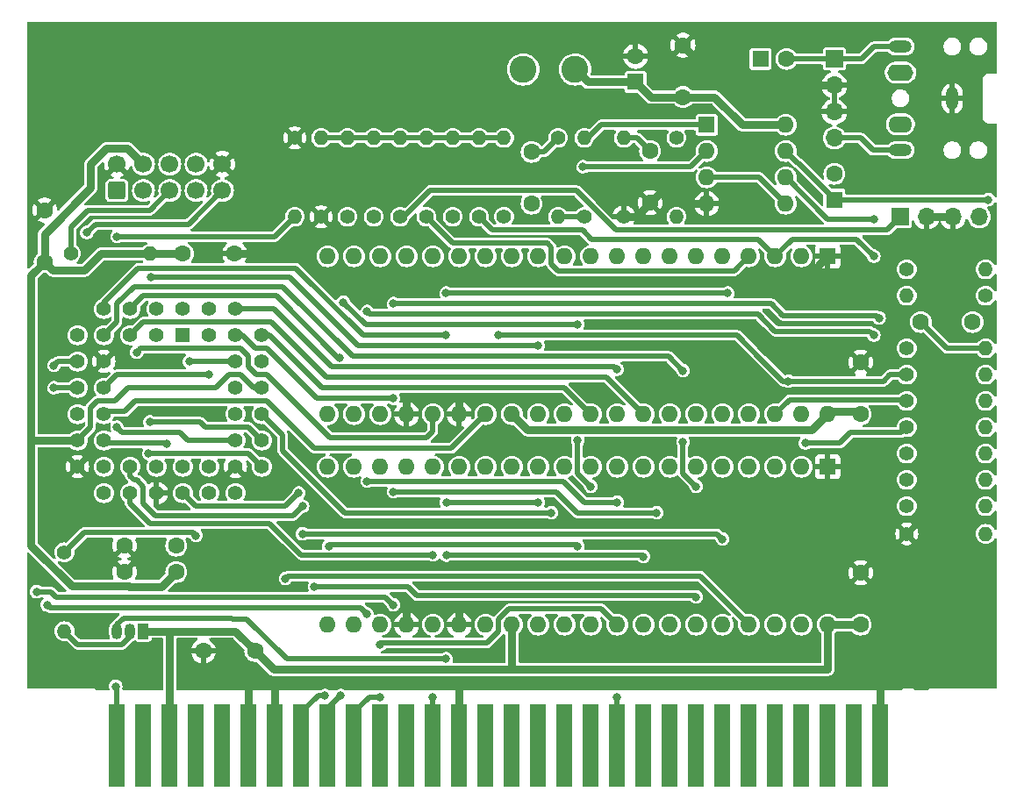
<source format=gbl>
%TF.GenerationSoftware,KiCad,Pcbnew,8.0.3*%
%TF.CreationDate,2024-07-04T14:48:40+07:00*%
%TF.ProjectId,TS_Ext_EPM3032,54535f45-7874-45f4-9550-4d333033322e,1.5*%
%TF.SameCoordinates,Original*%
%TF.FileFunction,Copper,L2,Bot*%
%TF.FilePolarity,Positive*%
%FSLAX46Y46*%
G04 Gerber Fmt 4.6, Leading zero omitted, Abs format (unit mm)*
G04 Created by KiCad (PCBNEW 8.0.3) date 2024-07-04 14:48:40*
%MOMM*%
%LPD*%
G01*
G04 APERTURE LIST*
G04 Aperture macros list*
%AMRoundRect*
0 Rectangle with rounded corners*
0 $1 Rounding radius*
0 $2 $3 $4 $5 $6 $7 $8 $9 X,Y pos of 4 corners*
0 Add a 4 corners polygon primitive as box body*
4,1,4,$2,$3,$4,$5,$6,$7,$8,$9,$2,$3,0*
0 Add four circle primitives for the rounded corners*
1,1,$1+$1,$2,$3*
1,1,$1+$1,$4,$5*
1,1,$1+$1,$6,$7*
1,1,$1+$1,$8,$9*
0 Add four rect primitives between the rounded corners*
20,1,$1+$1,$2,$3,$4,$5,0*
20,1,$1+$1,$4,$5,$6,$7,0*
20,1,$1+$1,$6,$7,$8,$9,0*
20,1,$1+$1,$8,$9,$2,$3,0*%
G04 Aperture macros list end*
%TA.AperFunction,ComponentPad*%
%ADD10R,1.600000X1.600000*%
%TD*%
%TA.AperFunction,ComponentPad*%
%ADD11C,1.600000*%
%TD*%
%TA.AperFunction,ComponentPad*%
%ADD12R,1.050000X1.500000*%
%TD*%
%TA.AperFunction,ComponentPad*%
%ADD13O,1.050000X1.500000*%
%TD*%
%TA.AperFunction,ComponentPad*%
%ADD14C,1.400000*%
%TD*%
%TA.AperFunction,ComponentPad*%
%ADD15O,1.400000X1.400000*%
%TD*%
%TA.AperFunction,ComponentPad*%
%ADD16O,1.600000X1.600000*%
%TD*%
%TA.AperFunction,SMDPad,CuDef*%
%ADD17R,1.600000X8.000000*%
%TD*%
%TA.AperFunction,ComponentPad*%
%ADD18R,1.422400X1.422400*%
%TD*%
%TA.AperFunction,ComponentPad*%
%ADD19C,1.422400*%
%TD*%
%TA.AperFunction,ComponentPad*%
%ADD20O,2.200000X1.200000*%
%TD*%
%TA.AperFunction,ComponentPad*%
%ADD21O,2.300000X1.600000*%
%TD*%
%TA.AperFunction,ComponentPad*%
%ADD22O,1.200000X2.200000*%
%TD*%
%TA.AperFunction,ComponentPad*%
%ADD23O,2.500000X1.600000*%
%TD*%
%TA.AperFunction,ComponentPad*%
%ADD24RoundRect,0.250000X0.600000X-0.600000X0.600000X0.600000X-0.600000X0.600000X-0.600000X-0.600000X0*%
%TD*%
%TA.AperFunction,ComponentPad*%
%ADD25C,1.700000*%
%TD*%
%TA.AperFunction,ComponentPad*%
%ADD26C,2.600000*%
%TD*%
%TA.AperFunction,ComponentPad*%
%ADD27R,1.700000X1.700000*%
%TD*%
%TA.AperFunction,ComponentPad*%
%ADD28O,1.700000X1.700000*%
%TD*%
%TA.AperFunction,ViaPad*%
%ADD29C,0.800000*%
%TD*%
%TA.AperFunction,ViaPad*%
%ADD30C,1.000000*%
%TD*%
%TA.AperFunction,Conductor*%
%ADD31C,0.508000*%
%TD*%
%TA.AperFunction,Conductor*%
%ADD32C,0.762000*%
%TD*%
G04 APERTURE END LIST*
D10*
%TO.P,C14,1*%
%TO.N,Net-(C14-Pad1)*%
X106045000Y-42799000D03*
D11*
%TO.P,C14,2*%
%TO.N,/ROUT*%
X106045000Y-40299000D03*
%TD*%
D10*
%TO.P,C13,1*%
%TO.N,Net-(C13-Pad1)*%
X98933000Y-29210000D03*
D11*
%TO.P,C13,2*%
%TO.N,/LOUT*%
X101433000Y-29210000D03*
%TD*%
%TO.P,C4,1*%
%TO.N,+5V*%
X108585000Y-83820000D03*
%TO.P,C4,2*%
%TO.N,GND*%
X108585000Y-78820000D03*
%TD*%
D12*
%TO.P,Q1,1,C*%
%TO.N,+5V*%
X39370000Y-84455000D03*
D13*
%TO.P,Q1,2,B*%
%TO.N,Net-(Q1-B)*%
X38100000Y-84455000D03*
%TO.P,Q1,3,E*%
%TO.N,/~{IORQGE}*%
X36830000Y-84455000D03*
%TD*%
D14*
%TO.P,R21,1*%
%TO.N,/VCCA*%
X90805000Y-36830000D03*
D15*
%TO.P,R21,2*%
%TO.N,Net-(U5A-+)*%
X90805000Y-44450000D03*
%TD*%
D10*
%TO.P,U4,1,VSS*%
%TO.N,GND*%
X105410000Y-68580000D03*
D16*
%TO.P,U4,2,NC*%
%TO.N,unconnected-(U4-NC-Pad2)*%
X102870000Y-68580000D03*
%TO.P,U4,3,B*%
%TO.N,/YM_1_B*%
X100330000Y-68580000D03*
%TO.P,U4,4,A*%
%TO.N,/YM_1_A*%
X97790000Y-68580000D03*
%TO.P,U4,5,NC*%
%TO.N,unconnected-(U4-NC-Pad5)*%
X95250000Y-68580000D03*
%TO.P,U4,6,IOB7*%
%TO.N,unconnected-(U4-IOB7-Pad6)*%
X92710000Y-68580000D03*
%TO.P,U4,7,IOB6*%
%TO.N,unconnected-(U4-IOB6-Pad7)*%
X90170000Y-68580000D03*
%TO.P,U4,8,IOB5*%
%TO.N,unconnected-(U4-IOB5-Pad8)*%
X87630000Y-68580000D03*
%TO.P,U4,9,IOB4*%
%TO.N,unconnected-(U4-IOB4-Pad9)*%
X85090000Y-68580000D03*
%TO.P,U4,10,IOB3*%
%TO.N,unconnected-(U4-IOB3-Pad10)*%
X82550000Y-68580000D03*
%TO.P,U4,11,IOB2*%
%TO.N,unconnected-(U4-IOB2-Pad11)*%
X80010000Y-68580000D03*
%TO.P,U4,12,IOB1*%
%TO.N,unconnected-(U4-IOB1-Pad12)*%
X77470000Y-68580000D03*
%TO.P,U4,13,IOB0*%
%TO.N,unconnected-(U4-IOB0-Pad13)*%
X74930000Y-68580000D03*
%TO.P,U4,14,IOA7*%
%TO.N,unconnected-(U4-IOA7-Pad14)*%
X72390000Y-68580000D03*
%TO.P,U4,15,IOA6*%
%TO.N,unconnected-(U4-IOA6-Pad15)*%
X69850000Y-68580000D03*
%TO.P,U4,16,IOA5*%
%TO.N,unconnected-(U4-IOA5-Pad16)*%
X67310000Y-68580000D03*
%TO.P,U4,17,IOA4*%
%TO.N,unconnected-(U4-IOA4-Pad17)*%
X64770000Y-68580000D03*
%TO.P,U4,18,IOA3*%
%TO.N,unconnected-(U4-IOA3-Pad18)*%
X62230000Y-68580000D03*
%TO.P,U4,19,IOA2*%
%TO.N,unconnected-(U4-IOA2-Pad19)*%
X59690000Y-68580000D03*
%TO.P,U4,20,IOA1*%
%TO.N,unconnected-(U4-IOA1-Pad20)*%
X57150000Y-68580000D03*
%TO.P,U4,21,IOA0*%
%TO.N,unconnected-(U4-IOA0-Pad21)*%
X57150000Y-83820000D03*
%TO.P,U4,22,CLOCK*%
%TO.N,/CLK350*%
X59690000Y-83820000D03*
%TO.P,U4,23,~{RESET}*%
%TO.N,/~{RESET}*%
X62230000Y-83820000D03*
%TO.P,U4,24,~{A9}*%
%TO.N,GND*%
X64770000Y-83820000D03*
%TO.P,U4,25,A8*%
%TO.N,/A8_1*%
X67310000Y-83820000D03*
%TO.P,U4,26,~{SEL}*%
%TO.N,GND*%
X69850000Y-83820000D03*
%TO.P,U4,27,BDIR*%
%TO.N,/BDIR*%
X72390000Y-83820000D03*
%TO.P,U4,28,BC2*%
%TO.N,+5V*%
X74930000Y-83820000D03*
%TO.P,U4,29,BC1*%
%TO.N,/BC1*%
X77470000Y-83820000D03*
%TO.P,U4,30,DA7*%
%TO.N,/D7*%
X80010000Y-83820000D03*
%TO.P,U4,31,DA6*%
%TO.N,/D6*%
X82550000Y-83820000D03*
%TO.P,U4,32,DA5*%
%TO.N,/D5*%
X85090000Y-83820000D03*
%TO.P,U4,33,DA4*%
%TO.N,/D4*%
X87630000Y-83820000D03*
%TO.P,U4,34,DA3*%
%TO.N,/D3*%
X90170000Y-83820000D03*
%TO.P,U4,35,DA2*%
%TO.N,/D2*%
X92710000Y-83820000D03*
%TO.P,U4,36,DA1*%
%TO.N,/D1*%
X95250000Y-83820000D03*
%TO.P,U4,37,DA0*%
%TO.N,/D0*%
X97790000Y-83820000D03*
%TO.P,U4,38,C*%
%TO.N,/YM_1_C*%
X100330000Y-83820000D03*
%TO.P,U4,39,TEST1*%
%TO.N,unconnected-(U4-TEST1-Pad39)*%
X102870000Y-83820000D03*
%TO.P,U4,40,VCC*%
%TO.N,+5V*%
X105410000Y-83820000D03*
%TD*%
D17*
%TO.P,J3,b1,Pin_b1*%
%TO.N,/A14*%
X36830000Y-95478600D03*
%TO.P,J3,b2,Pin_b2*%
%TO.N,unconnected-(J3-Pin_b2-Padb2)*%
X39370000Y-95478600D03*
%TO.P,J3,b3,Pin_b3*%
%TO.N,+5V*%
X41910000Y-95478600D03*
%TO.P,J3,b4,Pin_b4*%
%TO.N,unconnected-(J3-Pin_b4-Padb4)*%
X44450000Y-95478600D03*
%TO.P,J3,b5,Pin_b5*%
%TO.N,unconnected-(J3-Pin_b5-Padb5)*%
X46990000Y-95478600D03*
%TO.P,J3,b6,Pin_b6*%
%TO.N,GND*%
X49530000Y-95478600D03*
%TO.P,J3,b7,Pin_b7*%
X52070000Y-95478600D03*
%TO.P,J3,b8,Pin_b8*%
%TO.N,/CLK350*%
X54610000Y-95478600D03*
%TO.P,J3,b9,Pin_b9*%
%TO.N,/A0*%
X57150000Y-95478600D03*
%TO.P,J3,b10,Pin_b10*%
%TO.N,/A1*%
X59690000Y-95478600D03*
%TO.P,J3,b11,Pin_b11*%
%TO.N,unconnected-(J3-Pin_b11-Padb11)*%
X62230000Y-95478600D03*
%TO.P,J3,b12,Pin_b12*%
%TO.N,unconnected-(J3-Pin_b12-Padb12)*%
X64770000Y-95478600D03*
%TO.P,J3,b13,Pin_b13*%
%TO.N,/~{IORQGE}*%
X67310000Y-95478600D03*
%TO.P,J3,b14,Pin_b14*%
%TO.N,GND*%
X69850000Y-95478600D03*
%TO.P,J3,b15,Pin_b15*%
%TO.N,unconnected-(J3-Pin_b15-Padb15)*%
X72390000Y-95478600D03*
%TO.P,J3,b16,Pin_b16*%
%TO.N,unconnected-(J3-Pin_b16-Padb16)*%
X74930000Y-95478600D03*
%TO.P,J3,b17,Pin_b17*%
%TO.N,unconnected-(J3-Pin_b17-Padb17)*%
X77470000Y-95478600D03*
%TO.P,J3,b18,Pin_b18*%
%TO.N,unconnected-(J3-Pin_b18-Padb18)*%
X80010000Y-95478600D03*
%TO.P,J3,b19,Pin_b19*%
%TO.N,unconnected-(J3-Pin_b19-Padb19)*%
X82550000Y-95478600D03*
%TO.P,J3,b20,Pin_b20*%
%TO.N,/~{RESET}*%
X85090000Y-95478600D03*
%TO.P,J3,b21,Pin_b21*%
%TO.N,unconnected-(J3-Pin_b21-Padb21)*%
X87630000Y-95478600D03*
%TO.P,J3,b22,Pin_b22*%
%TO.N,unconnected-(J3-Pin_b22-Padb22)*%
X90170000Y-95478600D03*
%TO.P,J3,b23,Pin_b23*%
%TO.N,unconnected-(J3-Pin_b23-Padb23)*%
X92710000Y-95478600D03*
%TO.P,J3,b24,Pin_b24*%
%TO.N,unconnected-(J3-Pin_b24-Padb24)*%
X95250000Y-95478600D03*
%TO.P,J3,b25,Pin_b25*%
%TO.N,unconnected-(J3-Pin_b25-Padb25)*%
X97790000Y-95478600D03*
%TO.P,J3,b26,Pin_b26*%
%TO.N,unconnected-(J3-Pin_b26-Padb26)*%
X100330000Y-95478600D03*
%TO.P,J3,b27,Pin_b27*%
%TO.N,unconnected-(J3-Pin_b27-Padb27)*%
X102870000Y-95478600D03*
%TO.P,J3,b28,Pin_b28*%
%TO.N,unconnected-(J3-Pin_b28-Padb28)*%
X105410000Y-95478600D03*
%TO.P,J3,b29,Pin_b29*%
%TO.N,unconnected-(J3-Pin_b29-Padb29)*%
X107950000Y-95478600D03*
%TO.P,J3,b30,Pin_b30*%
%TO.N,GND*%
X110490000Y-95478600D03*
%TD*%
D14*
%TO.P,R2,1*%
%TO.N,GND*%
X53975000Y-36830000D03*
D15*
%TO.P,R2,2*%
%TO.N,/TCK*%
X53975000Y-44450000D03*
%TD*%
D14*
%TO.P,R16,1*%
%TO.N,/TAPEOUT*%
X113030000Y-72390000D03*
D15*
%TO.P,R16,2*%
%TO.N,Net-(C11-Pad2)*%
X120650000Y-72390000D03*
%TD*%
D18*
%TO.P,U1,1,I/GCLRn*%
%TO.N,unconnected-(U1-I{slash}GCLRn-Pad1)*%
X43180000Y-55880000D03*
D19*
%TO.P,U1,2,I/OE2*%
%TO.N,unconnected-(U1-I{slash}OE2-Pad2)*%
X40640000Y-53340000D03*
%TO.P,U1,3,VCCINT*%
%TO.N,+3.3V*%
X40640000Y-55880000D03*
%TO.P,U1,4,IO*%
%TO.N,/~{RESET}*%
X38100000Y-53340000D03*
%TO.P,U1,5,IO*%
%TO.N,/D4*%
X38100000Y-55880000D03*
%TO.P,U1,6,IO*%
%TO.N,/~{IORQ}*%
X35560000Y-53340000D03*
%TO.P,U1,7,TDI*%
%TO.N,/TDI*%
X33020000Y-55880000D03*
%TO.P,U1,8,IO*%
%TO.N,/~{M1}*%
X35560000Y-55880000D03*
%TO.P,U1,9,IO*%
%TO.N,/A1*%
X33020000Y-58420000D03*
%TO.P,U1,10,GNDIO*%
%TO.N,GND*%
X35560000Y-58420000D03*
%TO.P,U1,11,IO*%
%TO.N,/A0*%
X33020000Y-60960000D03*
%TO.P,U1,12,IO*%
%TO.N,/~{WR}*%
X35560000Y-60960000D03*
%TO.P,U1,13,TMS*%
%TO.N,/TMS*%
X33020000Y-63500000D03*
%TO.P,U1,14,IO*%
%TO.N,/BDIR*%
X35560000Y-63500000D03*
%TO.P,U1,15,VCCIO*%
%TO.N,+3.3V*%
X33020000Y-66040000D03*
%TO.P,U1,16,IO*%
%TO.N,/BC1*%
X35560000Y-66040000D03*
%TO.P,U1,17,GNDIO*%
%TO.N,GND*%
X33020000Y-68580000D03*
%TO.P,U1,18,IO*%
%TO.N,unconnected-(U1-IO-Pad18)*%
X35560000Y-71120000D03*
%TO.P,U1,19,IO*%
%TO.N,/A8_0*%
X35560000Y-68580000D03*
%TO.P,U1,20,IO*%
%TO.N,/A8_1*%
X38100000Y-71120000D03*
%TO.P,U1,21,IO*%
%TO.N,/BEEPER*%
X38100000Y-68580000D03*
%TO.P,U1,22,GNDINT*%
%TO.N,GND*%
X40640000Y-71120000D03*
%TO.P,U1,23,VCCINT*%
%TO.N,+3.3V*%
X40640000Y-68580000D03*
%TO.P,U1,24,IO*%
%TO.N,/TAPEOUT*%
X43180000Y-71120000D03*
%TO.P,U1,25,IO*%
%TO.N,unconnected-(U1-IO-Pad25)*%
X43180000Y-68580000D03*
%TO.P,U1,26,IO*%
%TO.N,unconnected-(U1-IO-Pad26)*%
X45720000Y-71120000D03*
%TO.P,U1,27,IO*%
%TO.N,/~{IORQGE33}*%
X45720000Y-68580000D03*
%TO.P,U1,28,IO*%
%TO.N,unconnected-(U1-IO-Pad28)*%
X48260000Y-71120000D03*
%TO.P,U1,29,IO*%
%TO.N,/A14*%
X50800000Y-68580000D03*
%TO.P,U1,30,GNDIO*%
%TO.N,GND*%
X48260000Y-68580000D03*
%TO.P,U1,31,IO*%
%TO.N,/A15*%
X50800000Y-66040000D03*
%TO.P,U1,32,TCK*%
%TO.N,/TCK*%
X48260000Y-66040000D03*
%TO.P,U1,33,IO*%
%TO.N,/D7*%
X50800000Y-63500000D03*
%TO.P,U1,34,IO*%
%TO.N,/D0*%
X48260000Y-63500000D03*
%TO.P,U1,35,VCCIO*%
%TO.N,+3.3V*%
X50800000Y-60960000D03*
%TO.P,U1,36,GNDIO*%
%TO.N,GND*%
X48260000Y-60960000D03*
%TO.P,U1,37,IO*%
%TO.N,unconnected-(U1-IO-Pad37)*%
X50800000Y-58420000D03*
%TO.P,U1,38,TDO*%
%TO.N,/TDO*%
X48260000Y-58420000D03*
%TO.P,U1,39,IO*%
%TO.N,/D6*%
X50800000Y-55880000D03*
%TO.P,U1,40,IO*%
%TO.N,/D5*%
X48260000Y-53340000D03*
%TO.P,U1,41,IO*%
%TO.N,/D3*%
X48260000Y-55880000D03*
%TO.P,U1,42,GNDINT*%
%TO.N,GND*%
X45720000Y-53340000D03*
%TO.P,U1,43,I/GCLK1*%
%TO.N,unconnected-(U1-I{slash}GCLK1-Pad43)*%
X45720000Y-55880000D03*
%TO.P,U1,44,I/OE1*%
%TO.N,unconnected-(U1-I{slash}OE1-Pad44)*%
X43180000Y-53340000D03*
%TD*%
D14*
%TO.P,R22,1*%
%TO.N,GND*%
X85725000Y-44450000D03*
D15*
%TO.P,R22,2*%
%TO.N,Net-(U5A-+)*%
X85725000Y-36830000D03*
%TD*%
D11*
%TO.P,C8,1*%
%TO.N,+3.3V*%
X29845000Y-48815000D03*
%TO.P,C8,2*%
%TO.N,GND*%
X29845000Y-43815000D03*
%TD*%
D14*
%TO.P,R25,1*%
%TO.N,/~{IORQGE33}*%
X31750000Y-76835000D03*
D15*
%TO.P,R25,2*%
%TO.N,Net-(Q1-B)*%
X31750000Y-84455000D03*
%TD*%
D10*
%TO.P,U5,1*%
%TO.N,Net-(C13-Pad1)*%
X93726000Y-35560000D03*
D16*
%TO.P,U5,2,-*%
%TO.N,Net-(U5A--)*%
X93726000Y-38100000D03*
%TO.P,U5,3,+*%
%TO.N,Net-(U5A-+)*%
X93726000Y-40640000D03*
%TO.P,U5,4,V-*%
%TO.N,GND*%
X93726000Y-43180000D03*
%TO.P,U5,5,+*%
%TO.N,Net-(U5A-+)*%
X101346000Y-43180000D03*
%TO.P,U5,6,-*%
%TO.N,Net-(U5B--)*%
X101346000Y-40640000D03*
%TO.P,U5,7*%
%TO.N,Net-(C14-Pad1)*%
X101346000Y-38100000D03*
%TO.P,U5,8,V+*%
%TO.N,/VCCA*%
X101346000Y-35560000D03*
%TD*%
D20*
%TO.P,J5,R*%
%TO.N,/ROUT*%
X112420000Y-38020000D03*
D21*
%TO.P,J5,RN*%
%TO.N,unconnected-(J5-PadRN)*%
X112420000Y-35520000D03*
D22*
%TO.P,J5,S*%
%TO.N,GND*%
X117420000Y-33020000D03*
D20*
%TO.P,J5,T*%
%TO.N,/LOUT*%
X112420000Y-28020000D03*
D23*
%TO.P,J5,TN*%
%TO.N,unconnected-(J5-PadTN)*%
X112420000Y-30520000D03*
%TD*%
D24*
%TO.P,J1,1,Pin_1*%
%TO.N,/TCK*%
X36830000Y-41910000D03*
D25*
%TO.P,J1,2,Pin_2*%
%TO.N,GND*%
X36830000Y-39370000D03*
%TO.P,J1,3,Pin_3*%
%TO.N,/TDO*%
X39370000Y-41910000D03*
%TO.P,J1,4,Pin_4*%
%TO.N,+3.3V*%
X39370000Y-39370000D03*
%TO.P,J1,5,Pin_5*%
%TO.N,/TMS*%
X41910000Y-41910000D03*
%TO.P,J1,6,Pin_6*%
%TO.N,unconnected-(J1-Pin_6-Pad6)*%
X41910000Y-39370000D03*
%TO.P,J1,7,Pin_7*%
%TO.N,unconnected-(J1-Pin_7-Pad7)*%
X44450000Y-41910000D03*
%TO.P,J1,8,Pin_8*%
%TO.N,unconnected-(J1-Pin_8-Pad8)*%
X44450000Y-39370000D03*
%TO.P,J1,9,Pin_9*%
%TO.N,/TDI*%
X46990000Y-41910000D03*
%TO.P,J1,10,Pin_10*%
%TO.N,GND*%
X46990000Y-39370000D03*
%TD*%
D14*
%TO.P,R24,1*%
%TO.N,Net-(U5B--)*%
X113030000Y-49530000D03*
D15*
%TO.P,R24,2*%
%TO.N,Net-(C14-Pad1)*%
X120650000Y-49530000D03*
%TD*%
D26*
%TO.P,L1,1,1*%
%TO.N,/VCCA*%
X81026000Y-30226000D03*
%TO.P,L1,2,2*%
%TO.N,+5V*%
X76026000Y-30226000D03*
%TD*%
D14*
%TO.P,R11,1*%
%TO.N,/YM_1_B*%
X113030000Y-59690000D03*
D15*
%TO.P,R11,2*%
%TO.N,Net-(C11-Pad2)*%
X120650000Y-59690000D03*
%TD*%
D10*
%TO.P,U3,1,VSS*%
%TO.N,GND*%
X105410000Y-48260000D03*
D16*
%TO.P,U3,2,NC*%
%TO.N,unconnected-(U3-NC-Pad2)*%
X102870000Y-48260000D03*
%TO.P,U3,3,B*%
%TO.N,/YM_0_B*%
X100330000Y-48260000D03*
%TO.P,U3,4,A*%
%TO.N,/YM_0_A*%
X97790000Y-48260000D03*
%TO.P,U3,5,NC*%
%TO.N,unconnected-(U3-NC-Pad5)*%
X95250000Y-48260000D03*
%TO.P,U3,6,IOB7*%
%TO.N,unconnected-(U3-IOB7-Pad6)*%
X92710000Y-48260000D03*
%TO.P,U3,7,IOB6*%
%TO.N,unconnected-(U3-IOB6-Pad7)*%
X90170000Y-48260000D03*
%TO.P,U3,8,IOB5*%
%TO.N,unconnected-(U3-IOB5-Pad8)*%
X87630000Y-48260000D03*
%TO.P,U3,9,IOB4*%
%TO.N,unconnected-(U3-IOB4-Pad9)*%
X85090000Y-48260000D03*
%TO.P,U3,10,IOB3*%
%TO.N,unconnected-(U3-IOB3-Pad10)*%
X82550000Y-48260000D03*
%TO.P,U3,11,IOB2*%
%TO.N,unconnected-(U3-IOB2-Pad11)*%
X80010000Y-48260000D03*
%TO.P,U3,12,IOB1*%
%TO.N,unconnected-(U3-IOB1-Pad12)*%
X77470000Y-48260000D03*
%TO.P,U3,13,IOB0*%
%TO.N,unconnected-(U3-IOB0-Pad13)*%
X74930000Y-48260000D03*
%TO.P,U3,14,IOA7*%
%TO.N,unconnected-(U3-IOA7-Pad14)*%
X72390000Y-48260000D03*
%TO.P,U3,15,IOA6*%
%TO.N,unconnected-(U3-IOA6-Pad15)*%
X69850000Y-48260000D03*
%TO.P,U3,16,IOA5*%
%TO.N,unconnected-(U3-IOA5-Pad16)*%
X67310000Y-48260000D03*
%TO.P,U3,17,IOA4*%
%TO.N,unconnected-(U3-IOA4-Pad17)*%
X64770000Y-48260000D03*
%TO.P,U3,18,IOA3*%
%TO.N,unconnected-(U3-IOA3-Pad18)*%
X62230000Y-48260000D03*
%TO.P,U3,19,IOA2*%
%TO.N,unconnected-(U3-IOA2-Pad19)*%
X59690000Y-48260000D03*
%TO.P,U3,20,IOA1*%
%TO.N,unconnected-(U3-IOA1-Pad20)*%
X57150000Y-48260000D03*
%TO.P,U3,21,IOA0*%
%TO.N,unconnected-(U3-IOA0-Pad21)*%
X57150000Y-63500000D03*
%TO.P,U3,22,CLOCK*%
%TO.N,/CLK350*%
X59690000Y-63500000D03*
%TO.P,U3,23,~{RESET}*%
%TO.N,/~{RESET}*%
X62230000Y-63500000D03*
%TO.P,U3,24,~{A9}*%
%TO.N,GND*%
X64770000Y-63500000D03*
%TO.P,U3,25,A8*%
%TO.N,/A8_0*%
X67310000Y-63500000D03*
%TO.P,U3,26,~{SEL}*%
%TO.N,GND*%
X69850000Y-63500000D03*
%TO.P,U3,27,BDIR*%
%TO.N,/BDIR*%
X72390000Y-63500000D03*
%TO.P,U3,28,BC2*%
%TO.N,+5V*%
X74930000Y-63500000D03*
%TO.P,U3,29,BC1*%
%TO.N,/BC1*%
X77470000Y-63500000D03*
%TO.P,U3,30,DA7*%
%TO.N,/D7*%
X80010000Y-63500000D03*
%TO.P,U3,31,DA6*%
%TO.N,/D6*%
X82550000Y-63500000D03*
%TO.P,U3,32,DA5*%
%TO.N,/D5*%
X85090000Y-63500000D03*
%TO.P,U3,33,DA4*%
%TO.N,/D4*%
X87630000Y-63500000D03*
%TO.P,U3,34,DA3*%
%TO.N,/D3*%
X90170000Y-63500000D03*
%TO.P,U3,35,DA2*%
%TO.N,/D2*%
X92710000Y-63500000D03*
%TO.P,U3,36,DA1*%
%TO.N,/D1*%
X95250000Y-63500000D03*
%TO.P,U3,37,DA0*%
%TO.N,/D0*%
X97790000Y-63500000D03*
%TO.P,U3,38,C*%
%TO.N,/YM_0_C*%
X100330000Y-63500000D03*
%TO.P,U3,39,TEST1*%
%TO.N,unconnected-(U3-TEST1-Pad39)*%
X102870000Y-63500000D03*
%TO.P,U3,40,VCC*%
%TO.N,+5V*%
X105410000Y-63500000D03*
%TD*%
D27*
%TO.P,J4,1,Pin_1*%
%TO.N,/LOUT*%
X106045000Y-29220000D03*
D28*
%TO.P,J4,2,Pin_2*%
%TO.N,GND*%
X106045000Y-31760000D03*
%TO.P,J4,3,Pin_3*%
X106045000Y-34300000D03*
%TO.P,J4,4,Pin_4*%
%TO.N,/ROUT*%
X106045000Y-36840000D03*
%TD*%
D11*
%TO.P,C5,1*%
%TO.N,+5V*%
X50165000Y-86360000D03*
%TO.P,C5,2*%
%TO.N,GND*%
X45165000Y-86360000D03*
%TD*%
D10*
%TO.P,C1,1*%
%TO.N,/VCCA*%
X86868000Y-31431113D03*
D11*
%TO.P,C1,2*%
%TO.N,GND*%
X86868000Y-28931113D03*
%TD*%
D14*
%TO.P,R8,1*%
%TO.N,/YM_0_B*%
X71755000Y-44450000D03*
D15*
%TO.P,R8,2*%
%TO.N,Net-(C10-Pad1)*%
X71755000Y-36830000D03*
%TD*%
D14*
%TO.P,R12,1*%
%TO.N,/YM_0_C*%
X113030000Y-62230000D03*
D15*
%TO.P,R12,2*%
%TO.N,Net-(C11-Pad2)*%
X120650000Y-62230000D03*
%TD*%
D14*
%TO.P,R13,1*%
%TO.N,/YM_1_C*%
X113030000Y-64770000D03*
D15*
%TO.P,R13,2*%
%TO.N,Net-(C11-Pad2)*%
X120650000Y-64770000D03*
%TD*%
D11*
%TO.P,C6,1*%
%TO.N,+3.3V*%
X42545000Y-78740000D03*
%TO.P,C6,2*%
%TO.N,GND*%
X37545000Y-78740000D03*
%TD*%
%TO.P,C9,1*%
%TO.N,+3.3V*%
X42545000Y-76200000D03*
%TO.P,C9,2*%
%TO.N,GND*%
X37545000Y-76200000D03*
%TD*%
D14*
%TO.P,R18,1*%
%TO.N,GND*%
X56515000Y-44450000D03*
D15*
%TO.P,R18,2*%
%TO.N,Net-(C10-Pad1)*%
X56515000Y-36830000D03*
%TD*%
D14*
%TO.P,R15,1*%
%TO.N,/BEEPER*%
X113030000Y-69850000D03*
D15*
%TO.P,R15,2*%
%TO.N,Net-(C11-Pad2)*%
X120650000Y-69850000D03*
%TD*%
D11*
%TO.P,C7,1*%
%TO.N,+3.3V*%
X43180000Y-48006000D03*
%TO.P,C7,2*%
%TO.N,GND*%
X48180000Y-48006000D03*
%TD*%
%TO.P,C12,1*%
%TO.N,Net-(U5A-+)*%
X88265000Y-38100000D03*
%TO.P,C12,2*%
%TO.N,GND*%
X88265000Y-43100000D03*
%TD*%
D14*
%TO.P,R9,1*%
%TO.N,/YM_1_B*%
X74168000Y-44450000D03*
D15*
%TO.P,R9,2*%
%TO.N,Net-(C10-Pad1)*%
X74168000Y-36830000D03*
%TD*%
D14*
%TO.P,R7,1*%
%TO.N,/YM_1_A*%
X69215000Y-44450000D03*
D15*
%TO.P,R7,2*%
%TO.N,Net-(C10-Pad1)*%
X69215000Y-36830000D03*
%TD*%
D14*
%TO.P,R6,1*%
%TO.N,/YM_0_A*%
X66675000Y-44450000D03*
D15*
%TO.P,R6,2*%
%TO.N,Net-(C10-Pad1)*%
X66675000Y-36830000D03*
%TD*%
D11*
%TO.P,C2,1*%
%TO.N,/VCCA*%
X91440000Y-32893000D03*
%TO.P,C2,2*%
%TO.N,GND*%
X91440000Y-27893000D03*
%TD*%
%TO.P,C11,1*%
%TO.N,Net-(C11-Pad1)*%
X119380000Y-54610000D03*
%TO.P,C11,2*%
%TO.N,Net-(C11-Pad2)*%
X114380000Y-54610000D03*
%TD*%
D14*
%TO.P,R14,1*%
%TO.N,/CDINR*%
X113030000Y-67310000D03*
D15*
%TO.P,R14,2*%
%TO.N,Net-(C11-Pad2)*%
X120650000Y-67310000D03*
%TD*%
D14*
%TO.P,R4,1*%
%TO.N,/BEEPER*%
X61595000Y-44450000D03*
D15*
%TO.P,R4,2*%
%TO.N,Net-(C10-Pad1)*%
X61595000Y-36830000D03*
%TD*%
D11*
%TO.P,C3,1*%
%TO.N,+5V*%
X108585000Y-63500000D03*
%TO.P,C3,2*%
%TO.N,GND*%
X108585000Y-58500000D03*
%TD*%
D14*
%TO.P,R23,1*%
%TO.N,Net-(U5A--)*%
X81915000Y-44450000D03*
D15*
%TO.P,R23,2*%
%TO.N,Net-(C13-Pad1)*%
X81915000Y-36830000D03*
%TD*%
D14*
%TO.P,R10,1*%
%TO.N,/YM_0_B*%
X113030000Y-57150000D03*
D15*
%TO.P,R10,2*%
%TO.N,Net-(C11-Pad2)*%
X120650000Y-57150000D03*
%TD*%
D27*
%TO.P,J2,1,Pin_1*%
%TO.N,/CDINL*%
X112395000Y-44450000D03*
D28*
%TO.P,J2,2,Pin_2*%
%TO.N,GND*%
X114935000Y-44450000D03*
%TO.P,J2,3,Pin_3*%
X117475000Y-44450000D03*
%TO.P,J2,4,Pin_4*%
%TO.N,/CDINR*%
X120015000Y-44450000D03*
%TD*%
D14*
%TO.P,R3,1*%
%TO.N,/TAPEOUT*%
X59055000Y-44450000D03*
D15*
%TO.P,R3,2*%
%TO.N,Net-(C10-Pad1)*%
X59055000Y-36830000D03*
%TD*%
D14*
%TO.P,R17,1*%
%TO.N,GND*%
X113030000Y-75057000D03*
D15*
%TO.P,R17,2*%
%TO.N,Net-(C11-Pad2)*%
X120650000Y-75057000D03*
%TD*%
D14*
%TO.P,R1,1*%
%TO.N,/TMS*%
X32385000Y-48006000D03*
D15*
%TO.P,R1,2*%
%TO.N,+3.3V*%
X40005000Y-48006000D03*
%TD*%
D14*
%TO.P,R5,1*%
%TO.N,/CDINL*%
X64135000Y-44450000D03*
D15*
%TO.P,R5,2*%
%TO.N,Net-(C10-Pad1)*%
X64135000Y-36830000D03*
%TD*%
D14*
%TO.P,R20,1*%
%TO.N,Net-(C11-Pad1)*%
X120650000Y-52070000D03*
D15*
%TO.P,R20,2*%
%TO.N,Net-(U5B--)*%
X113030000Y-52070000D03*
%TD*%
D14*
%TO.P,R19,1*%
%TO.N,Net-(C10-Pad2)*%
X79375000Y-36830000D03*
D15*
%TO.P,R19,2*%
%TO.N,Net-(U5A--)*%
X79375000Y-44450000D03*
%TD*%
D11*
%TO.P,C10,1*%
%TO.N,Net-(C10-Pad1)*%
X76835000Y-43180000D03*
%TO.P,C10,2*%
%TO.N,Net-(C10-Pad2)*%
X76835000Y-38180000D03*
%TD*%
D29*
%TO.N,GND*%
X110490000Y-89535000D03*
X70485000Y-43180000D03*
X40640000Y-29210000D03*
X99060000Y-80645000D03*
X81280000Y-86360000D03*
X91440000Y-86360000D03*
X66040000Y-72136000D03*
X40640000Y-34290000D03*
X62230000Y-71882000D03*
X71120000Y-29210000D03*
X71120000Y-39370000D03*
X102870000Y-80645000D03*
X119380000Y-73660000D03*
X83185000Y-61468000D03*
X62230000Y-51689000D03*
X119380000Y-58420000D03*
X46609000Y-63754000D03*
X40005000Y-58547000D03*
D30*
X46355000Y-89535000D03*
D29*
X30480000Y-34290000D03*
X56515000Y-73025000D03*
X60452000Y-33909000D03*
X50800000Y-29210000D03*
X99695000Y-26670000D03*
X30480000Y-29210000D03*
X93980000Y-59055000D03*
D30*
X64897000Y-50165000D03*
D29*
X59690000Y-71374000D03*
X88900000Y-86360000D03*
X39370000Y-88900000D03*
X101600000Y-86360000D03*
X114300000Y-80645000D03*
X30480000Y-87630000D03*
X99949000Y-30861000D03*
X114300000Y-68580000D03*
X62103000Y-46482000D03*
X99060000Y-43180000D03*
X96520000Y-36830000D03*
X60960000Y-29210000D03*
X37719000Y-58420000D03*
X119380000Y-50800000D03*
X50800000Y-34290000D03*
X60960000Y-39370000D03*
X79121000Y-56896000D03*
X73660000Y-86360000D03*
X90170000Y-70485000D03*
X104775000Y-51435000D03*
X96520000Y-86360000D03*
X70739000Y-34036000D03*
D30*
X64730773Y-89495773D03*
D29*
X104140000Y-57150000D03*
%TO.N,Net-(C14-Pad1)*%
X120904000Y-42799000D03*
%TO.N,/TCK*%
X36830000Y-64770000D03*
X36830000Y-46355000D03*
%TO.N,/TDO*%
X43815000Y-58420000D03*
%TO.N,/TDI*%
X33909000Y-45974000D03*
%TO.N,/~{IORQGE}*%
X68580000Y-87122000D03*
X67310000Y-90805000D03*
%TO.N,/TAPEOUT*%
X60960000Y-53594000D03*
X109855000Y-55880000D03*
X54356000Y-71120000D03*
%TO.N,/BEEPER*%
X110363000Y-54229000D03*
X54737000Y-72390000D03*
X63500000Y-52832000D03*
%TO.N,/~{RESET}*%
X60960000Y-69977000D03*
X85090000Y-90805000D03*
X58293000Y-58039000D03*
X85090000Y-72009000D03*
%TO.N,/D4*%
X68596000Y-77105000D03*
X87630000Y-77251500D03*
%TO.N,/~{IORQ}*%
X68596000Y-72025000D03*
X68580000Y-55880000D03*
X77470000Y-72009000D03*
%TO.N,/~{M1}*%
X91440000Y-59309000D03*
X92710000Y-70485000D03*
X91440000Y-66167000D03*
%TO.N,/A1*%
X62230000Y-90805000D03*
X63500000Y-81915000D03*
X29083000Y-80645000D03*
X30734000Y-58801000D03*
%TO.N,/A0*%
X30734000Y-60960000D03*
X58420000Y-90678000D03*
X30099000Y-81915000D03*
X60960000Y-82804000D03*
%TO.N,/~{WR}*%
X81280000Y-54864000D03*
X58674000Y-52705000D03*
X45720000Y-59690000D03*
X82550000Y-70485000D03*
X81280000Y-66040000D03*
%TO.N,/BC1*%
X40132000Y-50292000D03*
X41656000Y-66331500D03*
X77470000Y-56896000D03*
%TO.N,/A8_0*%
X38735000Y-57531000D03*
%TO.N,/A8_1*%
X67310000Y-77089000D03*
%TO.N,/A14*%
X36703000Y-89789000D03*
X39878000Y-67310000D03*
%TO.N,/A15*%
X40005000Y-64262000D03*
%TO.N,/D7*%
X78740000Y-73025000D03*
%TO.N,/D0*%
X53086000Y-79375000D03*
%TO.N,/D6*%
X81280000Y-76237500D03*
X57277000Y-76235500D03*
%TO.N,/D5*%
X85090000Y-59182000D03*
X62230000Y-85725000D03*
%TO.N,/D3*%
X63500000Y-70993000D03*
X88900000Y-73025000D03*
X63500000Y-61976000D03*
%TO.N,/CLK350*%
X56896000Y-90678000D03*
%TO.N,/D2*%
X92710000Y-81153000D03*
X55880000Y-80137000D03*
%TO.N,/D1*%
X54737000Y-75057000D03*
X95250000Y-75565000D03*
%TO.N,/YM_0_B*%
X109855000Y-48260000D03*
%TO.N,/YM_1_A*%
X68580000Y-51816000D03*
X95758000Y-51816000D03*
%TO.N,/YM_1_B*%
X73660000Y-55880000D03*
X101600000Y-60325000D03*
%TO.N,/YM_1_C*%
X103251000Y-66294000D03*
%TO.N,Net-(U5A--)*%
X81788000Y-39624000D03*
%TO.N,Net-(U5B--)*%
X109855000Y-44704000D03*
%TO.N,/~{IORQGE33}*%
X44450000Y-75219500D03*
%TD*%
D31*
%TO.N,/LOUT*%
X101443000Y-29220000D02*
X101433000Y-29210000D01*
X106045000Y-29220000D02*
X101443000Y-29220000D01*
%TO.N,Net-(C14-Pad1)*%
X120904000Y-42799000D02*
X106045000Y-42799000D01*
X106045000Y-42734113D02*
X106045000Y-42799000D01*
X102553887Y-39243000D02*
X106045000Y-42734113D01*
X102489000Y-39243000D02*
X102553887Y-39243000D01*
X101346000Y-38100000D02*
X102489000Y-39243000D01*
%TO.N,Net-(U5B--)*%
X109855000Y-44704000D02*
X105410000Y-44704000D01*
X105410000Y-44704000D02*
X101356000Y-40650000D01*
D32*
%TO.N,/VCCA*%
X82231113Y-31431113D02*
X86868000Y-31431113D01*
X86868000Y-31431113D02*
X88329887Y-32893000D01*
X94488000Y-32893000D02*
X97165000Y-35570000D01*
X97165000Y-35570000D02*
X101336000Y-35570000D01*
X88329887Y-32893000D02*
X91440000Y-32893000D01*
X81026000Y-30226000D02*
X82231113Y-31431113D01*
X91440000Y-32893000D02*
X94488000Y-32893000D01*
%TO.N,GND*%
X110490000Y-89535000D02*
X110490000Y-95478600D01*
X64770000Y-82042000D02*
X69850000Y-82042000D01*
X110490000Y-89535000D02*
X69850000Y-89535000D01*
D31*
X109992000Y-31760000D02*
X106045000Y-31760000D01*
D32*
X64730773Y-89495773D02*
X64691546Y-89535000D01*
D31*
X40132000Y-69850000D02*
X40640000Y-69850000D01*
D32*
X64691546Y-89535000D02*
X52705000Y-89535000D01*
D31*
X40640000Y-70231000D02*
X40640000Y-69850000D01*
D32*
X64897000Y-50165000D02*
X65405000Y-50673000D01*
X64770000Y-83820000D02*
X64770000Y-82042000D01*
X64730773Y-89495773D02*
X64770000Y-89535000D01*
D31*
X34290000Y-67310000D02*
X38608000Y-67310000D01*
D32*
X91059000Y-42037000D02*
X89328000Y-42037000D01*
X86915000Y-44450000D02*
X85725000Y-44450000D01*
X92202000Y-43180000D02*
X91059000Y-42037000D01*
D31*
X40640000Y-70231000D02*
X40640000Y-71120000D01*
X40640000Y-69850000D02*
X46990000Y-69850000D01*
X33020000Y-68580000D02*
X34290000Y-67310000D01*
X114681000Y-31877000D02*
X110109000Y-31877000D01*
D32*
X49530000Y-89535000D02*
X49530000Y-95478600D01*
X69850000Y-82042000D02*
X69850000Y-83820000D01*
X114935000Y-44450000D02*
X117475000Y-44450000D01*
X64770000Y-89535000D02*
X69850000Y-89535000D01*
X49530000Y-89535000D02*
X52070000Y-89535000D01*
X47498000Y-89535000D02*
X49530000Y-89535000D01*
D31*
X39370000Y-68072000D02*
X39370000Y-69088000D01*
X46990000Y-69850000D02*
X48260000Y-68580000D01*
D32*
X52070000Y-95478600D02*
X52070000Y-89535000D01*
D31*
X117420000Y-33020000D02*
X115824000Y-33020000D01*
D32*
X69850000Y-61976000D02*
X69850000Y-63500000D01*
X65405000Y-50673000D02*
X102997000Y-50673000D01*
X94408000Y-30861000D02*
X91440000Y-27893000D01*
X99949000Y-30861000D02*
X94408000Y-30861000D01*
D31*
X115824000Y-33020000D02*
X114681000Y-31877000D01*
D32*
X88265000Y-43100000D02*
X86915000Y-44450000D01*
D31*
X39370000Y-69088000D02*
X40132000Y-69850000D01*
D32*
X93726000Y-43180000D02*
X92202000Y-43180000D01*
X47498000Y-89535000D02*
X46355000Y-89535000D01*
X69850000Y-95478600D02*
X69850000Y-89535000D01*
D31*
X110109000Y-31877000D02*
X109992000Y-31760000D01*
D32*
X64897000Y-50165000D02*
X56769000Y-50165000D01*
X56769000Y-50165000D02*
X54610000Y-48006000D01*
X103378000Y-30861000D02*
X104277000Y-31760000D01*
X99949000Y-30861000D02*
X103378000Y-30861000D01*
X104277000Y-31760000D02*
X106045000Y-31760000D01*
X64770000Y-63500000D02*
X64770000Y-61976000D01*
X102997000Y-50673000D02*
X105410000Y-48260000D01*
D31*
X38608000Y-67310000D02*
X39370000Y-68072000D01*
D32*
X89328000Y-42037000D02*
X88265000Y-43100000D01*
X64770000Y-61976000D02*
X69850000Y-61976000D01*
X54610000Y-48006000D02*
X48180000Y-48006000D01*
%TO.N,+5V*%
X51943000Y-88138000D02*
X74930000Y-88138000D01*
X105410000Y-88138000D02*
X105410000Y-83820000D01*
X74930000Y-63500000D02*
X76454000Y-65024000D01*
X103886000Y-65024000D02*
X105410000Y-63500000D01*
X41910000Y-84455000D02*
X39370000Y-84455000D01*
X74930000Y-83820000D02*
X74930000Y-88138000D01*
X50165000Y-86360000D02*
X51943000Y-88138000D01*
X50165000Y-86360000D02*
X48260000Y-84455000D01*
X48260000Y-84455000D02*
X39370000Y-84455000D01*
X41910000Y-95478600D02*
X41910000Y-84455000D01*
X74930000Y-88138000D02*
X105410000Y-88138000D01*
X108331000Y-63246000D02*
X105664000Y-63246000D01*
X76454000Y-65024000D02*
X103886000Y-65024000D01*
X105410000Y-83820000D02*
X108545000Y-83820000D01*
%TO.N,+3.3V*%
X32496000Y-80121000D02*
X28521000Y-76146000D01*
D31*
X49974500Y-60960000D02*
X48704500Y-59690000D01*
X50800000Y-60960000D02*
X49974500Y-60960000D01*
D32*
X37957000Y-80121000D02*
X32496000Y-80121000D01*
D31*
X47625000Y-59690000D02*
X46355000Y-60960000D01*
X34290000Y-64770000D02*
X33020000Y-66040000D01*
D32*
X37973000Y-80137000D02*
X37957000Y-80121000D01*
D31*
X48704500Y-59690000D02*
X47625000Y-59690000D01*
D32*
X34290000Y-39370000D02*
X35814000Y-37846000D01*
X29845000Y-46101000D02*
X34290000Y-41656000D01*
D31*
X34290000Y-62865000D02*
X34290000Y-64770000D01*
D32*
X35306000Y-48006000D02*
X33697001Y-49614999D01*
X30644999Y-49614999D02*
X29845000Y-48815000D01*
X35814000Y-37846000D02*
X37846000Y-37846000D01*
X28521000Y-76146000D02*
X28521000Y-66167000D01*
X29845000Y-48815000D02*
X29845000Y-46101000D01*
X33697001Y-49614999D02*
X30644999Y-49614999D01*
X41148000Y-80137000D02*
X37973000Y-80137000D01*
X42545000Y-78740000D02*
X41148000Y-80137000D01*
X40005000Y-48006000D02*
X35306000Y-48006000D01*
D31*
X36646868Y-62230000D02*
X34925000Y-62230000D01*
D32*
X28521000Y-66167000D02*
X28648000Y-66040000D01*
D31*
X37916868Y-60960000D02*
X36646868Y-62230000D01*
X46355000Y-60960000D02*
X37916868Y-60960000D01*
X34925000Y-62230000D02*
X34290000Y-62865000D01*
D32*
X28648000Y-66040000D02*
X33020000Y-66040000D01*
X34290000Y-41656000D02*
X34290000Y-39370000D01*
X37846000Y-37846000D02*
X39370000Y-39370000D01*
X29845000Y-48815000D02*
X28521000Y-50139000D01*
X43180000Y-48006000D02*
X40005000Y-48006000D01*
X28521000Y-50139000D02*
X28521000Y-66167000D01*
D31*
%TO.N,Net-(C11-Pad2)*%
X116920000Y-57150000D02*
X114380000Y-54610000D01*
X120650000Y-57150000D02*
X116920000Y-57150000D01*
%TO.N,Net-(U5A-+)*%
X85725000Y-36830000D02*
X86995000Y-36830000D01*
X86995000Y-36830000D02*
X88265000Y-38100000D01*
X98806000Y-40640000D02*
X101346000Y-43180000D01*
X93726000Y-40640000D02*
X98806000Y-40640000D01*
%TO.N,Net-(C13-Pad1)*%
X83556000Y-35570000D02*
X93716000Y-35570000D01*
X82296000Y-36830000D02*
X83556000Y-35570000D01*
%TO.N,/LOUT*%
X109855000Y-28020000D02*
X112420000Y-28020000D01*
X108655000Y-29220000D02*
X109855000Y-28020000D01*
X106045000Y-29220000D02*
X108655000Y-29220000D01*
%TO.N,/ROUT*%
X108595000Y-36840000D02*
X109775000Y-38020000D01*
X109775000Y-38020000D02*
X112420000Y-38020000D01*
X106045000Y-36840000D02*
X108595000Y-36840000D01*
%TO.N,/TCK*%
X53975000Y-44450000D02*
X52070000Y-46355000D01*
X43688000Y-66040000D02*
X48260000Y-66040000D01*
X37338000Y-65278000D02*
X42926000Y-65278000D01*
X52070000Y-46355000D02*
X36830000Y-46355000D01*
X36830000Y-64770000D02*
X37338000Y-65278000D01*
X42926000Y-65278000D02*
X43688000Y-66040000D01*
%TO.N,/TDO*%
X43815000Y-58420000D02*
X48260000Y-58420000D01*
%TO.N,/TMS*%
X32385000Y-45466000D02*
X32385000Y-48006000D01*
X40005000Y-43815000D02*
X34036000Y-43815000D01*
X41910000Y-41910000D02*
X40005000Y-43815000D01*
X34036000Y-43815000D02*
X32385000Y-45466000D01*
%TO.N,/TDI*%
X34725000Y-45158000D02*
X43742000Y-45158000D01*
X43742000Y-45158000D02*
X46990000Y-41910000D01*
X33909000Y-45974000D02*
X34725000Y-45158000D01*
%TO.N,/CDINL*%
X111125000Y-45720000D02*
X84963000Y-45720000D01*
X112395000Y-44450000D02*
X111125000Y-45720000D01*
X81153000Y-41910000D02*
X67056000Y-41910000D01*
X84963000Y-45720000D02*
X81153000Y-41910000D01*
X67056000Y-41910000D02*
X64516000Y-44450000D01*
%TO.N,Net-(C10-Pad1)*%
X56515000Y-36830000D02*
X74168000Y-36830000D01*
%TO.N,/~{IORQGE}*%
X67310000Y-90805000D02*
X67310000Y-95478600D01*
X49349000Y-83258000D02*
X47966737Y-83258000D01*
X47966737Y-83258000D02*
X47893737Y-83185000D01*
X68580000Y-87122000D02*
X53213000Y-87122000D01*
X47893737Y-83185000D02*
X37465000Y-83185000D01*
X53213000Y-87122000D02*
X49349000Y-83258000D01*
X36830000Y-83820000D02*
X36830000Y-84455000D01*
X37465000Y-83185000D02*
X36830000Y-83820000D01*
%TO.N,/TAPEOUT*%
X53086000Y-72390000D02*
X44450000Y-72390000D01*
X44450000Y-72390000D02*
X43180000Y-71120000D01*
X54356000Y-71120000D02*
X53086000Y-72390000D01*
X60960000Y-53594000D02*
X61214000Y-53848000D01*
X109474000Y-55499000D02*
X109855000Y-55880000D01*
X98679000Y-53848000D02*
X100330000Y-55499000D01*
X61214000Y-53848000D02*
X98679000Y-53848000D01*
X100330000Y-55499000D02*
X109474000Y-55499000D01*
%TO.N,/BEEPER*%
X39370000Y-70485000D02*
X39370000Y-72136000D01*
X53848000Y-73279000D02*
X54737000Y-72390000D01*
X110109000Y-53975000D02*
X110363000Y-54229000D01*
X39370000Y-72136000D02*
X40513000Y-73279000D01*
X38100000Y-68580000D02*
X38100000Y-69469000D01*
X38481000Y-69850000D02*
X38735000Y-69850000D01*
X40513000Y-73279000D02*
X53848000Y-73279000D01*
X38100000Y-69469000D02*
X38481000Y-69850000D01*
X101092000Y-53975000D02*
X110109000Y-53975000D01*
X99949000Y-52832000D02*
X101092000Y-53975000D01*
X63500000Y-52832000D02*
X99949000Y-52832000D01*
X38735000Y-69850000D02*
X39370000Y-70485000D01*
%TO.N,/~{RESET}*%
X52197000Y-52070000D02*
X39370000Y-52070000D01*
X58293000Y-58039000D02*
X58166000Y-58039000D01*
X39370000Y-52070000D02*
X38100000Y-53340000D01*
X79883000Y-69977000D02*
X60960000Y-69977000D01*
X85090000Y-95478600D02*
X85090000Y-90805000D01*
X81915000Y-72009000D02*
X79883000Y-69977000D01*
X58166000Y-58039000D02*
X52197000Y-52070000D01*
X85090000Y-72009000D02*
X81915000Y-72009000D01*
%TO.N,/D4*%
X68596000Y-77105000D02*
X68612000Y-77089000D01*
X68612000Y-77089000D02*
X80923761Y-77089000D01*
X57023000Y-59944000D02*
X84074000Y-59944000D01*
X80926261Y-77091500D02*
X87470000Y-77091500D01*
X39370000Y-54610000D02*
X51689000Y-54610000D01*
X80923761Y-77089000D02*
X80926261Y-77091500D01*
X84074000Y-59944000D02*
X87630000Y-63500000D01*
X51689000Y-54610000D02*
X57023000Y-59944000D01*
X87470000Y-77091500D02*
X87630000Y-77251500D01*
X38100000Y-55880000D02*
X39370000Y-54610000D01*
%TO.N,/~{IORQ}*%
X54102000Y-49403000D02*
X60579000Y-55880000D01*
X60579000Y-55880000D02*
X68580000Y-55880000D01*
X77470000Y-72009000D02*
X68612000Y-72009000D01*
X35560000Y-52705000D02*
X38862000Y-49403000D01*
X68612000Y-72009000D02*
X68596000Y-72025000D01*
X35560000Y-53340000D02*
X35560000Y-52705000D01*
X38862000Y-49403000D02*
X54102000Y-49403000D01*
%TO.N,/~{M1}*%
X90043000Y-57912000D02*
X59563000Y-57912000D01*
X59563000Y-57912000D02*
X52832000Y-51181000D01*
X36830000Y-52832000D02*
X36830000Y-54610000D01*
X38481000Y-51181000D02*
X36830000Y-52832000D01*
X92710000Y-70485000D02*
X91440000Y-69215000D01*
X52832000Y-51181000D02*
X38481000Y-51181000D01*
X91440000Y-69215000D02*
X91440000Y-66167000D01*
X36830000Y-54610000D02*
X35560000Y-55880000D01*
X91440000Y-59309000D02*
X90043000Y-57912000D01*
%TO.N,/A1*%
X30734000Y-58801000D02*
X31115000Y-58420000D01*
X29083000Y-80645000D02*
X30417739Y-80645000D01*
X30417739Y-80645000D02*
X30925739Y-81153000D01*
X30925739Y-81153000D02*
X62738000Y-81153000D01*
X63500000Y-81915000D02*
X62738000Y-81153000D01*
X62230000Y-90805000D02*
X61160000Y-90805000D01*
X31115000Y-58420000D02*
X33020000Y-58420000D01*
X61160000Y-90805000D02*
X59690000Y-92275000D01*
%TO.N,/A0*%
X30353000Y-82169000D02*
X60325000Y-82169000D01*
X30099000Y-81915000D02*
X30353000Y-82169000D01*
X60325000Y-82169000D02*
X60960000Y-82804000D01*
X58420000Y-90678000D02*
X57150000Y-91948000D01*
X30734000Y-60960000D02*
X33020000Y-60960000D01*
%TO.N,/~{WR}*%
X81280000Y-69215000D02*
X82550000Y-70485000D01*
X45720000Y-59690000D02*
X36830000Y-59690000D01*
X36830000Y-59690000D02*
X35560000Y-60960000D01*
X81280000Y-66040000D02*
X81280000Y-69215000D01*
X60833000Y-54864000D02*
X81280000Y-54864000D01*
X58674000Y-52705000D02*
X60833000Y-54864000D01*
%TO.N,/BDIR*%
X38608000Y-62230000D02*
X51308000Y-62230000D01*
X55880000Y-66802000D02*
X69078000Y-66802000D01*
X69078000Y-66802000D02*
X72385000Y-63495000D01*
X51308000Y-62230000D02*
X55880000Y-66802000D01*
X35814000Y-63246000D02*
X37592000Y-63246000D01*
X37592000Y-63246000D02*
X38608000Y-62230000D01*
%TO.N,/BC1*%
X35814000Y-66294000D02*
X41618500Y-66294000D01*
X60071000Y-56896000D02*
X77470000Y-56896000D01*
X40132000Y-50292000D02*
X53467000Y-50292000D01*
X53467000Y-50292000D02*
X60071000Y-56896000D01*
X41618500Y-66294000D02*
X41656000Y-66331500D01*
%TO.N,/A8_0*%
X57404000Y-65786000D02*
X51308000Y-59690000D01*
X50292000Y-59690000D02*
X49530000Y-58928000D01*
X67310000Y-65151000D02*
X66675000Y-65786000D01*
X49530000Y-58928000D02*
X49530000Y-57912000D01*
X66675000Y-65786000D02*
X57404000Y-65786000D01*
X49530000Y-57912000D02*
X48768000Y-57150000D01*
X67310000Y-63500000D02*
X67310000Y-65151000D01*
X39116000Y-57150000D02*
X38735000Y-57531000D01*
X48768000Y-57150000D02*
X39116000Y-57150000D01*
X51308000Y-59690000D02*
X50292000Y-59690000D01*
%TO.N,/A8_1*%
X54610000Y-77089000D02*
X51562000Y-74041000D01*
X40005000Y-74041000D02*
X38100000Y-72136000D01*
X67310000Y-77089000D02*
X54610000Y-77089000D01*
X51562000Y-74041000D02*
X40005000Y-74041000D01*
X38100000Y-72136000D02*
X38100000Y-71120000D01*
%TO.N,/A14*%
X49530000Y-67310000D02*
X50800000Y-68580000D01*
X39878000Y-67310000D02*
X49530000Y-67310000D01*
X36830000Y-89916000D02*
X36703000Y-89789000D01*
X36830000Y-95478600D02*
X36830000Y-89916000D01*
%TO.N,/A15*%
X44827316Y-64262000D02*
X45335316Y-64770000D01*
X40005000Y-64262000D02*
X44827316Y-64262000D01*
X49530000Y-64770000D02*
X50800000Y-66040000D01*
X45335316Y-64770000D02*
X49530000Y-64770000D01*
%TO.N,/D7*%
X78740000Y-73025000D02*
X58801000Y-73025000D01*
X58801000Y-73025000D02*
X52832000Y-67056000D01*
X52832000Y-67056000D02*
X52832000Y-65532000D01*
X52832000Y-65532000D02*
X50800000Y-63500000D01*
%TO.N,/D0*%
X53340000Y-79121000D02*
X93091000Y-79121000D01*
X53086000Y-79375000D02*
X53340000Y-79121000D01*
X93091000Y-79121000D02*
X97785000Y-83815000D01*
%TO.N,/D6*%
X80010000Y-60960000D02*
X82550000Y-63500000D01*
X81115500Y-76073000D02*
X81280000Y-76237500D01*
X50800000Y-55880000D02*
X51562000Y-55880000D01*
X57277000Y-76235500D02*
X57439500Y-76073000D01*
X57439500Y-76073000D02*
X81115500Y-76073000D01*
X51562000Y-55880000D02*
X56642000Y-60960000D01*
X56642000Y-60960000D02*
X80010000Y-60960000D01*
%TO.N,/D5*%
X83566000Y-82296000D02*
X85090000Y-83820000D01*
X48260000Y-53340000D02*
X51943000Y-53340000D01*
X72517000Y-85598000D02*
X73660000Y-84455000D01*
X62230000Y-85725000D02*
X62357000Y-85598000D01*
X73660000Y-84455000D02*
X73660000Y-83316576D01*
X62357000Y-85598000D02*
X72517000Y-85598000D01*
X51943000Y-53340000D02*
X57531000Y-58928000D01*
X74680576Y-82296000D02*
X83566000Y-82296000D01*
X73660000Y-83316576D02*
X74680576Y-82296000D01*
X57531000Y-58928000D02*
X84836000Y-58928000D01*
X84836000Y-58928000D02*
X85090000Y-59182000D01*
%TO.N,/D3*%
X56134000Y-61976000D02*
X51308000Y-57150000D01*
X79184500Y-70993000D02*
X63500000Y-70993000D01*
X81216500Y-73025000D02*
X79184500Y-70993000D01*
X48895000Y-55880000D02*
X48260000Y-55880000D01*
X50165000Y-57150000D02*
X48895000Y-55880000D01*
X63500000Y-61976000D02*
X56134000Y-61976000D01*
X51308000Y-57150000D02*
X50165000Y-57150000D01*
X88900000Y-73025000D02*
X81216500Y-73025000D01*
%TO.N,/CLK350*%
X56242600Y-90678000D02*
X54610000Y-92310600D01*
X56896000Y-90678000D02*
X56242600Y-90678000D01*
%TO.N,/D2*%
X64897000Y-80137000D02*
X65786000Y-81026000D01*
X65786000Y-81026000D02*
X92583000Y-81026000D01*
X92583000Y-81026000D02*
X92710000Y-81153000D01*
X55880000Y-80137000D02*
X64897000Y-80137000D01*
%TO.N,/D1*%
X94742000Y-75057000D02*
X54737000Y-75057000D01*
X95250000Y-75565000D02*
X94742000Y-75057000D01*
%TO.N,/YM_0_A*%
X78740000Y-49022000D02*
X79375000Y-49657000D01*
X66675000Y-44450000D02*
X69231000Y-47006000D01*
X79375000Y-49657000D02*
X96393000Y-49657000D01*
X78375000Y-47006000D02*
X78740000Y-47371000D01*
X69231000Y-47006000D02*
X78375000Y-47006000D01*
X96393000Y-49657000D02*
X97790000Y-48260000D01*
X78740000Y-47371000D02*
X78740000Y-49022000D01*
%TO.N,/YM_0_B*%
X73025000Y-45720000D02*
X71755000Y-44450000D01*
X81724500Y-45720000D02*
X73025000Y-45720000D01*
X108204000Y-46609000D02*
X101981000Y-46609000D01*
X109855000Y-48260000D02*
X108204000Y-46609000D01*
X82613500Y-46609000D02*
X81724500Y-45720000D01*
X98679000Y-46609000D02*
X82613500Y-46609000D01*
X100330000Y-48260000D02*
X98679000Y-46609000D01*
X101981000Y-46609000D02*
X100330000Y-48260000D01*
%TO.N,/YM_0_C*%
X101727000Y-62103000D02*
X100330000Y-63500000D01*
X112903000Y-62103000D02*
X101727000Y-62103000D01*
%TO.N,/YM_1_A*%
X95758000Y-51816000D02*
X68580000Y-51816000D01*
%TO.N,/YM_1_B*%
X99060000Y-58293000D02*
X101092000Y-60325000D01*
X96647000Y-55880000D02*
X99060000Y-58293000D01*
X73660000Y-55880000D02*
X96647000Y-55880000D01*
X101600000Y-60325000D02*
X110781712Y-60325000D01*
X110781712Y-60325000D02*
X111416712Y-59690000D01*
X111416712Y-59690000D02*
X113030000Y-59690000D01*
X101092000Y-60325000D02*
X101600000Y-60325000D01*
%TO.N,/YM_1_C*%
X112522000Y-65278000D02*
X113030000Y-64770000D01*
X103251000Y-66294000D02*
X106553000Y-66294000D01*
X106553000Y-66294000D02*
X107569000Y-65278000D01*
X107569000Y-65278000D02*
X112522000Y-65278000D01*
%TO.N,Net-(Q1-B)*%
X31750000Y-84455000D02*
X33020000Y-85725000D01*
X38100000Y-84963000D02*
X38100000Y-84455000D01*
X33020000Y-85725000D02*
X37338000Y-85725000D01*
X37338000Y-85725000D02*
X38100000Y-84963000D01*
%TO.N,Net-(U5A--)*%
X79375000Y-44450000D02*
X81915000Y-44450000D01*
X81788000Y-39624000D02*
X92202000Y-39624000D01*
X92202000Y-39624000D02*
X93726000Y-38100000D01*
%TO.N,Net-(C10-Pad2)*%
X76835000Y-38180000D02*
X78025000Y-38180000D01*
X78025000Y-38180000D02*
X79375000Y-36830000D01*
%TO.N,/~{IORQGE33}*%
X44176500Y-74946000D02*
X33639000Y-74946000D01*
X33639000Y-74946000D02*
X31750000Y-76835000D01*
X44450000Y-75219500D02*
X44176500Y-74946000D01*
%TD*%
%TA.AperFunction,Conductor*%
%TO.N,GND*%
G36*
X28349012Y-76873199D02*
G01*
X28355595Y-76879328D01*
X31905672Y-80429405D01*
X31939698Y-80491717D01*
X31934633Y-80562532D01*
X31892086Y-80619368D01*
X31825566Y-80644179D01*
X31816577Y-80644500D01*
X31188557Y-80644500D01*
X31120436Y-80624498D01*
X31099466Y-80607599D01*
X30729966Y-80238099D01*
X30729964Y-80238098D01*
X30729962Y-80238096D01*
X30614017Y-80171155D01*
X30614015Y-80171154D01*
X30614013Y-80171153D01*
X30484684Y-80136500D01*
X30484682Y-80136500D01*
X29543804Y-80136500D01*
X29475683Y-80116498D01*
X29460257Y-80104817D01*
X29457529Y-80102401D01*
X29316793Y-80028537D01*
X29316792Y-80028536D01*
X29316791Y-80028536D01*
X29162472Y-79990500D01*
X29162471Y-79990500D01*
X29003529Y-79990500D01*
X29003527Y-79990500D01*
X28849209Y-80028536D01*
X28849202Y-80028539D01*
X28708474Y-80102398D01*
X28708469Y-80102402D01*
X28589501Y-80207800D01*
X28499215Y-80338601D01*
X28499212Y-80338607D01*
X28442849Y-80487220D01*
X28423693Y-80644996D01*
X28423693Y-80645003D01*
X28442849Y-80802779D01*
X28491447Y-80930919D01*
X28499213Y-80951395D01*
X28589502Y-81082201D01*
X28708471Y-81187599D01*
X28708472Y-81187599D01*
X28708474Y-81187601D01*
X28783200Y-81226820D01*
X28849207Y-81261463D01*
X29003529Y-81299500D01*
X29003530Y-81299500D01*
X29162470Y-81299500D01*
X29162471Y-81299500D01*
X29316793Y-81261463D01*
X29457529Y-81187599D01*
X29460250Y-81185187D01*
X29462670Y-81184050D01*
X29463798Y-81183272D01*
X29463927Y-81183459D01*
X29524501Y-81154987D01*
X29543804Y-81153500D01*
X29639325Y-81153500D01*
X29707446Y-81173502D01*
X29753939Y-81227158D01*
X29764043Y-81297432D01*
X29734549Y-81362012D01*
X29722883Y-81373807D01*
X29671436Y-81419386D01*
X29605500Y-81477800D01*
X29515215Y-81608601D01*
X29515212Y-81608607D01*
X29458849Y-81757220D01*
X29439693Y-81914996D01*
X29439693Y-81915003D01*
X29458849Y-82072779D01*
X29489293Y-82153050D01*
X29515213Y-82221395D01*
X29605502Y-82352201D01*
X29724471Y-82457599D01*
X29724472Y-82457599D01*
X29724474Y-82457601D01*
X29799200Y-82496820D01*
X29865207Y-82531463D01*
X29865208Y-82531463D01*
X29865210Y-82531464D01*
X29920261Y-82545032D01*
X30019529Y-82569500D01*
X30019531Y-82569500D01*
X30019892Y-82569589D01*
X30052740Y-82582810D01*
X30096762Y-82608227D01*
X30096763Y-82608227D01*
X30156726Y-82642847D01*
X30286055Y-82677500D01*
X36949182Y-82677500D01*
X37017303Y-82697502D01*
X37063796Y-82751158D01*
X37073900Y-82821432D01*
X37044406Y-82886012D01*
X37038277Y-82892596D01*
X36423101Y-83507770D01*
X36423098Y-83507774D01*
X36387042Y-83570225D01*
X36387033Y-83570240D01*
X36384564Y-83574515D01*
X36345461Y-83616261D01*
X36333100Y-83624520D01*
X36333092Y-83624527D01*
X36224527Y-83733092D01*
X36224522Y-83733098D01*
X36139215Y-83860768D01*
X36139213Y-83860772D01*
X36080456Y-84002621D01*
X36050500Y-84153220D01*
X36050500Y-84756779D01*
X36080455Y-84907374D01*
X36136337Y-85042281D01*
X36143926Y-85112871D01*
X36112147Y-85176358D01*
X36051089Y-85212586D01*
X36019928Y-85216500D01*
X33282818Y-85216500D01*
X33214697Y-85196498D01*
X33193723Y-85179595D01*
X32729739Y-84715611D01*
X32695713Y-84653299D01*
X32693441Y-84614170D01*
X32708468Y-84461598D01*
X32709118Y-84455001D01*
X32709118Y-84454996D01*
X32690690Y-84267892D01*
X32690688Y-84267881D01*
X32636109Y-84087961D01*
X32636108Y-84087959D01*
X32547478Y-83922145D01*
X32547477Y-83922143D01*
X32428199Y-83776801D01*
X32282857Y-83657523D01*
X32282855Y-83657522D01*
X32282854Y-83657521D01*
X32117040Y-83568891D01*
X32117038Y-83568890D01*
X31937118Y-83514311D01*
X31937107Y-83514309D01*
X31750003Y-83495882D01*
X31749997Y-83495882D01*
X31562892Y-83514309D01*
X31562881Y-83514311D01*
X31382961Y-83568890D01*
X31382959Y-83568891D01*
X31217145Y-83657521D01*
X31071801Y-83776801D01*
X30952521Y-83922145D01*
X30863891Y-84087959D01*
X30863890Y-84087961D01*
X30809311Y-84267881D01*
X30809309Y-84267892D01*
X30790882Y-84454996D01*
X30790882Y-84455003D01*
X30809309Y-84642107D01*
X30809311Y-84642118D01*
X30863890Y-84822038D01*
X30863891Y-84822040D01*
X30947967Y-84979334D01*
X30952523Y-84987857D01*
X31071801Y-85133199D01*
X31217143Y-85252477D01*
X31283227Y-85287800D01*
X31382959Y-85341108D01*
X31382961Y-85341109D01*
X31562881Y-85395688D01*
X31562882Y-85395688D01*
X31562885Y-85395689D01*
X31562888Y-85395689D01*
X31562892Y-85395690D01*
X31749997Y-85414118D01*
X31750000Y-85414118D01*
X31750002Y-85414118D01*
X31781385Y-85411026D01*
X31909167Y-85398441D01*
X31978919Y-85411669D01*
X32010608Y-85434736D01*
X32707773Y-86131901D01*
X32707774Y-86131902D01*
X32707776Y-86131903D01*
X32760250Y-86162199D01*
X32823726Y-86198847D01*
X32953055Y-86233500D01*
X32953057Y-86233500D01*
X37404943Y-86233500D01*
X37404945Y-86233500D01*
X37534274Y-86198847D01*
X37650227Y-86131901D01*
X38352688Y-85429437D01*
X38393561Y-85402127D01*
X38469232Y-85370784D01*
X38489224Y-85357425D01*
X38556975Y-85336210D01*
X38625442Y-85354992D01*
X38651915Y-85380535D01*
X38652741Y-85379710D01*
X38661514Y-85388483D01*
X38745697Y-85444733D01*
X38745699Y-85444734D01*
X38819933Y-85459500D01*
X39920066Y-85459499D01*
X39920069Y-85459498D01*
X39920073Y-85459498D01*
X39969326Y-85449701D01*
X39994301Y-85444734D01*
X40078484Y-85388484D01*
X40134734Y-85304301D01*
X40149500Y-85230067D01*
X40149500Y-85216500D01*
X40169502Y-85148379D01*
X40223158Y-85101886D01*
X40275500Y-85090500D01*
X41148500Y-85090500D01*
X41216621Y-85110502D01*
X41263114Y-85164158D01*
X41274500Y-85216500D01*
X41274500Y-90044000D01*
X41254498Y-90112121D01*
X41200842Y-90158614D01*
X41148500Y-90170000D01*
X37464500Y-90170000D01*
X37396379Y-90149998D01*
X37349886Y-90096342D01*
X37338500Y-90044000D01*
X37338500Y-89980941D01*
X37342164Y-89950778D01*
X37343150Y-89946777D01*
X37362307Y-89789003D01*
X37362307Y-89788996D01*
X37343150Y-89631220D01*
X37329538Y-89595331D01*
X37286787Y-89482605D01*
X37196498Y-89351799D01*
X37077529Y-89246401D01*
X37077528Y-89246400D01*
X37077525Y-89246398D01*
X36936797Y-89172539D01*
X36936795Y-89172538D01*
X36936793Y-89172537D01*
X36936791Y-89172536D01*
X36936790Y-89172536D01*
X36782472Y-89134500D01*
X36782471Y-89134500D01*
X36623529Y-89134500D01*
X36623527Y-89134500D01*
X36469209Y-89172536D01*
X36469202Y-89172539D01*
X36328474Y-89246398D01*
X36328469Y-89246402D01*
X36209501Y-89351800D01*
X36119215Y-89482601D01*
X36119212Y-89482607D01*
X36062849Y-89631220D01*
X36043693Y-89788996D01*
X36043693Y-89789003D01*
X36062849Y-89946779D01*
X36082776Y-89999319D01*
X36088230Y-90070106D01*
X36054548Y-90132604D01*
X35992424Y-90166971D01*
X35964964Y-90170000D01*
X34845210Y-90170000D01*
X34777089Y-90149998D01*
X34730596Y-90096342D01*
X34728801Y-90092217D01*
X34716093Y-90061537D01*
X34713976Y-90056426D01*
X34713974Y-90056424D01*
X34713973Y-90056422D01*
X34657577Y-90000026D01*
X34657573Y-90000023D01*
X34583882Y-89969500D01*
X28266500Y-89969500D01*
X28198379Y-89949498D01*
X28151886Y-89895842D01*
X28140500Y-89843500D01*
X28140500Y-76968423D01*
X28160502Y-76900302D01*
X28214158Y-76853809D01*
X28284432Y-76843705D01*
X28349012Y-76873199D01*
G37*
%TD.AperFunction*%
%TA.AperFunction,Conductor*%
G36*
X106299000Y-33869297D02*
G01*
X106237993Y-33834075D01*
X106110826Y-33800000D01*
X105979174Y-33800000D01*
X105852007Y-33834075D01*
X105791000Y-33869297D01*
X105791000Y-32190702D01*
X105852007Y-32225925D01*
X105979174Y-32260000D01*
X106110826Y-32260000D01*
X106237993Y-32225925D01*
X106299000Y-32190702D01*
X106299000Y-33869297D01*
G37*
%TD.AperFunction*%
%TA.AperFunction,Conductor*%
G36*
X121661621Y-25620502D02*
G01*
X121708114Y-25674158D01*
X121719500Y-25726500D01*
X121719500Y-30493500D01*
X121699498Y-30561621D01*
X121645842Y-30608114D01*
X121593500Y-30619500D01*
X120852339Y-30619500D01*
X120720412Y-30649611D01*
X120720411Y-30649611D01*
X120598491Y-30708325D01*
X120492694Y-30792694D01*
X120408325Y-30898491D01*
X120349611Y-31020411D01*
X120349611Y-31020412D01*
X120319500Y-31152338D01*
X120319500Y-34887661D01*
X120330191Y-34934500D01*
X120347362Y-35009736D01*
X120349611Y-35019587D01*
X120349611Y-35019588D01*
X120408325Y-35141508D01*
X120492694Y-35247305D01*
X120598491Y-35331674D01*
X120598492Y-35331674D01*
X120598493Y-35331675D01*
X120720412Y-35390389D01*
X120822228Y-35413627D01*
X120852339Y-35420500D01*
X120852340Y-35420500D01*
X120880118Y-35420500D01*
X121593500Y-35420500D01*
X121661621Y-35440502D01*
X121708114Y-35494158D01*
X121719500Y-35546500D01*
X121719500Y-42423951D01*
X121699498Y-42492072D01*
X121645842Y-42538565D01*
X121575568Y-42548669D01*
X121510988Y-42519175D01*
X121489804Y-42495527D01*
X121397499Y-42361800D01*
X121339820Y-42310700D01*
X121278529Y-42256401D01*
X121278528Y-42256400D01*
X121278525Y-42256398D01*
X121137797Y-42182539D01*
X121137795Y-42182538D01*
X121137793Y-42182537D01*
X121137791Y-42182536D01*
X121137790Y-42182536D01*
X120983472Y-42144500D01*
X120983471Y-42144500D01*
X120824529Y-42144500D01*
X120824527Y-42144500D01*
X120670209Y-42182536D01*
X120670208Y-42182536D01*
X120529474Y-42256399D01*
X120529472Y-42256400D01*
X120529471Y-42256401D01*
X120526749Y-42258812D01*
X120524329Y-42259949D01*
X120523202Y-42260728D01*
X120523072Y-42260540D01*
X120462499Y-42289013D01*
X120443196Y-42290500D01*
X107225499Y-42290500D01*
X107157378Y-42270498D01*
X107110885Y-42216842D01*
X107099499Y-42164500D01*
X107099499Y-41973936D01*
X107099498Y-41973927D01*
X107084734Y-41899699D01*
X107045762Y-41841374D01*
X107028484Y-41815516D01*
X107028483Y-41815515D01*
X106944302Y-41759266D01*
X106870069Y-41744500D01*
X106870067Y-41744500D01*
X105826705Y-41744500D01*
X105758584Y-41724498D01*
X105737610Y-41707595D01*
X105519281Y-41489266D01*
X105485255Y-41426954D01*
X105490320Y-41356139D01*
X105532867Y-41299303D01*
X105599387Y-41274492D01*
X105644950Y-41279595D01*
X105838282Y-41338242D01*
X105838286Y-41338242D01*
X105838288Y-41338243D01*
X106044997Y-41358602D01*
X106045000Y-41358602D01*
X106045003Y-41358602D01*
X106251711Y-41338243D01*
X106251712Y-41338242D01*
X106251718Y-41338242D01*
X106450492Y-41277945D01*
X106633683Y-41180027D01*
X106633684Y-41180025D01*
X106633686Y-41180025D01*
X106633686Y-41180024D01*
X106794252Y-41048252D01*
X106926027Y-40887683D01*
X107023945Y-40704492D01*
X107084242Y-40505718D01*
X107088526Y-40462230D01*
X107104602Y-40299003D01*
X107104602Y-40298996D01*
X107084243Y-40092288D01*
X107084242Y-40092286D01*
X107084242Y-40092282D01*
X107023945Y-39893508D01*
X106926027Y-39710317D01*
X106926025Y-39710313D01*
X106794252Y-39549747D01*
X106633686Y-39417975D01*
X106633686Y-39417974D01*
X106450492Y-39320055D01*
X106408803Y-39307409D01*
X106251718Y-39259758D01*
X106251717Y-39259757D01*
X106251711Y-39259756D01*
X106045003Y-39239398D01*
X106044997Y-39239398D01*
X105838288Y-39259756D01*
X105639507Y-39320055D01*
X105456313Y-39417974D01*
X105456313Y-39417975D01*
X105295747Y-39549747D01*
X105163975Y-39710313D01*
X105163974Y-39710313D01*
X105066055Y-39893507D01*
X105005756Y-40092288D01*
X104985398Y-40298996D01*
X104985398Y-40299003D01*
X105005756Y-40505711D01*
X105064403Y-40699048D01*
X105065036Y-40770042D01*
X105027186Y-40830108D01*
X104962871Y-40860176D01*
X104892510Y-40850699D01*
X104854733Y-40824718D01*
X102866120Y-38836104D01*
X102866110Y-38836096D01*
X102750159Y-38769151D01*
X102746201Y-38767512D01*
X102705328Y-38740200D01*
X102412251Y-38447123D01*
X102378225Y-38384811D01*
X102380772Y-38321450D01*
X102385242Y-38306718D01*
X102385242Y-38306715D01*
X102385243Y-38306713D01*
X102405602Y-38100003D01*
X102405602Y-38099996D01*
X102385243Y-37893288D01*
X102385242Y-37893286D01*
X102385242Y-37893282D01*
X102324945Y-37694508D01*
X102227027Y-37511317D01*
X102227025Y-37511313D01*
X102095252Y-37350747D01*
X101934686Y-37218975D01*
X101934686Y-37218974D01*
X101751492Y-37121055D01*
X101715279Y-37110070D01*
X101552718Y-37060758D01*
X101552717Y-37060757D01*
X101552711Y-37060756D01*
X101346003Y-37040398D01*
X101345997Y-37040398D01*
X101139288Y-37060756D01*
X100940507Y-37121055D01*
X100757313Y-37218974D01*
X100757313Y-37218975D01*
X100596747Y-37350747D01*
X100464975Y-37511313D01*
X100464974Y-37511313D01*
X100367055Y-37694507D01*
X100306756Y-37893288D01*
X100286398Y-38099996D01*
X100286398Y-38100003D01*
X100306756Y-38306711D01*
X100306757Y-38306717D01*
X100306758Y-38306718D01*
X100349349Y-38447122D01*
X100367055Y-38505492D01*
X100464974Y-38688686D01*
X100596747Y-38849252D01*
X100757313Y-38981024D01*
X100757313Y-38981025D01*
X100757317Y-38981027D01*
X100940508Y-39078945D01*
X101139282Y-39139242D01*
X101139286Y-39139242D01*
X101139288Y-39139243D01*
X101345997Y-39159602D01*
X101346000Y-39159602D01*
X101346003Y-39159602D01*
X101552713Y-39139243D01*
X101552715Y-39139242D01*
X101552718Y-39139242D01*
X101567449Y-39134772D01*
X101638442Y-39134137D01*
X101693121Y-39166249D01*
X101896867Y-39369995D01*
X102088445Y-39561573D01*
X102122470Y-39623885D01*
X102117523Y-39693039D01*
X102158652Y-39672947D01*
X102229165Y-39681218D01*
X102242825Y-39688037D01*
X102292722Y-39716845D01*
X102292723Y-39716845D01*
X102292726Y-39716847D01*
X102292728Y-39716847D01*
X102296675Y-39718483D01*
X102337558Y-39745799D01*
X104953595Y-42361836D01*
X104987621Y-42424148D01*
X104990500Y-42450931D01*
X104990500Y-43261182D01*
X104970498Y-43329303D01*
X104916842Y-43375796D01*
X104846568Y-43385900D01*
X104781988Y-43356406D01*
X104775405Y-43350277D01*
X102412251Y-40987123D01*
X102378225Y-40924811D01*
X102380772Y-40861450D01*
X102385242Y-40846718D01*
X102385242Y-40846715D01*
X102385243Y-40846713D01*
X102405602Y-40640003D01*
X102405602Y-40639996D01*
X102385243Y-40433288D01*
X102385242Y-40433286D01*
X102385242Y-40433282D01*
X102324945Y-40234508D01*
X102227027Y-40051317D01*
X102227025Y-40051313D01*
X102095252Y-39890747D01*
X102090875Y-39886370D01*
X102092909Y-39884335D01*
X102059893Y-39835788D01*
X102058045Y-39764816D01*
X102063538Y-39755758D01*
X102008338Y-39776347D01*
X101939953Y-39761790D01*
X101879000Y-39729210D01*
X101751492Y-39661055D01*
X101552718Y-39600758D01*
X101552717Y-39600757D01*
X101552711Y-39600756D01*
X101346003Y-39580398D01*
X101345997Y-39580398D01*
X101139288Y-39600756D01*
X100940507Y-39661055D01*
X100757313Y-39758974D01*
X100757313Y-39758975D01*
X100596747Y-39890747D01*
X100464975Y-40051313D01*
X100464974Y-40051313D01*
X100367055Y-40234507D01*
X100306756Y-40433288D01*
X100286398Y-40639996D01*
X100286398Y-40640003D01*
X100306756Y-40846711D01*
X100306757Y-40846717D01*
X100306758Y-40846718D01*
X100349349Y-40987123D01*
X100367055Y-41045492D01*
X100467790Y-41233954D01*
X100482262Y-41303460D01*
X100456858Y-41369756D01*
X100399645Y-41411794D01*
X100328787Y-41416227D01*
X100267573Y-41382445D01*
X99118233Y-40233104D01*
X99118223Y-40233096D01*
X99002278Y-40166155D01*
X99002276Y-40166154D01*
X99002274Y-40166153D01*
X98872945Y-40131500D01*
X98872943Y-40131500D01*
X94725407Y-40131500D01*
X94657286Y-40111498D01*
X94614285Y-40064896D01*
X94607025Y-40051313D01*
X94475252Y-39890747D01*
X94314686Y-39758975D01*
X94314686Y-39758974D01*
X94131492Y-39661055D01*
X94005338Y-39622787D01*
X93932718Y-39600758D01*
X93932717Y-39600757D01*
X93932711Y-39600756D01*
X93726003Y-39580398D01*
X93725997Y-39580398D01*
X93519288Y-39600756D01*
X93320507Y-39661055D01*
X93132045Y-39761790D01*
X93062539Y-39776262D01*
X92996243Y-39750858D01*
X92954205Y-39693645D01*
X92949772Y-39622787D01*
X92983554Y-39561573D01*
X93378876Y-39166251D01*
X93441188Y-39132225D01*
X93504546Y-39134771D01*
X93519282Y-39139242D01*
X93519286Y-39139242D01*
X93519288Y-39139243D01*
X93725997Y-39159602D01*
X93726000Y-39159602D01*
X93726003Y-39159602D01*
X93932711Y-39139243D01*
X93932712Y-39139242D01*
X93932718Y-39139242D01*
X94131492Y-39078945D01*
X94314683Y-38981027D01*
X94314684Y-38981025D01*
X94314686Y-38981025D01*
X94314686Y-38981024D01*
X94475252Y-38849252D01*
X94607027Y-38688683D01*
X94704945Y-38505492D01*
X94765242Y-38306718D01*
X94767698Y-38281787D01*
X94785602Y-38100003D01*
X94785602Y-38099996D01*
X94765243Y-37893288D01*
X94765242Y-37893286D01*
X94765242Y-37893282D01*
X94704945Y-37694508D01*
X94607027Y-37511317D01*
X94607025Y-37511313D01*
X94475252Y-37350747D01*
X94314686Y-37218975D01*
X94314686Y-37218974D01*
X94131492Y-37121055D01*
X94095279Y-37110070D01*
X93932718Y-37060758D01*
X93932717Y-37060757D01*
X93932711Y-37060756D01*
X93726003Y-37040398D01*
X93725997Y-37040398D01*
X93519288Y-37060756D01*
X93320507Y-37121055D01*
X93137313Y-37218974D01*
X93137313Y-37218975D01*
X92976747Y-37350747D01*
X92844975Y-37511313D01*
X92844974Y-37511313D01*
X92747055Y-37694507D01*
X92686756Y-37893288D01*
X92666398Y-38099996D01*
X92666398Y-38100003D01*
X92686756Y-38306711D01*
X92686757Y-38306717D01*
X92686758Y-38306718D01*
X92691228Y-38321453D01*
X92691861Y-38392446D01*
X92659749Y-38447122D01*
X92028277Y-39078595D01*
X91965964Y-39112620D01*
X91939181Y-39115500D01*
X89041974Y-39115500D01*
X88973853Y-39095498D01*
X88927360Y-39041842D01*
X88917256Y-38971568D01*
X88946750Y-38906988D01*
X88962041Y-38892100D01*
X88988970Y-38870000D01*
X89014252Y-38849252D01*
X89014253Y-38849250D01*
X89014255Y-38849249D01*
X89133082Y-38704456D01*
X89146027Y-38688683D01*
X89243945Y-38505492D01*
X89304242Y-38306718D01*
X89306698Y-38281787D01*
X89324602Y-38100003D01*
X89324602Y-38099996D01*
X89304243Y-37893288D01*
X89304242Y-37893286D01*
X89304242Y-37893282D01*
X89243945Y-37694508D01*
X89146027Y-37511317D01*
X89146025Y-37511313D01*
X89014252Y-37350747D01*
X88853686Y-37218975D01*
X88853686Y-37218974D01*
X88670492Y-37121055D01*
X88634279Y-37110070D01*
X88471718Y-37060758D01*
X88471717Y-37060757D01*
X88471711Y-37060756D01*
X88265003Y-37040398D01*
X88264997Y-37040398D01*
X88058286Y-37060756D01*
X88043542Y-37065229D01*
X87972549Y-37065860D01*
X87917877Y-37033749D01*
X87307227Y-36423099D01*
X87307225Y-36423098D01*
X87307223Y-36423096D01*
X87191278Y-36356155D01*
X87191276Y-36356154D01*
X87191274Y-36356153D01*
X87079508Y-36326206D01*
X87018887Y-36289256D01*
X86987866Y-36225395D01*
X86996294Y-36154901D01*
X87041497Y-36100153D01*
X87109122Y-36078536D01*
X87112121Y-36078500D01*
X89920555Y-36078500D01*
X89988676Y-36098502D01*
X90035169Y-36152158D01*
X90045273Y-36222432D01*
X90017955Y-36284431D01*
X90013996Y-36289256D01*
X90007521Y-36297145D01*
X89918891Y-36462959D01*
X89918890Y-36462961D01*
X89864311Y-36642881D01*
X89864309Y-36642892D01*
X89845882Y-36829996D01*
X89845882Y-36830003D01*
X89864309Y-37017107D01*
X89864311Y-37017118D01*
X89918890Y-37197038D01*
X89918891Y-37197040D01*
X90001920Y-37352375D01*
X90007523Y-37362857D01*
X90126801Y-37508199D01*
X90272143Y-37627477D01*
X90272145Y-37627478D01*
X90437959Y-37716108D01*
X90437961Y-37716109D01*
X90617881Y-37770688D01*
X90617882Y-37770688D01*
X90617885Y-37770689D01*
X90617888Y-37770689D01*
X90617892Y-37770690D01*
X90804997Y-37789118D01*
X90805000Y-37789118D01*
X90805003Y-37789118D01*
X90992107Y-37770690D01*
X90992109Y-37770689D01*
X90992115Y-37770689D01*
X91172039Y-37716109D01*
X91337857Y-37627477D01*
X91483199Y-37508199D01*
X91602477Y-37362857D01*
X91691109Y-37197039D01*
X91745689Y-37017115D01*
X91745690Y-37017107D01*
X91764118Y-36830003D01*
X91764118Y-36829996D01*
X91745690Y-36642892D01*
X91745688Y-36642881D01*
X91691109Y-36462961D01*
X91691108Y-36462959D01*
X91634019Y-36356153D01*
X91602477Y-36297143D01*
X91592044Y-36284431D01*
X91564292Y-36219087D01*
X91576273Y-36149109D01*
X91624186Y-36096717D01*
X91689445Y-36078500D01*
X92545501Y-36078500D01*
X92613622Y-36098502D01*
X92660115Y-36152158D01*
X92671501Y-36204500D01*
X92671501Y-36385072D01*
X92686265Y-36459300D01*
X92742516Y-36543484D01*
X92826697Y-36599733D01*
X92826699Y-36599734D01*
X92900933Y-36614500D01*
X94551066Y-36614499D01*
X94551069Y-36614498D01*
X94551073Y-36614498D01*
X94600326Y-36604701D01*
X94625301Y-36599734D01*
X94709484Y-36543484D01*
X94765734Y-36459301D01*
X94780500Y-36385067D01*
X94780499Y-34734934D01*
X94780498Y-34734930D01*
X94780498Y-34734926D01*
X94765734Y-34660699D01*
X94765733Y-34660697D01*
X94709484Y-34576516D01*
X94709483Y-34576515D01*
X94625302Y-34520266D01*
X94551067Y-34505500D01*
X92900936Y-34505500D01*
X92900926Y-34505501D01*
X92826699Y-34520265D01*
X92742515Y-34576516D01*
X92686266Y-34660697D01*
X92671500Y-34734930D01*
X92671500Y-34935500D01*
X92651498Y-35003621D01*
X92597842Y-35050114D01*
X92545500Y-35061500D01*
X83622945Y-35061500D01*
X83489055Y-35061500D01*
X83359726Y-35096153D01*
X83359724Y-35096154D01*
X83359721Y-35096155D01*
X83243776Y-35163096D01*
X83243770Y-35163101D01*
X82466030Y-35940840D01*
X82403718Y-35974865D01*
X82332902Y-35969800D01*
X82317539Y-35962866D01*
X82282040Y-35943891D01*
X82282038Y-35943890D01*
X82102118Y-35889311D01*
X82102107Y-35889309D01*
X81915003Y-35870882D01*
X81914997Y-35870882D01*
X81727892Y-35889309D01*
X81727881Y-35889311D01*
X81547961Y-35943890D01*
X81547959Y-35943891D01*
X81382145Y-36032521D01*
X81236801Y-36151801D01*
X81117521Y-36297145D01*
X81028891Y-36462959D01*
X81028890Y-36462961D01*
X80974311Y-36642881D01*
X80974309Y-36642892D01*
X80955882Y-36829996D01*
X80955882Y-36830003D01*
X80974309Y-37017107D01*
X80974311Y-37017118D01*
X81028890Y-37197038D01*
X81028891Y-37197040D01*
X81111920Y-37352375D01*
X81117523Y-37362857D01*
X81236801Y-37508199D01*
X81382143Y-37627477D01*
X81382145Y-37627478D01*
X81547959Y-37716108D01*
X81547961Y-37716109D01*
X81727881Y-37770688D01*
X81727882Y-37770688D01*
X81727885Y-37770689D01*
X81727888Y-37770689D01*
X81727892Y-37770690D01*
X81914997Y-37789118D01*
X81915000Y-37789118D01*
X81915003Y-37789118D01*
X82102107Y-37770690D01*
X82102109Y-37770689D01*
X82102115Y-37770689D01*
X82282039Y-37716109D01*
X82447857Y-37627477D01*
X82593199Y-37508199D01*
X82712477Y-37362857D01*
X82801109Y-37197039D01*
X82855689Y-37017115D01*
X82855689Y-37017114D01*
X82857486Y-37011191D01*
X82859432Y-37011781D01*
X82888006Y-36957148D01*
X82889529Y-36955597D01*
X83729724Y-36115404D01*
X83792036Y-36081379D01*
X83818819Y-36078500D01*
X84840555Y-36078500D01*
X84908676Y-36098502D01*
X84955169Y-36152158D01*
X84965273Y-36222432D01*
X84937955Y-36284431D01*
X84933996Y-36289256D01*
X84927521Y-36297145D01*
X84838891Y-36462959D01*
X84838890Y-36462961D01*
X84784311Y-36642881D01*
X84784309Y-36642892D01*
X84765882Y-36829996D01*
X84765882Y-36830003D01*
X84784309Y-37017107D01*
X84784311Y-37017118D01*
X84838890Y-37197038D01*
X84838891Y-37197040D01*
X84921920Y-37352375D01*
X84927523Y-37362857D01*
X85046801Y-37508199D01*
X85192143Y-37627477D01*
X85192145Y-37627478D01*
X85357959Y-37716108D01*
X85357961Y-37716109D01*
X85537881Y-37770688D01*
X85537882Y-37770688D01*
X85537885Y-37770689D01*
X85537888Y-37770689D01*
X85537892Y-37770690D01*
X85724997Y-37789118D01*
X85725000Y-37789118D01*
X85725003Y-37789118D01*
X85912107Y-37770690D01*
X85912109Y-37770689D01*
X85912115Y-37770689D01*
X86092039Y-37716109D01*
X86257857Y-37627477D01*
X86403199Y-37508199D01*
X86504660Y-37384566D01*
X86563337Y-37344598D01*
X86602060Y-37338500D01*
X86732182Y-37338500D01*
X86800303Y-37358502D01*
X86821277Y-37375405D01*
X87198748Y-37752876D01*
X87232774Y-37815188D01*
X87230229Y-37878542D01*
X87225756Y-37893286D01*
X87205398Y-38099996D01*
X87205398Y-38100003D01*
X87225756Y-38306711D01*
X87225757Y-38306717D01*
X87225758Y-38306718D01*
X87268349Y-38447122D01*
X87286055Y-38505492D01*
X87383974Y-38688686D01*
X87515744Y-38849249D01*
X87567959Y-38892100D01*
X87607928Y-38950777D01*
X87609829Y-39021748D01*
X87573059Y-39082481D01*
X87509291Y-39113693D01*
X87488026Y-39115500D01*
X82248804Y-39115500D01*
X82180683Y-39095498D01*
X82165257Y-39083817D01*
X82162529Y-39081401D01*
X82021793Y-39007537D01*
X82021792Y-39007536D01*
X82021791Y-39007536D01*
X81867472Y-38969500D01*
X81867471Y-38969500D01*
X81708529Y-38969500D01*
X81708527Y-38969500D01*
X81554209Y-39007536D01*
X81554202Y-39007539D01*
X81413474Y-39081398D01*
X81413469Y-39081402D01*
X81294501Y-39186800D01*
X81204215Y-39317601D01*
X81204212Y-39317607D01*
X81147849Y-39466220D01*
X81128693Y-39623996D01*
X81128693Y-39624003D01*
X81147849Y-39781779D01*
X81187516Y-39886370D01*
X81204213Y-39930395D01*
X81294502Y-40061201D01*
X81413471Y-40166599D01*
X81413472Y-40166599D01*
X81413474Y-40166601D01*
X81488200Y-40205820D01*
X81554207Y-40240463D01*
X81708529Y-40278500D01*
X81708530Y-40278500D01*
X81867470Y-40278500D01*
X81867471Y-40278500D01*
X82021793Y-40240463D01*
X82162529Y-40166599D01*
X82165250Y-40164187D01*
X82167670Y-40163050D01*
X82168798Y-40162272D01*
X82168927Y-40162459D01*
X82229501Y-40133987D01*
X82248804Y-40132500D01*
X92268943Y-40132500D01*
X92268945Y-40132500D01*
X92398274Y-40097847D01*
X92514227Y-40030901D01*
X92647573Y-39897553D01*
X92709884Y-39863530D01*
X92780700Y-39868594D01*
X92837536Y-39911141D01*
X92862347Y-39977661D01*
X92847790Y-40046046D01*
X92747055Y-40234507D01*
X92686756Y-40433288D01*
X92666398Y-40639996D01*
X92666398Y-40640003D01*
X92686756Y-40846711D01*
X92686757Y-40846717D01*
X92686758Y-40846718D01*
X92729349Y-40987123D01*
X92747055Y-41045492D01*
X92844974Y-41228686D01*
X92976747Y-41389252D01*
X93137313Y-41521024D01*
X93137313Y-41521025D01*
X93137317Y-41521027D01*
X93320508Y-41618945D01*
X93519282Y-41679242D01*
X93519286Y-41679242D01*
X93519288Y-41679243D01*
X93725997Y-41699602D01*
X93726000Y-41699602D01*
X93726003Y-41699602D01*
X93932711Y-41679243D01*
X93932712Y-41679242D01*
X93932718Y-41679242D01*
X94131492Y-41618945D01*
X94314683Y-41521027D01*
X94314684Y-41521025D01*
X94314686Y-41521025D01*
X94314686Y-41521024D01*
X94475252Y-41389252D01*
X94607027Y-41228683D01*
X94614285Y-41215103D01*
X94664037Y-41164456D01*
X94725407Y-41148500D01*
X98543182Y-41148500D01*
X98611303Y-41168502D01*
X98632277Y-41185405D01*
X100279748Y-42832876D01*
X100313774Y-42895188D01*
X100311229Y-42958542D01*
X100306756Y-42973286D01*
X100286398Y-43179996D01*
X100286398Y-43180003D01*
X100306756Y-43386711D01*
X100306757Y-43386717D01*
X100306758Y-43386718D01*
X100341146Y-43500080D01*
X100367055Y-43585492D01*
X100464974Y-43768686D01*
X100596747Y-43929252D01*
X100757313Y-44061024D01*
X100757313Y-44061025D01*
X100757317Y-44061027D01*
X100940508Y-44158945D01*
X101139282Y-44219242D01*
X101139286Y-44219242D01*
X101139288Y-44219243D01*
X101345997Y-44239602D01*
X101346000Y-44239602D01*
X101346003Y-44239602D01*
X101552711Y-44219243D01*
X101552712Y-44219242D01*
X101552718Y-44219242D01*
X101751492Y-44158945D01*
X101934683Y-44061027D01*
X101934684Y-44061025D01*
X101934686Y-44061025D01*
X101934686Y-44061024D01*
X102095252Y-43929252D01*
X102227027Y-43768683D01*
X102324945Y-43585492D01*
X102385242Y-43386718D01*
X102387157Y-43367282D01*
X102405602Y-43180003D01*
X102405602Y-43179996D01*
X102385243Y-42973288D01*
X102385242Y-42973286D01*
X102385242Y-42973282D01*
X102324945Y-42774508D01*
X102227027Y-42591317D01*
X102227025Y-42591315D01*
X102224208Y-42586044D01*
X102209736Y-42516538D01*
X102235139Y-42450242D01*
X102292352Y-42408204D01*
X102363211Y-42403771D01*
X102424425Y-42437553D01*
X104983277Y-44996405D01*
X105017303Y-45058717D01*
X105012238Y-45129532D01*
X104969691Y-45186368D01*
X104903171Y-45211179D01*
X104894182Y-45211500D01*
X91681239Y-45211500D01*
X91613118Y-45191498D01*
X91566625Y-45137842D01*
X91556521Y-45067568D01*
X91583839Y-45005568D01*
X91602475Y-44982859D01*
X91602477Y-44982857D01*
X91691109Y-44817039D01*
X91745689Y-44637115D01*
X91745960Y-44634363D01*
X91764118Y-44450003D01*
X91764118Y-44449996D01*
X91745690Y-44262892D01*
X91745688Y-44262881D01*
X91691109Y-44082961D01*
X91691108Y-44082959D01*
X91623107Y-43955738D01*
X91602477Y-43917143D01*
X91483199Y-43771801D01*
X91337857Y-43652523D01*
X91337855Y-43652522D01*
X91337854Y-43652521D01*
X91172040Y-43563891D01*
X91172038Y-43563890D01*
X90992118Y-43509311D01*
X90992107Y-43509309D01*
X90805003Y-43490882D01*
X90804997Y-43490882D01*
X90617892Y-43509309D01*
X90617881Y-43509311D01*
X90437961Y-43563890D01*
X90437959Y-43563891D01*
X90272145Y-43652521D01*
X90126801Y-43771801D01*
X90007521Y-43917145D01*
X89918891Y-44082959D01*
X89918890Y-44082961D01*
X89864311Y-44262881D01*
X89864309Y-44262892D01*
X89845882Y-44449996D01*
X89845882Y-44450003D01*
X89864309Y-44637107D01*
X89864311Y-44637118D01*
X89918890Y-44817038D01*
X89918891Y-44817040D01*
X90007522Y-44982855D01*
X90007524Y-44982859D01*
X90026161Y-45005568D01*
X90053914Y-45070915D01*
X90041932Y-45140893D01*
X89994018Y-45193284D01*
X89928761Y-45211500D01*
X86785291Y-45211500D01*
X86717170Y-45191498D01*
X86670677Y-45137842D01*
X86660573Y-45067568D01*
X86672500Y-45029337D01*
X86761106Y-44851389D01*
X86761108Y-44851384D01*
X86803043Y-44704000D01*
X85965975Y-44704000D01*
X86005070Y-44664905D01*
X86051148Y-44585095D01*
X86075000Y-44496078D01*
X86075000Y-44403922D01*
X86051148Y-44314905D01*
X86005070Y-44235095D01*
X85965975Y-44196000D01*
X85979000Y-44196000D01*
X86803043Y-44196000D01*
X86761108Y-44048615D01*
X86761106Y-44048610D01*
X86669708Y-43865058D01*
X86546143Y-43701430D01*
X86394612Y-43563291D01*
X86220283Y-43455351D01*
X86220273Y-43455346D01*
X86029079Y-43381277D01*
X86029077Y-43381276D01*
X85979000Y-43371914D01*
X85979000Y-44196000D01*
X85965975Y-44196000D01*
X85939905Y-44169930D01*
X85860095Y-44123852D01*
X85771078Y-44100000D01*
X85678922Y-44100000D01*
X85589905Y-44123852D01*
X85510095Y-44169930D01*
X85444930Y-44235095D01*
X85398852Y-44314905D01*
X85375000Y-44403922D01*
X85375000Y-44496078D01*
X85398852Y-44585095D01*
X85444930Y-44664905D01*
X85484025Y-44704000D01*
X84718317Y-44704000D01*
X84650196Y-44683998D01*
X84629222Y-44667095D01*
X84158127Y-44196000D01*
X84646957Y-44196000D01*
X85471000Y-44196000D01*
X85471000Y-43371915D01*
X85470999Y-43371914D01*
X85420922Y-43381276D01*
X85420920Y-43381277D01*
X85229726Y-43455346D01*
X85229716Y-43455351D01*
X85055387Y-43563291D01*
X84903856Y-43701430D01*
X84780291Y-43865058D01*
X84688893Y-44048610D01*
X84688891Y-44048615D01*
X84646957Y-44196000D01*
X84158127Y-44196000D01*
X83062128Y-43100000D01*
X87053432Y-43100000D01*
X87074061Y-43322626D01*
X87135245Y-43537668D01*
X87135246Y-43537670D01*
X87234903Y-43737806D01*
X87234906Y-43737812D01*
X87249134Y-43756653D01*
X87865000Y-43140787D01*
X87865000Y-43152661D01*
X87892259Y-43254394D01*
X87944920Y-43345606D01*
X88019394Y-43420080D01*
X88110606Y-43472741D01*
X88212339Y-43500000D01*
X88224210Y-43500000D01*
X87610517Y-44113691D01*
X87724952Y-44184547D01*
X87724962Y-44184552D01*
X87933432Y-44265315D01*
X88153214Y-44306400D01*
X88376786Y-44306400D01*
X88596567Y-44265315D01*
X88805036Y-44184553D01*
X88805045Y-44184548D01*
X88919482Y-44113691D01*
X88305791Y-43500000D01*
X88317661Y-43500000D01*
X88419394Y-43472741D01*
X88510606Y-43420080D01*
X88585080Y-43345606D01*
X88637741Y-43254394D01*
X88665000Y-43152661D01*
X88665000Y-43140791D01*
X89280862Y-43756653D01*
X89280863Y-43756653D01*
X89295099Y-43737801D01*
X89394751Y-43537674D01*
X89394754Y-43537668D01*
X89455938Y-43322626D01*
X89476567Y-43100000D01*
X89460444Y-42925999D01*
X92543987Y-42925999D01*
X92543988Y-42926000D01*
X93414314Y-42926000D01*
X93405920Y-42934394D01*
X93353259Y-43025606D01*
X93326000Y-43127339D01*
X93326000Y-43232661D01*
X93353259Y-43334394D01*
X93405920Y-43425606D01*
X93414314Y-43434000D01*
X92543988Y-43434000D01*
X92596245Y-43617667D01*
X92596248Y-43617674D01*
X92695900Y-43817803D01*
X92695904Y-43817808D01*
X92830638Y-43996227D01*
X92995867Y-44146852D01*
X92995868Y-44146853D01*
X93185946Y-44264544D01*
X93185962Y-44264552D01*
X93394435Y-44345315D01*
X93394433Y-44345315D01*
X93472000Y-44359814D01*
X93472000Y-43491686D01*
X93480394Y-43500080D01*
X93571606Y-43552741D01*
X93673339Y-43580000D01*
X93778661Y-43580000D01*
X93880394Y-43552741D01*
X93971606Y-43500080D01*
X93980000Y-43491686D01*
X93980000Y-44359814D01*
X94057565Y-44345315D01*
X94266037Y-44264552D01*
X94266053Y-44264544D01*
X94456131Y-44146853D01*
X94456132Y-44146852D01*
X94621361Y-43996227D01*
X94756095Y-43817808D01*
X94756099Y-43817803D01*
X94855751Y-43617674D01*
X94855754Y-43617667D01*
X94908012Y-43434000D01*
X94037686Y-43434000D01*
X94046080Y-43425606D01*
X94098741Y-43334394D01*
X94126000Y-43232661D01*
X94126000Y-43127339D01*
X94098741Y-43025606D01*
X94046080Y-42934394D01*
X94037686Y-42926000D01*
X94908012Y-42926000D01*
X94908012Y-42925999D01*
X94855754Y-42742332D01*
X94855751Y-42742325D01*
X94756099Y-42542196D01*
X94756095Y-42542191D01*
X94621361Y-42363772D01*
X94456132Y-42213147D01*
X94456131Y-42213146D01*
X94266053Y-42095455D01*
X94266037Y-42095447D01*
X94057567Y-42014684D01*
X93980000Y-42000184D01*
X93980000Y-42868314D01*
X93971606Y-42859920D01*
X93880394Y-42807259D01*
X93778661Y-42780000D01*
X93673339Y-42780000D01*
X93571606Y-42807259D01*
X93480394Y-42859920D01*
X93472000Y-42868314D01*
X93472000Y-42000184D01*
X93394432Y-42014684D01*
X93185962Y-42095447D01*
X93185946Y-42095455D01*
X92995868Y-42213146D01*
X92995867Y-42213147D01*
X92830638Y-42363772D01*
X92695904Y-42542191D01*
X92695900Y-42542196D01*
X92596248Y-42742325D01*
X92596245Y-42742332D01*
X92543987Y-42925999D01*
X89460444Y-42925999D01*
X89455938Y-42877373D01*
X89394754Y-42662331D01*
X89394753Y-42662329D01*
X89295094Y-42462190D01*
X89295094Y-42462189D01*
X89280863Y-42443345D01*
X88665000Y-43059208D01*
X88665000Y-43047339D01*
X88637741Y-42945606D01*
X88585080Y-42854394D01*
X88510606Y-42779920D01*
X88419394Y-42727259D01*
X88317661Y-42700000D01*
X88305790Y-42700000D01*
X88919482Y-42086307D01*
X88805045Y-42015451D01*
X88805037Y-42015447D01*
X88596567Y-41934684D01*
X88376786Y-41893600D01*
X88153214Y-41893600D01*
X87933432Y-41934684D01*
X87724964Y-42015446D01*
X87724957Y-42015449D01*
X87610516Y-42086307D01*
X88224209Y-42700000D01*
X88212339Y-42700000D01*
X88110606Y-42727259D01*
X88019394Y-42779920D01*
X87944920Y-42854394D01*
X87892259Y-42945606D01*
X87865000Y-43047339D01*
X87865000Y-43059210D01*
X87249134Y-42443345D01*
X87234902Y-42462195D01*
X87234898Y-42462201D01*
X87135248Y-42662325D01*
X87135245Y-42662331D01*
X87074061Y-42877373D01*
X87053432Y-43100000D01*
X83062128Y-43100000D01*
X81465233Y-41503104D01*
X81465223Y-41503096D01*
X81349278Y-41436155D01*
X81349276Y-41436154D01*
X81349274Y-41436153D01*
X81219945Y-41401500D01*
X66989055Y-41401500D01*
X66989054Y-41401500D01*
X66886294Y-41429034D01*
X66886293Y-41429033D01*
X66859732Y-41436151D01*
X66859727Y-41436152D01*
X66859726Y-41436153D01*
X66859725Y-41436153D01*
X66859721Y-41436155D01*
X66743776Y-41503096D01*
X66743766Y-41503104D01*
X64686031Y-43560839D01*
X64623719Y-43594865D01*
X64552903Y-43589800D01*
X64537541Y-43582867D01*
X64502037Y-43563890D01*
X64502038Y-43563890D01*
X64322118Y-43509311D01*
X64322107Y-43509309D01*
X64135003Y-43490882D01*
X64134997Y-43490882D01*
X63947892Y-43509309D01*
X63947881Y-43509311D01*
X63767961Y-43563890D01*
X63767959Y-43563891D01*
X63602145Y-43652521D01*
X63456801Y-43771801D01*
X63337521Y-43917145D01*
X63248891Y-44082959D01*
X63248890Y-44082961D01*
X63194311Y-44262881D01*
X63194309Y-44262892D01*
X63175882Y-44449996D01*
X63175882Y-44450003D01*
X63194309Y-44637107D01*
X63194311Y-44637118D01*
X63248890Y-44817038D01*
X63248891Y-44817040D01*
X63327771Y-44964613D01*
X63337523Y-44982857D01*
X63456801Y-45128199D01*
X63602143Y-45247477D01*
X63602145Y-45247478D01*
X63767959Y-45336108D01*
X63767961Y-45336109D01*
X63947881Y-45390688D01*
X63947882Y-45390688D01*
X63947885Y-45390689D01*
X63947888Y-45390689D01*
X63947892Y-45390690D01*
X64134997Y-45409118D01*
X64135000Y-45409118D01*
X64135003Y-45409118D01*
X64322107Y-45390690D01*
X64322109Y-45390689D01*
X64322115Y-45390689D01*
X64502039Y-45336109D01*
X64667857Y-45247477D01*
X64813199Y-45128199D01*
X64932477Y-44982857D01*
X65021109Y-44817039D01*
X65075689Y-44637115D01*
X65075689Y-44637114D01*
X65077486Y-44631191D01*
X65079433Y-44631781D01*
X65108001Y-44577153D01*
X65109477Y-44575649D01*
X65519402Y-44165724D01*
X65581712Y-44131701D01*
X65652528Y-44136766D01*
X65709363Y-44179313D01*
X65734174Y-44245833D01*
X65733888Y-44267172D01*
X65715882Y-44449996D01*
X65715882Y-44450003D01*
X65734309Y-44637107D01*
X65734311Y-44637118D01*
X65788890Y-44817038D01*
X65788891Y-44817040D01*
X65867771Y-44964613D01*
X65877523Y-44982857D01*
X65996801Y-45128199D01*
X66142143Y-45247477D01*
X66142145Y-45247478D01*
X66307959Y-45336108D01*
X66307961Y-45336109D01*
X66487881Y-45390688D01*
X66487882Y-45390688D01*
X66487885Y-45390689D01*
X66487888Y-45390689D01*
X66487892Y-45390690D01*
X66674997Y-45409118D01*
X66675000Y-45409118D01*
X66675002Y-45409118D01*
X66706385Y-45406026D01*
X66834167Y-45393441D01*
X66903919Y-45406669D01*
X66935611Y-45429739D01*
X67887156Y-46381283D01*
X68824099Y-47318226D01*
X68918774Y-47412901D01*
X68918776Y-47412902D01*
X68968117Y-47441390D01*
X69017110Y-47492772D01*
X69030546Y-47562486D01*
X69004160Y-47628397D01*
X69002518Y-47630441D01*
X68968972Y-47671317D01*
X68871055Y-47854507D01*
X68810756Y-48053288D01*
X68790398Y-48259996D01*
X68790398Y-48260000D01*
X68810756Y-48466711D01*
X68810757Y-48466717D01*
X68810758Y-48466718D01*
X68865625Y-48647590D01*
X68871055Y-48665492D01*
X68968974Y-48848686D01*
X69100747Y-49009252D01*
X69261313Y-49141024D01*
X69261313Y-49141025D01*
X69261317Y-49141027D01*
X69444508Y-49238945D01*
X69643282Y-49299242D01*
X69643286Y-49299242D01*
X69643288Y-49299243D01*
X69849997Y-49319602D01*
X69850000Y-49319602D01*
X69850003Y-49319602D01*
X70056711Y-49299243D01*
X70056712Y-49299242D01*
X70056718Y-49299242D01*
X70255492Y-49238945D01*
X70438683Y-49141027D01*
X70438684Y-49141025D01*
X70438686Y-49141025D01*
X70438686Y-49141024D01*
X70599252Y-49009252D01*
X70731027Y-48848683D01*
X70828945Y-48665492D01*
X70889242Y-48466718D01*
X70891513Y-48443667D01*
X70909602Y-48260000D01*
X70909602Y-48259996D01*
X70889243Y-48053288D01*
X70889242Y-48053286D01*
X70889242Y-48053282D01*
X70828945Y-47854508D01*
X70746303Y-47699896D01*
X70731831Y-47630390D01*
X70757235Y-47564094D01*
X70814448Y-47522056D01*
X70857425Y-47514500D01*
X71382575Y-47514500D01*
X71450696Y-47534502D01*
X71497189Y-47588158D01*
X71507293Y-47658432D01*
X71493697Y-47699896D01*
X71411055Y-47854507D01*
X71350756Y-48053288D01*
X71330398Y-48259996D01*
X71330398Y-48260000D01*
X71350756Y-48466711D01*
X71350757Y-48466717D01*
X71350758Y-48466718D01*
X71405625Y-48647590D01*
X71411055Y-48665492D01*
X71508974Y-48848686D01*
X71640747Y-49009252D01*
X71801313Y-49141024D01*
X71801313Y-49141025D01*
X71801317Y-49141027D01*
X71984508Y-49238945D01*
X72183282Y-49299242D01*
X72183286Y-49299242D01*
X72183288Y-49299243D01*
X72389997Y-49319602D01*
X72390000Y-49319602D01*
X72390003Y-49319602D01*
X72596711Y-49299243D01*
X72596712Y-49299242D01*
X72596718Y-49299242D01*
X72795492Y-49238945D01*
X72978683Y-49141027D01*
X72978684Y-49141025D01*
X72978686Y-49141025D01*
X72978686Y-49141024D01*
X73139252Y-49009252D01*
X73271027Y-48848683D01*
X73368945Y-48665492D01*
X73429242Y-48466718D01*
X73431513Y-48443667D01*
X73449602Y-48260000D01*
X73449602Y-48259996D01*
X73429243Y-48053288D01*
X73429242Y-48053286D01*
X73429242Y-48053282D01*
X73368945Y-47854508D01*
X73286303Y-47699896D01*
X73271831Y-47630390D01*
X73297235Y-47564094D01*
X73354448Y-47522056D01*
X73397425Y-47514500D01*
X73922575Y-47514500D01*
X73990696Y-47534502D01*
X74037189Y-47588158D01*
X74047293Y-47658432D01*
X74033697Y-47699896D01*
X73951055Y-47854507D01*
X73890756Y-48053288D01*
X73870398Y-48259996D01*
X73870398Y-48260000D01*
X73890756Y-48466711D01*
X73890757Y-48466717D01*
X73890758Y-48466718D01*
X73945625Y-48647590D01*
X73951055Y-48665492D01*
X74048974Y-48848686D01*
X74180747Y-49009252D01*
X74341313Y-49141024D01*
X74341313Y-49141025D01*
X74341317Y-49141027D01*
X74524508Y-49238945D01*
X74723282Y-49299242D01*
X74723286Y-49299242D01*
X74723288Y-49299243D01*
X74929997Y-49319602D01*
X74930000Y-49319602D01*
X74930003Y-49319602D01*
X75136711Y-49299243D01*
X75136712Y-49299242D01*
X75136718Y-49299242D01*
X75335492Y-49238945D01*
X75518683Y-49141027D01*
X75518684Y-49141025D01*
X75518686Y-49141025D01*
X75518686Y-49141024D01*
X75679252Y-49009252D01*
X75811027Y-48848683D01*
X75908945Y-48665492D01*
X75969242Y-48466718D01*
X75971513Y-48443667D01*
X75989602Y-48260000D01*
X75989602Y-48259996D01*
X75969243Y-48053288D01*
X75969242Y-48053286D01*
X75969242Y-48053282D01*
X75908945Y-47854508D01*
X75826303Y-47699896D01*
X75811831Y-47630390D01*
X75837235Y-47564094D01*
X75894448Y-47522056D01*
X75937425Y-47514500D01*
X76462575Y-47514500D01*
X76530696Y-47534502D01*
X76577189Y-47588158D01*
X76587293Y-47658432D01*
X76573697Y-47699896D01*
X76491055Y-47854507D01*
X76430756Y-48053288D01*
X76410398Y-48259996D01*
X76410398Y-48260000D01*
X76430756Y-48466711D01*
X76430757Y-48466717D01*
X76430758Y-48466718D01*
X76485625Y-48647590D01*
X76491055Y-48665492D01*
X76588974Y-48848686D01*
X76720747Y-49009252D01*
X76881313Y-49141024D01*
X76881313Y-49141025D01*
X76881317Y-49141027D01*
X77064508Y-49238945D01*
X77263282Y-49299242D01*
X77263286Y-49299242D01*
X77263288Y-49299243D01*
X77469997Y-49319602D01*
X77470000Y-49319602D01*
X77470003Y-49319602D01*
X77676711Y-49299243D01*
X77676712Y-49299242D01*
X77676718Y-49299242D01*
X77875492Y-49238945D01*
X78058683Y-49141027D01*
X78060724Y-49139351D01*
X78062004Y-49138808D01*
X78063832Y-49137587D01*
X78064063Y-49137933D01*
X78126070Y-49111597D01*
X78196049Y-49123578D01*
X78248441Y-49171489D01*
X78262364Y-49204133D01*
X78266153Y-49218273D01*
X78266155Y-49218278D01*
X78333096Y-49334223D01*
X78333098Y-49334225D01*
X78333099Y-49334227D01*
X78968099Y-49969226D01*
X79062774Y-50063901D01*
X79178726Y-50130847D01*
X79308055Y-50165500D01*
X79308057Y-50165500D01*
X96459943Y-50165500D01*
X96459945Y-50165500D01*
X96589274Y-50130847D01*
X96705227Y-50063901D01*
X97239131Y-49529996D01*
X112070882Y-49529996D01*
X112070882Y-49530003D01*
X112089309Y-49717107D01*
X112089311Y-49717118D01*
X112143890Y-49897038D01*
X112143891Y-49897040D01*
X112228554Y-50055432D01*
X112232523Y-50062857D01*
X112351801Y-50208199D01*
X112497143Y-50327477D01*
X112497145Y-50327478D01*
X112662959Y-50416108D01*
X112662961Y-50416109D01*
X112842881Y-50470688D01*
X112842882Y-50470688D01*
X112842885Y-50470689D01*
X112842888Y-50470689D01*
X112842892Y-50470690D01*
X113029997Y-50489118D01*
X113030000Y-50489118D01*
X113030003Y-50489118D01*
X113217107Y-50470690D01*
X113217109Y-50470689D01*
X113217115Y-50470689D01*
X113397039Y-50416109D01*
X113562857Y-50327477D01*
X113708199Y-50208199D01*
X113827477Y-50062857D01*
X113916109Y-49897039D01*
X113970689Y-49717115D01*
X113970690Y-49717107D01*
X113989118Y-49530003D01*
X113989118Y-49529996D01*
X113970690Y-49342892D01*
X113970688Y-49342881D01*
X113916109Y-49162961D01*
X113916108Y-49162959D01*
X113830919Y-49003583D01*
X113827477Y-48997143D01*
X113708199Y-48851801D01*
X113562857Y-48732523D01*
X113562855Y-48732522D01*
X113562854Y-48732521D01*
X113397040Y-48643891D01*
X113397038Y-48643890D01*
X113217118Y-48589311D01*
X113217107Y-48589309D01*
X113030003Y-48570882D01*
X113029997Y-48570882D01*
X112842892Y-48589309D01*
X112842881Y-48589311D01*
X112662961Y-48643890D01*
X112662959Y-48643891D01*
X112497145Y-48732521D01*
X112351801Y-48851801D01*
X112232521Y-48997145D01*
X112143891Y-49162959D01*
X112143890Y-49162961D01*
X112089311Y-49342881D01*
X112089309Y-49342892D01*
X112070882Y-49529996D01*
X97239131Y-49529996D01*
X97442877Y-49326249D01*
X97505188Y-49292226D01*
X97568546Y-49294771D01*
X97583282Y-49299242D01*
X97583286Y-49299242D01*
X97583288Y-49299243D01*
X97789997Y-49319602D01*
X97790000Y-49319602D01*
X97790003Y-49319602D01*
X97996711Y-49299243D01*
X97996712Y-49299242D01*
X97996718Y-49299242D01*
X98195492Y-49238945D01*
X98378683Y-49141027D01*
X98378684Y-49141025D01*
X98378686Y-49141025D01*
X98378686Y-49141024D01*
X98539252Y-49009252D01*
X98671027Y-48848683D01*
X98768945Y-48665492D01*
X98829242Y-48466718D01*
X98831513Y-48443667D01*
X98849602Y-48260000D01*
X98849602Y-48259996D01*
X98829243Y-48053288D01*
X98829242Y-48053286D01*
X98829242Y-48053282D01*
X98768945Y-47854508D01*
X98671027Y-47671317D01*
X98671024Y-47671313D01*
X98668209Y-47666046D01*
X98653737Y-47596540D01*
X98679140Y-47530244D01*
X98736353Y-47488206D01*
X98807211Y-47483773D01*
X98868426Y-47517554D01*
X99263748Y-47912875D01*
X99297773Y-47975188D01*
X99295229Y-48038542D01*
X99290756Y-48053286D01*
X99270398Y-48259996D01*
X99270398Y-48260000D01*
X99290756Y-48466711D01*
X99290757Y-48466717D01*
X99290758Y-48466718D01*
X99345625Y-48647590D01*
X99351055Y-48665492D01*
X99448974Y-48848686D01*
X99580747Y-49009252D01*
X99741313Y-49141024D01*
X99741313Y-49141025D01*
X99741317Y-49141027D01*
X99924508Y-49238945D01*
X100123282Y-49299242D01*
X100123286Y-49299242D01*
X100123288Y-49299243D01*
X100329997Y-49319602D01*
X100330000Y-49319602D01*
X100330003Y-49319602D01*
X100536711Y-49299243D01*
X100536712Y-49299242D01*
X100536718Y-49299242D01*
X100735492Y-49238945D01*
X100918683Y-49141027D01*
X100918684Y-49141025D01*
X100918686Y-49141025D01*
X100918686Y-49141024D01*
X101079252Y-49009252D01*
X101211027Y-48848683D01*
X101308945Y-48665492D01*
X101369242Y-48466718D01*
X101371513Y-48443667D01*
X101389602Y-48260000D01*
X101389602Y-48259996D01*
X101369243Y-48053289D01*
X101369242Y-48053286D01*
X101369242Y-48053282D01*
X101364771Y-48038546D01*
X101364138Y-47967553D01*
X101396251Y-47912875D01*
X101746640Y-47562486D01*
X101791575Y-47517551D01*
X101853886Y-47483526D01*
X101924701Y-47488591D01*
X101981537Y-47531138D01*
X102006348Y-47597658D01*
X101991791Y-47666043D01*
X101891055Y-47854507D01*
X101830756Y-48053288D01*
X101810398Y-48259996D01*
X101810398Y-48260000D01*
X101830756Y-48466711D01*
X101830757Y-48466717D01*
X101830758Y-48466718D01*
X101885625Y-48647590D01*
X101891055Y-48665492D01*
X101988974Y-48848686D01*
X102120747Y-49009252D01*
X102281313Y-49141024D01*
X102281313Y-49141025D01*
X102281317Y-49141027D01*
X102464508Y-49238945D01*
X102663282Y-49299242D01*
X102663286Y-49299242D01*
X102663288Y-49299243D01*
X102869997Y-49319602D01*
X102870000Y-49319602D01*
X102870003Y-49319602D01*
X103076711Y-49299243D01*
X103076712Y-49299242D01*
X103076718Y-49299242D01*
X103275492Y-49238945D01*
X103458683Y-49141027D01*
X103458684Y-49141025D01*
X103458686Y-49141025D01*
X103458686Y-49141024D01*
X103619252Y-49009252D01*
X103751027Y-48848683D01*
X103848945Y-48665492D01*
X103909242Y-48466718D01*
X103911513Y-48443667D01*
X103929602Y-48260000D01*
X103929602Y-48259996D01*
X103909243Y-48053288D01*
X103909242Y-48053286D01*
X103909242Y-48053282D01*
X103848945Y-47854508D01*
X103766303Y-47699896D01*
X103751025Y-47671313D01*
X103619252Y-47510747D01*
X103458688Y-47378976D01*
X103458684Y-47378973D01*
X103458683Y-47378973D01*
X103413124Y-47354621D01*
X103362477Y-47304869D01*
X103346768Y-47235633D01*
X103370984Y-47168894D01*
X103427438Y-47125842D01*
X103472522Y-47117500D01*
X104122786Y-47117500D01*
X104190907Y-47137502D01*
X104237400Y-47191158D01*
X104247504Y-47261432D01*
X104235053Y-47300703D01*
X104218673Y-47332848D01*
X104203600Y-47428018D01*
X104203600Y-48006000D01*
X105098314Y-48006000D01*
X105089920Y-48014394D01*
X105037259Y-48105606D01*
X105010000Y-48207339D01*
X105010000Y-48312661D01*
X105037259Y-48414394D01*
X105089920Y-48505606D01*
X105098314Y-48514000D01*
X104203601Y-48514000D01*
X104203601Y-49091982D01*
X104218672Y-49187148D01*
X104277118Y-49301856D01*
X104368143Y-49392881D01*
X104482848Y-49451326D01*
X104578018Y-49466399D01*
X105156000Y-49466399D01*
X105156000Y-48571686D01*
X105164394Y-48580080D01*
X105255606Y-48632741D01*
X105357339Y-48660000D01*
X105462661Y-48660000D01*
X105564394Y-48632741D01*
X105655606Y-48580080D01*
X105664000Y-48571686D01*
X105664000Y-49466399D01*
X106241982Y-49466399D01*
X106337148Y-49451327D01*
X106451856Y-49392881D01*
X106542881Y-49301856D01*
X106601326Y-49187151D01*
X106616400Y-49091981D01*
X106616400Y-48514000D01*
X105721686Y-48514000D01*
X105730080Y-48505606D01*
X105782741Y-48414394D01*
X105810000Y-48312661D01*
X105810000Y-48207339D01*
X105782741Y-48105606D01*
X105730080Y-48014394D01*
X105721686Y-48006000D01*
X106616399Y-48006000D01*
X106616399Y-47428017D01*
X106601327Y-47332851D01*
X106584947Y-47300703D01*
X106571843Y-47230926D01*
X106598543Y-47165142D01*
X106656570Y-47124235D01*
X106697214Y-47117500D01*
X107941182Y-47117500D01*
X108009303Y-47137502D01*
X108030277Y-47154405D01*
X109173214Y-48297341D01*
X109207239Y-48359653D01*
X109209200Y-48371248D01*
X109214850Y-48417779D01*
X109214850Y-48417781D01*
X109214851Y-48417782D01*
X109271213Y-48566395D01*
X109361502Y-48697201D01*
X109480471Y-48802599D01*
X109480472Y-48802599D01*
X109480474Y-48802601D01*
X109543286Y-48835567D01*
X109621207Y-48876463D01*
X109775529Y-48914500D01*
X109775530Y-48914500D01*
X109934470Y-48914500D01*
X109934471Y-48914500D01*
X110088793Y-48876463D01*
X110229529Y-48802599D01*
X110348498Y-48697201D01*
X110438787Y-48566395D01*
X110495149Y-48417782D01*
X110495149Y-48417781D01*
X110495150Y-48417779D01*
X110514307Y-48260000D01*
X110514307Y-48259996D01*
X110495150Y-48102220D01*
X110478630Y-48058661D01*
X110438787Y-47953605D01*
X110348498Y-47822799D01*
X110229529Y-47717401D01*
X110229528Y-47717400D01*
X110229525Y-47717398D01*
X110088797Y-47643539D01*
X110088796Y-47643538D01*
X110088793Y-47643537D01*
X110088789Y-47643536D01*
X110088784Y-47643534D01*
X109948873Y-47609048D01*
X109889933Y-47575805D01*
X108757723Y-46443595D01*
X108723697Y-46381283D01*
X108728762Y-46310468D01*
X108771309Y-46253632D01*
X108837829Y-46228821D01*
X108846818Y-46228500D01*
X111191943Y-46228500D01*
X111191945Y-46228500D01*
X111321274Y-46193847D01*
X111437227Y-46126901D01*
X111972723Y-45591403D01*
X112035036Y-45557379D01*
X112061819Y-45554499D01*
X113270064Y-45554499D01*
X113270066Y-45554499D01*
X113270069Y-45554498D01*
X113270072Y-45554498D01*
X113306663Y-45547219D01*
X113344301Y-45539734D01*
X113428484Y-45483484D01*
X113484734Y-45399301D01*
X113499500Y-45325067D01*
X113499499Y-44904056D01*
X113519501Y-44835939D01*
X113573156Y-44789445D01*
X113643430Y-44779341D01*
X113708011Y-44808834D01*
X113746395Y-44868560D01*
X113747205Y-44871444D01*
X113749860Y-44881351D01*
X113749862Y-44881358D01*
X113842769Y-45080598D01*
X113842770Y-45080600D01*
X113968862Y-45260678D01*
X113968869Y-45260687D01*
X114124312Y-45416130D01*
X114124321Y-45416137D01*
X114304399Y-45542229D01*
X114304401Y-45542230D01*
X114503641Y-45635137D01*
X114503647Y-45635139D01*
X114681000Y-45682660D01*
X114681000Y-44880702D01*
X114742007Y-44915925D01*
X114869174Y-44950000D01*
X115000826Y-44950000D01*
X115127993Y-44915925D01*
X115189000Y-44880702D01*
X115189000Y-45682660D01*
X115366352Y-45635139D01*
X115366358Y-45635137D01*
X115565598Y-45542230D01*
X115565600Y-45542229D01*
X115745678Y-45416137D01*
X115745687Y-45416130D01*
X115901130Y-45260687D01*
X115901137Y-45260678D01*
X116027229Y-45080600D01*
X116027230Y-45080598D01*
X116090805Y-44944262D01*
X116137722Y-44890977D01*
X116205999Y-44871516D01*
X116273959Y-44892058D01*
X116319195Y-44944262D01*
X116382769Y-45080598D01*
X116382770Y-45080600D01*
X116508862Y-45260678D01*
X116508869Y-45260687D01*
X116664312Y-45416130D01*
X116664321Y-45416137D01*
X116844399Y-45542229D01*
X116844401Y-45542230D01*
X117043641Y-45635137D01*
X117043647Y-45635139D01*
X117221000Y-45682660D01*
X117221000Y-44880702D01*
X117282007Y-44915925D01*
X117409174Y-44950000D01*
X117540826Y-44950000D01*
X117667993Y-44915925D01*
X117729000Y-44880702D01*
X117729000Y-45682660D01*
X117906352Y-45635139D01*
X117906358Y-45635137D01*
X118105598Y-45542230D01*
X118105600Y-45542229D01*
X118285678Y-45416137D01*
X118285687Y-45416130D01*
X118441130Y-45260687D01*
X118441137Y-45260678D01*
X118567229Y-45080600D01*
X118567230Y-45080598D01*
X118660137Y-44881358D01*
X118660139Y-44881353D01*
X118701764Y-44726007D01*
X118738716Y-44665384D01*
X118802576Y-44634363D01*
X118873071Y-44642791D01*
X118927818Y-44687994D01*
X118944661Y-44724136D01*
X118980671Y-44850700D01*
X119004997Y-44899552D01*
X119071912Y-45033935D01*
X119082267Y-45047647D01*
X119195266Y-45197284D01*
X119346536Y-45335185D01*
X119520566Y-45442940D01*
X119520568Y-45442940D01*
X119520573Y-45442944D01*
X119711444Y-45516888D01*
X119912653Y-45554500D01*
X119912655Y-45554500D01*
X120117345Y-45554500D01*
X120117347Y-45554500D01*
X120318556Y-45516888D01*
X120509427Y-45442944D01*
X120683462Y-45335186D01*
X120834732Y-45197285D01*
X120837754Y-45193284D01*
X120875689Y-45143049D01*
X120958088Y-45033935D01*
X121049328Y-44850701D01*
X121105345Y-44653821D01*
X121112599Y-44575537D01*
X121124232Y-44450004D01*
X121124232Y-44449995D01*
X121107256Y-44266799D01*
X121105345Y-44246179D01*
X121049328Y-44049299D01*
X120958088Y-43866065D01*
X120887370Y-43772419D01*
X120834733Y-43702715D01*
X120801715Y-43672616D01*
X120764848Y-43611942D01*
X120766636Y-43540967D01*
X120806513Y-43482227D01*
X120871816Y-43454370D01*
X120886600Y-43453500D01*
X120983470Y-43453500D01*
X120983471Y-43453500D01*
X121137793Y-43415463D01*
X121278529Y-43341599D01*
X121397498Y-43236201D01*
X121487787Y-43105395D01*
X121487787Y-43105393D01*
X121489804Y-43102472D01*
X121544962Y-43057772D01*
X121615531Y-43049989D01*
X121679105Y-43081594D01*
X121715500Y-43142552D01*
X121719500Y-43174048D01*
X121719500Y-49003041D01*
X121699498Y-49071162D01*
X121645842Y-49117655D01*
X121575568Y-49127759D01*
X121510988Y-49098265D01*
X121482378Y-49062438D01*
X121468497Y-49036469D01*
X121447477Y-48997143D01*
X121328199Y-48851801D01*
X121182857Y-48732523D01*
X121182855Y-48732522D01*
X121182854Y-48732521D01*
X121017040Y-48643891D01*
X121017038Y-48643890D01*
X120837118Y-48589311D01*
X120837107Y-48589309D01*
X120650003Y-48570882D01*
X120649997Y-48570882D01*
X120462892Y-48589309D01*
X120462881Y-48589311D01*
X120282961Y-48643890D01*
X120282959Y-48643891D01*
X120117145Y-48732521D01*
X119971801Y-48851801D01*
X119852521Y-48997145D01*
X119763891Y-49162959D01*
X119763890Y-49162961D01*
X119709311Y-49342881D01*
X119709309Y-49342892D01*
X119690882Y-49529996D01*
X119690882Y-49530003D01*
X119709309Y-49717107D01*
X119709311Y-49717118D01*
X119763890Y-49897038D01*
X119763891Y-49897040D01*
X119848554Y-50055432D01*
X119852523Y-50062857D01*
X119971801Y-50208199D01*
X120117143Y-50327477D01*
X120117145Y-50327478D01*
X120282959Y-50416108D01*
X120282961Y-50416109D01*
X120462881Y-50470688D01*
X120462882Y-50470688D01*
X120462885Y-50470689D01*
X120462888Y-50470689D01*
X120462892Y-50470690D01*
X120649997Y-50489118D01*
X120650000Y-50489118D01*
X120650003Y-50489118D01*
X120837107Y-50470690D01*
X120837109Y-50470689D01*
X120837115Y-50470689D01*
X121017039Y-50416109D01*
X121182857Y-50327477D01*
X121328199Y-50208199D01*
X121447477Y-50062857D01*
X121482378Y-49997561D01*
X121532130Y-49946914D01*
X121601367Y-49931204D01*
X121668106Y-49955420D01*
X121711158Y-50011874D01*
X121719500Y-50056958D01*
X121719500Y-51543041D01*
X121699498Y-51611162D01*
X121645842Y-51657655D01*
X121575568Y-51667759D01*
X121510988Y-51638265D01*
X121482378Y-51602438D01*
X121447477Y-51537143D01*
X121328199Y-51391801D01*
X121182857Y-51272523D01*
X121182855Y-51272522D01*
X121182854Y-51272521D01*
X121017040Y-51183891D01*
X121017038Y-51183890D01*
X120837118Y-51129311D01*
X120837107Y-51129309D01*
X120650003Y-51110882D01*
X120649997Y-51110882D01*
X120462892Y-51129309D01*
X120462881Y-51129311D01*
X120282961Y-51183890D01*
X120282959Y-51183891D01*
X120117145Y-51272521D01*
X119971801Y-51391801D01*
X119852521Y-51537145D01*
X119763891Y-51702959D01*
X119763890Y-51702961D01*
X119709311Y-51882881D01*
X119709309Y-51882892D01*
X119690882Y-52069996D01*
X119690882Y-52070003D01*
X119709309Y-52257107D01*
X119709311Y-52257118D01*
X119763890Y-52437038D01*
X119763891Y-52437040D01*
X119849247Y-52596729D01*
X119852523Y-52602857D01*
X119971801Y-52748199D01*
X120117143Y-52867477D01*
X120117145Y-52867478D01*
X120282959Y-52956108D01*
X120282961Y-52956109D01*
X120462881Y-53010688D01*
X120462882Y-53010688D01*
X120462885Y-53010689D01*
X120462888Y-53010689D01*
X120462892Y-53010690D01*
X120649997Y-53029118D01*
X120650000Y-53029118D01*
X120650003Y-53029118D01*
X120837107Y-53010690D01*
X120837109Y-53010689D01*
X120837115Y-53010689D01*
X121017039Y-52956109D01*
X121182857Y-52867477D01*
X121328199Y-52748199D01*
X121447477Y-52602857D01*
X121482378Y-52537561D01*
X121532130Y-52486914D01*
X121601367Y-52471204D01*
X121668106Y-52495420D01*
X121711158Y-52551874D01*
X121719500Y-52596958D01*
X121719500Y-56623041D01*
X121699498Y-56691162D01*
X121645842Y-56737655D01*
X121575568Y-56747759D01*
X121510988Y-56718265D01*
X121482378Y-56682438D01*
X121447477Y-56617143D01*
X121328199Y-56471801D01*
X121182857Y-56352523D01*
X121182855Y-56352522D01*
X121182854Y-56352521D01*
X121017040Y-56263891D01*
X121017038Y-56263890D01*
X120837118Y-56209311D01*
X120837107Y-56209309D01*
X120650003Y-56190882D01*
X120649997Y-56190882D01*
X120462892Y-56209309D01*
X120462881Y-56209311D01*
X120282961Y-56263890D01*
X120282959Y-56263891D01*
X120117145Y-56352521D01*
X120036002Y-56419113D01*
X119971801Y-56471801D01*
X119875125Y-56589603D01*
X119870340Y-56595433D01*
X119811663Y-56635402D01*
X119772940Y-56641500D01*
X117182818Y-56641500D01*
X117114697Y-56621498D01*
X117093723Y-56604595D01*
X115446251Y-54957123D01*
X115412225Y-54894811D01*
X115414772Y-54831450D01*
X115419242Y-54816718D01*
X115419242Y-54816715D01*
X115419243Y-54816713D01*
X115439602Y-54610003D01*
X115439602Y-54609996D01*
X118320398Y-54609996D01*
X118320398Y-54610003D01*
X118340756Y-54816711D01*
X118340757Y-54816717D01*
X118340758Y-54816718D01*
X118382279Y-54953595D01*
X118401055Y-55015492D01*
X118498974Y-55198686D01*
X118630747Y-55359252D01*
X118791313Y-55491024D01*
X118791313Y-55491025D01*
X118791317Y-55491027D01*
X118974508Y-55588945D01*
X119173282Y-55649242D01*
X119173286Y-55649242D01*
X119173288Y-55649243D01*
X119379997Y-55669602D01*
X119380000Y-55669602D01*
X119380003Y-55669602D01*
X119586711Y-55649243D01*
X119586712Y-55649242D01*
X119586718Y-55649242D01*
X119785492Y-55588945D01*
X119968683Y-55491027D01*
X119968684Y-55491025D01*
X119968686Y-55491025D01*
X119968686Y-55491024D01*
X120129252Y-55359252D01*
X120261027Y-55198683D01*
X120358945Y-55015492D01*
X120419242Y-54816718D01*
X120420271Y-54806278D01*
X120439602Y-54610003D01*
X120439602Y-54609996D01*
X120419243Y-54403288D01*
X120419242Y-54403286D01*
X120419242Y-54403282D01*
X120358945Y-54204508D01*
X120261027Y-54021317D01*
X120261025Y-54021313D01*
X120129252Y-53860747D01*
X119968686Y-53728975D01*
X119968686Y-53728974D01*
X119785492Y-53631055D01*
X119724446Y-53612537D01*
X119586718Y-53570758D01*
X119586717Y-53570757D01*
X119586711Y-53570756D01*
X119380003Y-53550398D01*
X119379997Y-53550398D01*
X119173288Y-53570756D01*
X118974507Y-53631055D01*
X118791313Y-53728974D01*
X118791313Y-53728975D01*
X118630747Y-53860747D01*
X118498975Y-54021313D01*
X118498974Y-54021313D01*
X118401055Y-54204507D01*
X118340756Y-54403288D01*
X118320398Y-54609996D01*
X115439602Y-54609996D01*
X115419243Y-54403288D01*
X115419242Y-54403286D01*
X115419242Y-54403282D01*
X115358945Y-54204508D01*
X115261027Y-54021317D01*
X115261025Y-54021313D01*
X115129252Y-53860747D01*
X114968686Y-53728975D01*
X114968686Y-53728974D01*
X114785492Y-53631055D01*
X114724446Y-53612537D01*
X114586718Y-53570758D01*
X114586717Y-53570757D01*
X114586711Y-53570756D01*
X114380003Y-53550398D01*
X114379997Y-53550398D01*
X114173288Y-53570756D01*
X113974507Y-53631055D01*
X113791313Y-53728974D01*
X113791313Y-53728975D01*
X113630747Y-53860747D01*
X113498975Y-54021313D01*
X113498974Y-54021313D01*
X113401055Y-54204507D01*
X113340756Y-54403288D01*
X113320398Y-54609996D01*
X113320398Y-54610003D01*
X113340756Y-54816711D01*
X113340757Y-54816717D01*
X113340758Y-54816718D01*
X113382279Y-54953595D01*
X113401055Y-55015492D01*
X113498974Y-55198686D01*
X113630747Y-55359252D01*
X113791313Y-55491024D01*
X113791313Y-55491025D01*
X113791317Y-55491027D01*
X113974508Y-55588945D01*
X114173282Y-55649242D01*
X114173286Y-55649242D01*
X114173288Y-55649243D01*
X114379997Y-55669602D01*
X114380000Y-55669602D01*
X114380003Y-55669602D01*
X114586713Y-55649243D01*
X114586715Y-55649242D01*
X114586718Y-55649242D01*
X114601449Y-55644772D01*
X114672442Y-55644137D01*
X114727123Y-55676251D01*
X116607766Y-57556895D01*
X116607770Y-57556898D01*
X116607773Y-57556901D01*
X116655576Y-57584500D01*
X116655577Y-57584501D01*
X116705223Y-57613164D01*
X116723726Y-57623847D01*
X116853055Y-57658500D01*
X119772940Y-57658500D01*
X119841061Y-57678502D01*
X119870339Y-57704566D01*
X119971801Y-57828199D01*
X120117143Y-57947477D01*
X120183227Y-57982800D01*
X120282959Y-58036108D01*
X120282961Y-58036109D01*
X120462881Y-58090688D01*
X120462882Y-58090688D01*
X120462885Y-58090689D01*
X120462888Y-58090689D01*
X120462892Y-58090690D01*
X120649997Y-58109118D01*
X120650000Y-58109118D01*
X120650003Y-58109118D01*
X120837107Y-58090690D01*
X120837109Y-58090689D01*
X120837115Y-58090689D01*
X121017039Y-58036109D01*
X121182857Y-57947477D01*
X121328199Y-57828199D01*
X121447477Y-57682857D01*
X121482378Y-57617561D01*
X121532130Y-57566914D01*
X121601367Y-57551204D01*
X121668106Y-57575420D01*
X121711158Y-57631874D01*
X121719500Y-57676958D01*
X121719500Y-59163041D01*
X121699498Y-59231162D01*
X121645842Y-59277655D01*
X121575568Y-59287759D01*
X121510988Y-59258265D01*
X121482378Y-59222438D01*
X121479020Y-59216155D01*
X121447477Y-59157143D01*
X121328199Y-59011801D01*
X121182857Y-58892523D01*
X121182855Y-58892522D01*
X121182854Y-58892521D01*
X121017040Y-58803891D01*
X121017038Y-58803890D01*
X120837118Y-58749311D01*
X120837107Y-58749309D01*
X120650003Y-58730882D01*
X120649997Y-58730882D01*
X120462892Y-58749309D01*
X120462881Y-58749311D01*
X120282961Y-58803890D01*
X120282959Y-58803891D01*
X120117145Y-58892521D01*
X119971801Y-59011801D01*
X119852521Y-59157145D01*
X119763891Y-59322959D01*
X119763890Y-59322961D01*
X119709311Y-59502881D01*
X119709309Y-59502892D01*
X119690882Y-59689996D01*
X119690882Y-59690003D01*
X119709309Y-59877107D01*
X119709311Y-59877118D01*
X119763890Y-60057038D01*
X119763891Y-60057040D01*
X119841043Y-60201380D01*
X119852523Y-60222857D01*
X119971801Y-60368199D01*
X120117143Y-60487477D01*
X120183227Y-60522800D01*
X120282959Y-60576108D01*
X120282961Y-60576109D01*
X120462881Y-60630688D01*
X120462882Y-60630688D01*
X120462885Y-60630689D01*
X120462888Y-60630689D01*
X120462892Y-60630690D01*
X120649997Y-60649118D01*
X120650000Y-60649118D01*
X120650003Y-60649118D01*
X120837107Y-60630690D01*
X120837109Y-60630689D01*
X120837115Y-60630689D01*
X121017039Y-60576109D01*
X121182857Y-60487477D01*
X121328199Y-60368199D01*
X121447477Y-60222857D01*
X121482378Y-60157561D01*
X121532130Y-60106914D01*
X121601367Y-60091204D01*
X121668106Y-60115420D01*
X121711158Y-60171874D01*
X121719500Y-60216958D01*
X121719500Y-61703041D01*
X121699498Y-61771162D01*
X121645842Y-61817655D01*
X121575568Y-61827759D01*
X121510988Y-61798265D01*
X121482378Y-61762438D01*
X121479020Y-61756155D01*
X121447477Y-61697143D01*
X121328199Y-61551801D01*
X121182857Y-61432523D01*
X121182855Y-61432522D01*
X121182854Y-61432521D01*
X121017040Y-61343891D01*
X121017038Y-61343890D01*
X120837118Y-61289311D01*
X120837107Y-61289309D01*
X120650003Y-61270882D01*
X120649997Y-61270882D01*
X120462892Y-61289309D01*
X120462881Y-61289311D01*
X120282961Y-61343890D01*
X120282959Y-61343891D01*
X120117145Y-61432521D01*
X119971801Y-61551801D01*
X119852521Y-61697145D01*
X119763891Y-61862959D01*
X119763890Y-61862961D01*
X119709311Y-62042881D01*
X119709309Y-62042892D01*
X119690882Y-62229996D01*
X119690882Y-62230003D01*
X119709309Y-62417107D01*
X119709311Y-62417118D01*
X119763890Y-62597038D01*
X119763891Y-62597040D01*
X119849370Y-62756958D01*
X119852523Y-62762857D01*
X119971801Y-62908199D01*
X120117143Y-63027477D01*
X120117145Y-63027478D01*
X120282959Y-63116108D01*
X120282961Y-63116109D01*
X120462881Y-63170688D01*
X120462882Y-63170688D01*
X120462885Y-63170689D01*
X120462888Y-63170689D01*
X120462892Y-63170690D01*
X120649997Y-63189118D01*
X120650000Y-63189118D01*
X120650003Y-63189118D01*
X120837107Y-63170690D01*
X120837109Y-63170689D01*
X120837115Y-63170689D01*
X121017039Y-63116109D01*
X121182857Y-63027477D01*
X121328199Y-62908199D01*
X121447477Y-62762857D01*
X121482378Y-62697561D01*
X121532130Y-62646914D01*
X121601367Y-62631204D01*
X121668106Y-62655420D01*
X121711158Y-62711874D01*
X121719500Y-62756958D01*
X121719500Y-64243041D01*
X121699498Y-64311162D01*
X121645842Y-64357655D01*
X121575568Y-64367759D01*
X121510988Y-64338265D01*
X121482378Y-64302438D01*
X121479020Y-64296155D01*
X121447477Y-64237143D01*
X121328199Y-64091801D01*
X121182857Y-63972523D01*
X121182855Y-63972522D01*
X121182854Y-63972521D01*
X121017040Y-63883891D01*
X121017038Y-63883890D01*
X120837118Y-63829311D01*
X120837107Y-63829309D01*
X120650003Y-63810882D01*
X120649997Y-63810882D01*
X120462892Y-63829309D01*
X120462881Y-63829311D01*
X120282961Y-63883890D01*
X120282959Y-63883891D01*
X120117145Y-63972521D01*
X119971801Y-64091801D01*
X119852521Y-64237145D01*
X119763891Y-64402959D01*
X119763890Y-64402961D01*
X119709311Y-64582881D01*
X119709309Y-64582892D01*
X119690882Y-64769996D01*
X119690882Y-64770003D01*
X119709309Y-64957107D01*
X119709311Y-64957118D01*
X119763890Y-65137038D01*
X119763891Y-65137040D01*
X119849370Y-65296958D01*
X119852523Y-65302857D01*
X119971801Y-65448199D01*
X120117143Y-65567477D01*
X120200052Y-65611793D01*
X120282959Y-65656108D01*
X120282961Y-65656109D01*
X120462881Y-65710688D01*
X120462882Y-65710688D01*
X120462885Y-65710689D01*
X120462888Y-65710689D01*
X120462892Y-65710690D01*
X120649997Y-65729118D01*
X120650000Y-65729118D01*
X120650003Y-65729118D01*
X120837107Y-65710690D01*
X120837109Y-65710689D01*
X120837115Y-65710689D01*
X121017039Y-65656109D01*
X121182857Y-65567477D01*
X121328199Y-65448199D01*
X121447477Y-65302857D01*
X121482378Y-65237561D01*
X121532130Y-65186914D01*
X121601367Y-65171204D01*
X121668106Y-65195420D01*
X121711158Y-65251874D01*
X121719500Y-65296958D01*
X121719500Y-66783041D01*
X121699498Y-66851162D01*
X121645842Y-66897655D01*
X121575568Y-66907759D01*
X121510988Y-66878265D01*
X121482378Y-66842438D01*
X121479258Y-66836601D01*
X121447477Y-66777143D01*
X121328199Y-66631801D01*
X121182857Y-66512523D01*
X121182855Y-66512522D01*
X121182854Y-66512521D01*
X121017040Y-66423891D01*
X121017038Y-66423890D01*
X120837118Y-66369311D01*
X120837107Y-66369309D01*
X120650003Y-66350882D01*
X120649997Y-66350882D01*
X120462892Y-66369309D01*
X120462881Y-66369311D01*
X120282961Y-66423890D01*
X120282959Y-66423891D01*
X120117145Y-66512521D01*
X119971801Y-66631801D01*
X119852521Y-66777145D01*
X119763891Y-66942959D01*
X119763890Y-66942961D01*
X119709311Y-67122881D01*
X119709309Y-67122892D01*
X119690882Y-67309996D01*
X119690882Y-67310003D01*
X119709309Y-67497107D01*
X119709311Y-67497118D01*
X119763890Y-67677038D01*
X119763891Y-67677040D01*
X119849370Y-67836958D01*
X119852523Y-67842857D01*
X119971801Y-67988199D01*
X120117143Y-68107477D01*
X120117145Y-68107478D01*
X120282959Y-68196108D01*
X120282961Y-68196109D01*
X120462881Y-68250688D01*
X120462882Y-68250688D01*
X120462885Y-68250689D01*
X120462888Y-68250689D01*
X120462892Y-68250690D01*
X120649997Y-68269118D01*
X120650000Y-68269118D01*
X120650003Y-68269118D01*
X120837107Y-68250690D01*
X120837109Y-68250689D01*
X120837115Y-68250689D01*
X121017039Y-68196109D01*
X121182857Y-68107477D01*
X121328199Y-67988199D01*
X121447477Y-67842857D01*
X121482378Y-67777561D01*
X121532130Y-67726914D01*
X121601367Y-67711204D01*
X121668106Y-67735420D01*
X121711158Y-67791874D01*
X121719500Y-67836958D01*
X121719500Y-69323041D01*
X121699498Y-69391162D01*
X121645842Y-69437655D01*
X121575568Y-69447759D01*
X121510988Y-69418265D01*
X121482378Y-69382438D01*
X121479020Y-69376155D01*
X121447477Y-69317143D01*
X121328199Y-69171801D01*
X121182857Y-69052523D01*
X121182855Y-69052522D01*
X121182854Y-69052521D01*
X121017040Y-68963891D01*
X121017038Y-68963890D01*
X120837118Y-68909311D01*
X120837107Y-68909309D01*
X120650003Y-68890882D01*
X120649997Y-68890882D01*
X120462892Y-68909309D01*
X120462881Y-68909311D01*
X120282961Y-68963890D01*
X120282959Y-68963891D01*
X120117145Y-69052521D01*
X119971801Y-69171801D01*
X119852521Y-69317145D01*
X119763891Y-69482959D01*
X119763890Y-69482961D01*
X119709311Y-69662881D01*
X119709309Y-69662892D01*
X119690882Y-69849996D01*
X119690882Y-69850003D01*
X119709309Y-70037107D01*
X119709311Y-70037118D01*
X119763890Y-70217038D01*
X119763891Y-70217040D01*
X119849370Y-70376958D01*
X119852523Y-70382857D01*
X119971801Y-70528199D01*
X120117143Y-70647477D01*
X120183227Y-70682800D01*
X120282959Y-70736108D01*
X120282961Y-70736109D01*
X120462881Y-70790688D01*
X120462882Y-70790688D01*
X120462885Y-70790689D01*
X120462888Y-70790689D01*
X120462892Y-70790690D01*
X120649997Y-70809118D01*
X120650000Y-70809118D01*
X120650003Y-70809118D01*
X120837107Y-70790690D01*
X120837109Y-70790689D01*
X120837115Y-70790689D01*
X121017039Y-70736109D01*
X121182857Y-70647477D01*
X121328199Y-70528199D01*
X121447477Y-70382857D01*
X121482378Y-70317561D01*
X121532130Y-70266914D01*
X121601367Y-70251204D01*
X121668106Y-70275420D01*
X121711158Y-70331874D01*
X121719500Y-70376958D01*
X121719500Y-71863041D01*
X121699498Y-71931162D01*
X121645842Y-71977655D01*
X121575568Y-71987759D01*
X121510988Y-71958265D01*
X121482378Y-71922438D01*
X121447477Y-71857143D01*
X121328199Y-71711801D01*
X121182857Y-71592523D01*
X121182855Y-71592522D01*
X121182854Y-71592521D01*
X121017040Y-71503891D01*
X121017038Y-71503890D01*
X120837118Y-71449311D01*
X120837107Y-71449309D01*
X120650003Y-71430882D01*
X120649997Y-71430882D01*
X120462892Y-71449309D01*
X120462881Y-71449311D01*
X120282961Y-71503890D01*
X120282959Y-71503891D01*
X120117145Y-71592521D01*
X119971801Y-71711801D01*
X119852521Y-71857145D01*
X119763891Y-72022959D01*
X119763890Y-72022961D01*
X119709311Y-72202881D01*
X119709309Y-72202892D01*
X119690882Y-72389996D01*
X119690882Y-72390003D01*
X119709309Y-72577107D01*
X119709311Y-72577118D01*
X119763890Y-72757038D01*
X119763891Y-72757040D01*
X119849370Y-72916958D01*
X119852523Y-72922857D01*
X119971801Y-73068199D01*
X120117143Y-73187477D01*
X120117145Y-73187478D01*
X120282959Y-73276108D01*
X120282961Y-73276109D01*
X120462881Y-73330688D01*
X120462882Y-73330688D01*
X120462885Y-73330689D01*
X120462888Y-73330689D01*
X120462892Y-73330690D01*
X120649997Y-73349118D01*
X120650000Y-73349118D01*
X120650003Y-73349118D01*
X120837107Y-73330690D01*
X120837109Y-73330689D01*
X120837115Y-73330689D01*
X121017039Y-73276109D01*
X121182857Y-73187477D01*
X121328199Y-73068199D01*
X121447477Y-72922857D01*
X121482378Y-72857561D01*
X121532130Y-72806914D01*
X121601367Y-72791204D01*
X121668106Y-72815420D01*
X121711158Y-72871874D01*
X121719500Y-72916958D01*
X121719500Y-74530041D01*
X121699498Y-74598162D01*
X121645842Y-74644655D01*
X121575568Y-74654759D01*
X121510988Y-74625265D01*
X121482378Y-74589438D01*
X121479020Y-74583155D01*
X121447477Y-74524143D01*
X121328199Y-74378801D01*
X121182857Y-74259523D01*
X121182855Y-74259522D01*
X121182854Y-74259521D01*
X121017040Y-74170891D01*
X121017038Y-74170890D01*
X120837118Y-74116311D01*
X120837107Y-74116309D01*
X120650003Y-74097882D01*
X120649997Y-74097882D01*
X120462892Y-74116309D01*
X120462881Y-74116311D01*
X120282961Y-74170890D01*
X120282959Y-74170891D01*
X120117145Y-74259521D01*
X119971801Y-74378801D01*
X119852521Y-74524145D01*
X119763891Y-74689959D01*
X119763890Y-74689961D01*
X119709311Y-74869881D01*
X119709309Y-74869892D01*
X119690882Y-75056996D01*
X119690882Y-75057003D01*
X119709309Y-75244107D01*
X119709311Y-75244118D01*
X119763890Y-75424038D01*
X119763891Y-75424040D01*
X119849370Y-75583958D01*
X119852523Y-75589857D01*
X119971801Y-75735199D01*
X120117143Y-75854477D01*
X120117145Y-75854478D01*
X120282959Y-75943108D01*
X120282961Y-75943109D01*
X120462881Y-75997688D01*
X120462882Y-75997688D01*
X120462885Y-75997689D01*
X120462888Y-75997689D01*
X120462892Y-75997690D01*
X120649997Y-76016118D01*
X120650000Y-76016118D01*
X120650003Y-76016118D01*
X120837107Y-75997690D01*
X120837109Y-75997689D01*
X120837115Y-75997689D01*
X121017039Y-75943109D01*
X121182857Y-75854477D01*
X121328199Y-75735199D01*
X121447477Y-75589857D01*
X121482378Y-75524561D01*
X121532130Y-75473914D01*
X121601367Y-75458204D01*
X121668106Y-75482420D01*
X121711158Y-75538874D01*
X121719500Y-75583958D01*
X121719500Y-89843500D01*
X121699498Y-89911621D01*
X121645842Y-89958114D01*
X121593500Y-89969500D01*
X115276118Y-89969500D01*
X115202426Y-90000023D01*
X115202422Y-90000026D01*
X115146026Y-90056422D01*
X115146023Y-90056427D01*
X115131199Y-90092217D01*
X115086652Y-90147498D01*
X115019288Y-90169920D01*
X115014790Y-90170000D01*
X113839210Y-90170000D01*
X113771089Y-90149998D01*
X113724596Y-90096342D01*
X113722801Y-90092217D01*
X113710093Y-90061537D01*
X113707976Y-90056426D01*
X113707974Y-90056424D01*
X113707973Y-90056422D01*
X113651577Y-90000026D01*
X113651573Y-90000023D01*
X113577882Y-89969500D01*
X112815882Y-89969500D01*
X112736118Y-89969500D01*
X112662426Y-90000023D01*
X112662422Y-90000026D01*
X112606026Y-90056422D01*
X112606023Y-90056427D01*
X112591199Y-90092217D01*
X112546652Y-90147498D01*
X112479288Y-90169920D01*
X112474790Y-90170000D01*
X85263887Y-90170000D01*
X85233733Y-90166339D01*
X85169472Y-90150500D01*
X85169471Y-90150500D01*
X85010529Y-90150500D01*
X85010527Y-90150500D01*
X84946267Y-90166339D01*
X84916113Y-90170000D01*
X67483887Y-90170000D01*
X67453733Y-90166339D01*
X67389472Y-90150500D01*
X67389471Y-90150500D01*
X67230529Y-90150500D01*
X67230527Y-90150500D01*
X67166267Y-90166339D01*
X67136113Y-90170000D01*
X62403887Y-90170000D01*
X62373733Y-90166339D01*
X62309472Y-90150500D01*
X62309471Y-90150500D01*
X62150529Y-90150500D01*
X62150527Y-90150500D01*
X62086267Y-90166339D01*
X62056113Y-90170000D01*
X58881369Y-90170000D01*
X58813248Y-90149998D01*
X58797817Y-90138314D01*
X58794530Y-90135402D01*
X58794525Y-90135398D01*
X58653797Y-90061539D01*
X58653795Y-90061538D01*
X58653793Y-90061537D01*
X58653791Y-90061536D01*
X58653790Y-90061536D01*
X58499472Y-90023500D01*
X58499471Y-90023500D01*
X58340529Y-90023500D01*
X58340527Y-90023500D01*
X58186209Y-90061536D01*
X58186202Y-90061539D01*
X58045474Y-90135398D01*
X58045469Y-90135402D01*
X58042183Y-90138314D01*
X58039263Y-90139686D01*
X58039197Y-90139732D01*
X58039189Y-90139720D01*
X57977929Y-90168513D01*
X57958631Y-90170000D01*
X57357369Y-90170000D01*
X57289248Y-90149998D01*
X57273817Y-90138314D01*
X57270530Y-90135402D01*
X57270525Y-90135398D01*
X57129797Y-90061539D01*
X57129795Y-90061538D01*
X57129793Y-90061537D01*
X57129791Y-90061536D01*
X57129790Y-90061536D01*
X56975472Y-90023500D01*
X56975471Y-90023500D01*
X56816529Y-90023500D01*
X56816527Y-90023500D01*
X56662209Y-90061536D01*
X56662208Y-90061536D01*
X56521474Y-90135399D01*
X56521472Y-90135400D01*
X56521471Y-90135401D01*
X56518749Y-90137812D01*
X56516329Y-90138949D01*
X56515202Y-90139728D01*
X56515072Y-90139540D01*
X56454499Y-90168013D01*
X56435196Y-90169500D01*
X56171226Y-90169500D01*
X56163598Y-90170000D01*
X42671500Y-90170000D01*
X42603379Y-90149998D01*
X42556886Y-90096342D01*
X42545500Y-90044000D01*
X42545500Y-85216500D01*
X42565502Y-85148379D01*
X42619158Y-85101886D01*
X42671500Y-85090500D01*
X44480816Y-85090500D01*
X44548937Y-85110502D01*
X44595430Y-85164158D01*
X44605534Y-85234432D01*
X44576040Y-85299012D01*
X44547146Y-85323627D01*
X44434868Y-85393146D01*
X44434867Y-85393147D01*
X44269638Y-85543772D01*
X44134904Y-85722191D01*
X44134900Y-85722196D01*
X44035248Y-85922325D01*
X44035245Y-85922332D01*
X43982987Y-86105999D01*
X43982988Y-86106000D01*
X44853314Y-86106000D01*
X44844920Y-86114394D01*
X44792259Y-86205606D01*
X44765000Y-86307339D01*
X44765000Y-86412661D01*
X44792259Y-86514394D01*
X44844920Y-86605606D01*
X44853314Y-86614000D01*
X43982988Y-86614000D01*
X44035245Y-86797667D01*
X44035248Y-86797674D01*
X44134900Y-86997803D01*
X44134904Y-86997808D01*
X44269638Y-87176227D01*
X44434867Y-87326852D01*
X44434868Y-87326853D01*
X44624946Y-87444544D01*
X44624962Y-87444552D01*
X44833435Y-87525315D01*
X44833433Y-87525315D01*
X44911000Y-87539814D01*
X44911000Y-86671686D01*
X44919394Y-86680080D01*
X45010606Y-86732741D01*
X45112339Y-86760000D01*
X45217661Y-86760000D01*
X45319394Y-86732741D01*
X45410606Y-86680080D01*
X45419000Y-86671686D01*
X45419000Y-87539814D01*
X45496565Y-87525315D01*
X45705037Y-87444552D01*
X45705053Y-87444544D01*
X45895131Y-87326853D01*
X45895132Y-87326852D01*
X46060361Y-87176227D01*
X46195095Y-86997808D01*
X46195099Y-86997803D01*
X46294751Y-86797674D01*
X46294754Y-86797667D01*
X46347012Y-86614000D01*
X45476686Y-86614000D01*
X45485080Y-86605606D01*
X45537741Y-86514394D01*
X45565000Y-86412661D01*
X45565000Y-86307339D01*
X45537741Y-86205606D01*
X45485080Y-86114394D01*
X45476686Y-86106000D01*
X46347012Y-86106000D01*
X46347012Y-86105999D01*
X46294754Y-85922332D01*
X46294751Y-85922325D01*
X46195099Y-85722196D01*
X46195095Y-85722191D01*
X46060361Y-85543772D01*
X45895132Y-85393147D01*
X45895131Y-85393146D01*
X45782854Y-85323627D01*
X45735466Y-85270760D01*
X45724183Y-85200666D01*
X45752587Y-85135599D01*
X45811660Y-85096217D01*
X45849184Y-85090500D01*
X47944577Y-85090500D01*
X48012698Y-85110502D01*
X48033672Y-85127405D01*
X49077682Y-86171415D01*
X49111708Y-86233727D01*
X49113980Y-86272860D01*
X49105398Y-86359996D01*
X49105398Y-86360003D01*
X49125756Y-86566711D01*
X49125757Y-86566717D01*
X49125758Y-86566718D01*
X49139498Y-86612013D01*
X49186055Y-86765492D01*
X49283974Y-86948686D01*
X49415747Y-87109252D01*
X49576313Y-87241024D01*
X49576313Y-87241025D01*
X49576317Y-87241027D01*
X49759508Y-87338945D01*
X49958282Y-87399242D01*
X49958286Y-87399242D01*
X49958288Y-87399243D01*
X50164997Y-87419602D01*
X50165000Y-87419602D01*
X50165001Y-87419602D01*
X50182136Y-87417914D01*
X50252139Y-87411019D01*
X50321891Y-87424247D01*
X50353584Y-87447317D01*
X51537892Y-88631625D01*
X51641978Y-88701173D01*
X51757631Y-88749078D01*
X51880409Y-88773500D01*
X51880410Y-88773500D01*
X105472590Y-88773500D01*
X105472591Y-88773500D01*
X105595369Y-88749078D01*
X105711022Y-88701173D01*
X105815108Y-88631625D01*
X105903625Y-88543108D01*
X105973173Y-88439022D01*
X106021078Y-88323369D01*
X106045500Y-88200591D01*
X106045500Y-84722199D01*
X106065502Y-84654078D01*
X106091567Y-84624799D01*
X106159252Y-84569252D01*
X106214799Y-84501566D01*
X106273476Y-84461598D01*
X106312199Y-84455500D01*
X107682801Y-84455500D01*
X107750922Y-84475502D01*
X107780201Y-84501567D01*
X107835746Y-84569249D01*
X107835745Y-84569249D01*
X107835746Y-84569250D01*
X107835748Y-84569252D01*
X107996317Y-84701027D01*
X108179508Y-84798945D01*
X108378282Y-84859242D01*
X108378286Y-84859242D01*
X108378288Y-84859243D01*
X108584997Y-84879602D01*
X108585000Y-84879602D01*
X108585003Y-84879602D01*
X108791711Y-84859243D01*
X108791712Y-84859242D01*
X108791718Y-84859242D01*
X108990492Y-84798945D01*
X109173683Y-84701027D01*
X109173684Y-84701025D01*
X109173686Y-84701025D01*
X109173686Y-84701024D01*
X109334252Y-84569252D01*
X109466027Y-84408683D01*
X109563945Y-84225492D01*
X109624242Y-84026718D01*
X109626616Y-84002621D01*
X109644602Y-83820003D01*
X109644602Y-83819996D01*
X109624243Y-83613288D01*
X109624242Y-83613284D01*
X109624242Y-83613282D01*
X109563945Y-83414508D01*
X109466027Y-83231317D01*
X109466025Y-83231313D01*
X109334252Y-83070747D01*
X109173686Y-82938975D01*
X109173686Y-82938974D01*
X108990492Y-82841055D01*
X108867961Y-82803886D01*
X108791718Y-82780758D01*
X108791717Y-82780757D01*
X108791711Y-82780756D01*
X108585003Y-82760398D01*
X108584997Y-82760398D01*
X108378288Y-82780756D01*
X108179507Y-82841055D01*
X107996316Y-82938973D01*
X107912262Y-83007955D01*
X107835750Y-83070747D01*
X107835746Y-83070750D01*
X107780201Y-83138433D01*
X107721524Y-83178402D01*
X107682801Y-83184500D01*
X106312199Y-83184500D01*
X106244078Y-83164498D01*
X106214799Y-83138433D01*
X106204618Y-83126027D01*
X106159252Y-83070748D01*
X105998683Y-82938973D01*
X105815492Y-82841055D01*
X105616718Y-82780758D01*
X105616717Y-82780757D01*
X105616711Y-82780756D01*
X105410003Y-82760398D01*
X105409997Y-82760398D01*
X105203288Y-82780756D01*
X105004507Y-82841055D01*
X104821313Y-82938974D01*
X104821313Y-82938975D01*
X104660747Y-83070747D01*
X104528975Y-83231313D01*
X104528974Y-83231313D01*
X104431055Y-83414507D01*
X104370756Y-83613288D01*
X104350398Y-83819996D01*
X104350398Y-83820003D01*
X104370756Y-84026711D01*
X104370757Y-84026717D01*
X104370758Y-84026718D01*
X104431055Y-84225492D01*
X104528973Y-84408683D01*
X104660748Y-84569252D01*
X104715475Y-84614165D01*
X104728433Y-84624799D01*
X104768402Y-84683476D01*
X104774500Y-84722199D01*
X104774500Y-87376500D01*
X104754498Y-87444621D01*
X104700842Y-87491114D01*
X104648500Y-87502500D01*
X75691500Y-87502500D01*
X75623379Y-87482498D01*
X75576886Y-87428842D01*
X75565500Y-87376500D01*
X75565500Y-84722199D01*
X75585502Y-84654078D01*
X75611567Y-84624799D01*
X75679252Y-84569252D01*
X75811027Y-84408683D01*
X75908945Y-84225492D01*
X75969242Y-84026718D01*
X75971616Y-84002621D01*
X75989602Y-83820003D01*
X75989602Y-83819996D01*
X75969243Y-83613288D01*
X75969242Y-83613284D01*
X75969242Y-83613282D01*
X75908945Y-83414508D01*
X75811027Y-83231317D01*
X75811025Y-83231313D01*
X75679255Y-83070750D01*
X75627041Y-83027900D01*
X75587072Y-82969223D01*
X75585171Y-82898252D01*
X75621941Y-82837519D01*
X75685709Y-82806307D01*
X75706974Y-82804500D01*
X76693026Y-82804500D01*
X76761147Y-82824502D01*
X76807640Y-82878158D01*
X76817744Y-82948432D01*
X76788250Y-83013012D01*
X76772959Y-83027900D01*
X76720744Y-83070750D01*
X76588975Y-83231313D01*
X76588974Y-83231313D01*
X76491055Y-83414507D01*
X76430756Y-83613288D01*
X76410398Y-83819996D01*
X76410398Y-83820003D01*
X76430756Y-84026711D01*
X76430757Y-84026717D01*
X76430758Y-84026718D01*
X76445101Y-84074000D01*
X76491055Y-84225492D01*
X76588974Y-84408686D01*
X76720747Y-84569252D01*
X76881313Y-84701024D01*
X76881313Y-84701025D01*
X76881317Y-84701027D01*
X77064508Y-84798945D01*
X77263282Y-84859242D01*
X77263286Y-84859242D01*
X77263288Y-84859243D01*
X77469997Y-84879602D01*
X77470000Y-84879602D01*
X77470003Y-84879602D01*
X77676711Y-84859243D01*
X77676712Y-84859242D01*
X77676718Y-84859242D01*
X77875492Y-84798945D01*
X78058683Y-84701027D01*
X78058684Y-84701025D01*
X78058686Y-84701025D01*
X78058686Y-84701024D01*
X78219252Y-84569252D01*
X78351027Y-84408683D01*
X78448945Y-84225492D01*
X78509242Y-84026718D01*
X78511616Y-84002621D01*
X78529602Y-83820003D01*
X78529602Y-83819996D01*
X78509243Y-83613288D01*
X78509242Y-83613284D01*
X78509242Y-83613282D01*
X78448945Y-83414508D01*
X78351027Y-83231317D01*
X78351025Y-83231313D01*
X78219255Y-83070750D01*
X78167041Y-83027900D01*
X78127072Y-82969223D01*
X78125171Y-82898252D01*
X78161941Y-82837519D01*
X78225709Y-82806307D01*
X78246974Y-82804500D01*
X79233026Y-82804500D01*
X79301147Y-82824502D01*
X79347640Y-82878158D01*
X79357744Y-82948432D01*
X79328250Y-83013012D01*
X79312959Y-83027900D01*
X79260744Y-83070750D01*
X79128975Y-83231313D01*
X79128974Y-83231313D01*
X79031055Y-83414507D01*
X78970756Y-83613288D01*
X78950398Y-83819996D01*
X78950398Y-83820003D01*
X78970756Y-84026711D01*
X78970757Y-84026717D01*
X78970758Y-84026718D01*
X78985101Y-84074000D01*
X79031055Y-84225492D01*
X79128974Y-84408686D01*
X79260747Y-84569252D01*
X79421313Y-84701024D01*
X79421313Y-84701025D01*
X79421317Y-84701027D01*
X79604508Y-84798945D01*
X79803282Y-84859242D01*
X79803286Y-84859242D01*
X79803288Y-84859243D01*
X80009997Y-84879602D01*
X80010000Y-84879602D01*
X80010003Y-84879602D01*
X80216711Y-84859243D01*
X80216712Y-84859242D01*
X80216718Y-84859242D01*
X80415492Y-84798945D01*
X80598683Y-84701027D01*
X80598684Y-84701025D01*
X80598686Y-84701025D01*
X80598686Y-84701024D01*
X80759252Y-84569252D01*
X80891027Y-84408683D01*
X80988945Y-84225492D01*
X81049242Y-84026718D01*
X81051616Y-84002621D01*
X81069602Y-83820003D01*
X81069602Y-83819996D01*
X81049243Y-83613288D01*
X81049242Y-83613284D01*
X81049242Y-83613282D01*
X80988945Y-83414508D01*
X80891027Y-83231317D01*
X80891025Y-83231313D01*
X80759255Y-83070750D01*
X80707041Y-83027900D01*
X80667072Y-82969223D01*
X80665171Y-82898252D01*
X80701941Y-82837519D01*
X80765709Y-82806307D01*
X80786974Y-82804500D01*
X81773026Y-82804500D01*
X81841147Y-82824502D01*
X81887640Y-82878158D01*
X81897744Y-82948432D01*
X81868250Y-83013012D01*
X81852959Y-83027900D01*
X81800744Y-83070750D01*
X81668975Y-83231313D01*
X81668974Y-83231313D01*
X81571055Y-83414507D01*
X81510756Y-83613288D01*
X81490398Y-83819996D01*
X81490398Y-83820003D01*
X81510756Y-84026711D01*
X81510757Y-84026717D01*
X81510758Y-84026718D01*
X81525101Y-84074000D01*
X81571055Y-84225492D01*
X81668974Y-84408686D01*
X81800747Y-84569252D01*
X81961313Y-84701024D01*
X81961313Y-84701025D01*
X81961317Y-84701027D01*
X82144508Y-84798945D01*
X82343282Y-84859242D01*
X82343286Y-84859242D01*
X82343288Y-84859243D01*
X82549997Y-84879602D01*
X82550000Y-84879602D01*
X82550003Y-84879602D01*
X82756711Y-84859243D01*
X82756712Y-84859242D01*
X82756718Y-84859242D01*
X82955492Y-84798945D01*
X83138683Y-84701027D01*
X83138684Y-84701025D01*
X83138686Y-84701025D01*
X83138686Y-84701024D01*
X83299252Y-84569252D01*
X83431027Y-84408683D01*
X83528945Y-84225492D01*
X83589242Y-84026718D01*
X83591616Y-84002621D01*
X83609602Y-83820003D01*
X83609602Y-83819996D01*
X83589243Y-83613288D01*
X83589242Y-83613284D01*
X83589242Y-83613282D01*
X83528945Y-83414508D01*
X83431027Y-83231317D01*
X83431024Y-83231313D01*
X83428208Y-83226044D01*
X83413736Y-83156538D01*
X83439139Y-83090242D01*
X83496352Y-83048204D01*
X83567211Y-83043771D01*
X83628425Y-83077553D01*
X84023748Y-83472876D01*
X84057774Y-83535188D01*
X84055229Y-83598542D01*
X84050756Y-83613286D01*
X84030398Y-83819996D01*
X84030398Y-83820003D01*
X84050756Y-84026711D01*
X84050757Y-84026717D01*
X84050758Y-84026718D01*
X84065101Y-84074000D01*
X84111055Y-84225492D01*
X84208974Y-84408686D01*
X84340747Y-84569252D01*
X84501313Y-84701024D01*
X84501313Y-84701025D01*
X84501317Y-84701027D01*
X84684508Y-84798945D01*
X84883282Y-84859242D01*
X84883286Y-84859242D01*
X84883288Y-84859243D01*
X85089997Y-84879602D01*
X85090000Y-84879602D01*
X85090003Y-84879602D01*
X85296711Y-84859243D01*
X85296712Y-84859242D01*
X85296718Y-84859242D01*
X85495492Y-84798945D01*
X85678683Y-84701027D01*
X85678684Y-84701025D01*
X85678686Y-84701025D01*
X85678686Y-84701024D01*
X85839252Y-84569252D01*
X85971027Y-84408683D01*
X86068945Y-84225492D01*
X86129242Y-84026718D01*
X86131616Y-84002621D01*
X86149602Y-83820003D01*
X86149602Y-83819996D01*
X86570398Y-83819996D01*
X86570398Y-83820003D01*
X86590756Y-84026711D01*
X86590757Y-84026717D01*
X86590758Y-84026718D01*
X86605101Y-84074000D01*
X86651055Y-84225492D01*
X86748974Y-84408686D01*
X86880747Y-84569252D01*
X87041313Y-84701024D01*
X87041313Y-84701025D01*
X87041317Y-84701027D01*
X87224508Y-84798945D01*
X87423282Y-84859242D01*
X87423286Y-84859242D01*
X87423288Y-84859243D01*
X87629997Y-84879602D01*
X87630000Y-84879602D01*
X87630003Y-84879602D01*
X87836711Y-84859243D01*
X87836712Y-84859242D01*
X87836718Y-84859242D01*
X88035492Y-84798945D01*
X88218683Y-84701027D01*
X88218684Y-84701025D01*
X88218686Y-84701025D01*
X88218686Y-84701024D01*
X88379252Y-84569252D01*
X88511027Y-84408683D01*
X88608945Y-84225492D01*
X88669242Y-84026718D01*
X88671616Y-84002621D01*
X88689602Y-83820003D01*
X88689602Y-83819996D01*
X89110398Y-83819996D01*
X89110398Y-83820003D01*
X89130756Y-84026711D01*
X89130757Y-84026717D01*
X89130758Y-84026718D01*
X89145101Y-84074000D01*
X89191055Y-84225492D01*
X89288974Y-84408686D01*
X89420747Y-84569252D01*
X89581313Y-84701024D01*
X89581313Y-84701025D01*
X89581317Y-84701027D01*
X89764508Y-84798945D01*
X89963282Y-84859242D01*
X89963286Y-84859242D01*
X89963288Y-84859243D01*
X90169997Y-84879602D01*
X90170000Y-84879602D01*
X90170003Y-84879602D01*
X90376711Y-84859243D01*
X90376712Y-84859242D01*
X90376718Y-84859242D01*
X90575492Y-84798945D01*
X90758683Y-84701027D01*
X90758684Y-84701025D01*
X90758686Y-84701025D01*
X90758686Y-84701024D01*
X90919252Y-84569252D01*
X91051027Y-84408683D01*
X91148945Y-84225492D01*
X91209242Y-84026718D01*
X91211616Y-84002621D01*
X91229602Y-83820003D01*
X91229602Y-83819996D01*
X91650398Y-83819996D01*
X91650398Y-83820003D01*
X91670756Y-84026711D01*
X91670757Y-84026717D01*
X91670758Y-84026718D01*
X91685101Y-84074000D01*
X91731055Y-84225492D01*
X91828974Y-84408686D01*
X91960747Y-84569252D01*
X92121313Y-84701024D01*
X92121313Y-84701025D01*
X92121317Y-84701027D01*
X92304508Y-84798945D01*
X92503282Y-84859242D01*
X92503286Y-84859242D01*
X92503288Y-84859243D01*
X92709997Y-84879602D01*
X92710000Y-84879602D01*
X92710003Y-84879602D01*
X92916711Y-84859243D01*
X92916712Y-84859242D01*
X92916718Y-84859242D01*
X93115492Y-84798945D01*
X93298683Y-84701027D01*
X93298684Y-84701025D01*
X93298686Y-84701025D01*
X93298686Y-84701024D01*
X93459252Y-84569252D01*
X93591027Y-84408683D01*
X93688945Y-84225492D01*
X93749242Y-84026718D01*
X93751616Y-84002621D01*
X93769602Y-83820003D01*
X93769602Y-83819996D01*
X93749243Y-83613288D01*
X93749242Y-83613284D01*
X93749242Y-83613282D01*
X93688945Y-83414508D01*
X93591027Y-83231317D01*
X93591025Y-83231313D01*
X93459252Y-83070747D01*
X93298686Y-82938975D01*
X93298686Y-82938974D01*
X93115492Y-82841055D01*
X92992961Y-82803886D01*
X92916718Y-82780758D01*
X92916717Y-82780757D01*
X92916711Y-82780756D01*
X92710003Y-82760398D01*
X92709997Y-82760398D01*
X92503288Y-82780756D01*
X92304507Y-82841055D01*
X92121313Y-82938974D01*
X92121313Y-82938975D01*
X91960747Y-83070747D01*
X91828975Y-83231313D01*
X91828974Y-83231313D01*
X91731055Y-83414507D01*
X91670756Y-83613288D01*
X91650398Y-83819996D01*
X91229602Y-83819996D01*
X91209243Y-83613288D01*
X91209242Y-83613284D01*
X91209242Y-83613282D01*
X91148945Y-83414508D01*
X91051027Y-83231317D01*
X91051025Y-83231313D01*
X90919252Y-83070747D01*
X90758686Y-82938975D01*
X90758686Y-82938974D01*
X90575492Y-82841055D01*
X90452961Y-82803886D01*
X90376718Y-82780758D01*
X90376717Y-82780757D01*
X90376711Y-82780756D01*
X90170003Y-82760398D01*
X90169997Y-82760398D01*
X89963288Y-82780756D01*
X89764507Y-82841055D01*
X89581313Y-82938974D01*
X89581313Y-82938975D01*
X89420747Y-83070747D01*
X89288975Y-83231313D01*
X89288974Y-83231313D01*
X89191055Y-83414507D01*
X89130756Y-83613288D01*
X89110398Y-83819996D01*
X88689602Y-83819996D01*
X88669243Y-83613288D01*
X88669242Y-83613284D01*
X88669242Y-83613282D01*
X88608945Y-83414508D01*
X88511027Y-83231317D01*
X88511025Y-83231313D01*
X88379252Y-83070747D01*
X88218686Y-82938975D01*
X88218686Y-82938974D01*
X88035492Y-82841055D01*
X87912961Y-82803886D01*
X87836718Y-82780758D01*
X87836717Y-82780757D01*
X87836711Y-82780756D01*
X87630003Y-82760398D01*
X87629997Y-82760398D01*
X87423288Y-82780756D01*
X87224507Y-82841055D01*
X87041313Y-82938974D01*
X87041313Y-82938975D01*
X86880747Y-83070747D01*
X86748975Y-83231313D01*
X86748974Y-83231313D01*
X86651055Y-83414507D01*
X86590756Y-83613288D01*
X86570398Y-83819996D01*
X86149602Y-83819996D01*
X86129243Y-83613288D01*
X86129242Y-83613284D01*
X86129242Y-83613282D01*
X86068945Y-83414508D01*
X85971027Y-83231317D01*
X85971025Y-83231313D01*
X85839252Y-83070747D01*
X85678686Y-82938975D01*
X85678686Y-82938974D01*
X85495492Y-82841055D01*
X85372961Y-82803886D01*
X85296718Y-82780758D01*
X85296717Y-82780757D01*
X85296711Y-82780756D01*
X85090003Y-82760398D01*
X85089997Y-82760398D01*
X84883286Y-82780756D01*
X84868542Y-82785229D01*
X84797549Y-82785860D01*
X84742877Y-82753749D01*
X83878227Y-81889099D01*
X83878225Y-81889098D01*
X83878223Y-81889096D01*
X83762278Y-81822155D01*
X83762276Y-81822154D01*
X83762274Y-81822153D01*
X83632945Y-81787500D01*
X74613631Y-81787500D01*
X74484302Y-81822153D01*
X74484300Y-81822154D01*
X74484297Y-81822155D01*
X74368352Y-81889096D01*
X74368342Y-81889104D01*
X73247259Y-83010188D01*
X73245026Y-83007955D01*
X73199729Y-83041012D01*
X73128857Y-83045213D01*
X73077206Y-83019828D01*
X72978683Y-82938973D01*
X72795492Y-82841055D01*
X72672961Y-82803886D01*
X72596718Y-82780758D01*
X72596717Y-82780757D01*
X72596711Y-82780756D01*
X72390003Y-82760398D01*
X72389997Y-82760398D01*
X72183288Y-82780756D01*
X71984507Y-82841055D01*
X71801313Y-82938974D01*
X71801313Y-82938975D01*
X71640747Y-83070747D01*
X71508975Y-83231313D01*
X71508974Y-83231313D01*
X71411055Y-83414507D01*
X71350756Y-83613288D01*
X71330398Y-83819996D01*
X71330398Y-83820003D01*
X71350756Y-84026711D01*
X71350757Y-84026717D01*
X71350758Y-84026718D01*
X71365101Y-84074000D01*
X71411055Y-84225492D01*
X71508974Y-84408686D01*
X71640747Y-84569252D01*
X71801313Y-84701024D01*
X71801313Y-84701025D01*
X71801317Y-84701027D01*
X71984508Y-84798945D01*
X72129494Y-84842925D01*
X72188875Y-84881840D01*
X72217790Y-84946682D01*
X72207060Y-85016863D01*
X72160090Y-85070101D01*
X72092918Y-85089500D01*
X70534184Y-85089500D01*
X70466063Y-85069498D01*
X70419570Y-85015842D01*
X70409466Y-84945568D01*
X70438960Y-84880988D01*
X70467854Y-84856373D01*
X70580131Y-84786853D01*
X70580132Y-84786852D01*
X70745361Y-84636227D01*
X70880095Y-84457808D01*
X70880099Y-84457803D01*
X70979751Y-84257674D01*
X70979754Y-84257667D01*
X71032012Y-84074000D01*
X70161686Y-84074000D01*
X70170080Y-84065606D01*
X70222741Y-83974394D01*
X70250000Y-83872661D01*
X70250000Y-83767339D01*
X70222741Y-83665606D01*
X70170080Y-83574394D01*
X70161686Y-83566000D01*
X71032012Y-83566000D01*
X71032012Y-83565999D01*
X70979754Y-83382332D01*
X70979751Y-83382325D01*
X70880099Y-83182196D01*
X70880095Y-83182191D01*
X70745361Y-83003772D01*
X70580132Y-82853147D01*
X70580131Y-82853146D01*
X70390053Y-82735455D01*
X70390037Y-82735447D01*
X70181567Y-82654684D01*
X70104000Y-82640184D01*
X70104000Y-83508314D01*
X70095606Y-83499920D01*
X70004394Y-83447259D01*
X69902661Y-83420000D01*
X69797339Y-83420000D01*
X69695606Y-83447259D01*
X69604394Y-83499920D01*
X69596000Y-83508314D01*
X69596000Y-82640184D01*
X69518432Y-82654684D01*
X69309962Y-82735447D01*
X69309946Y-82735455D01*
X69119868Y-82853146D01*
X69119867Y-82853147D01*
X68954638Y-83003772D01*
X68819904Y-83182191D01*
X68819900Y-83182196D01*
X68720248Y-83382325D01*
X68720245Y-83382332D01*
X68667987Y-83565999D01*
X68667988Y-83566000D01*
X69538314Y-83566000D01*
X69529920Y-83574394D01*
X69477259Y-83665606D01*
X69450000Y-83767339D01*
X69450000Y-83872661D01*
X69477259Y-83974394D01*
X69529920Y-84065606D01*
X69538314Y-84074000D01*
X68667988Y-84074000D01*
X68720245Y-84257667D01*
X68720248Y-84257674D01*
X68819900Y-84457803D01*
X68819904Y-84457808D01*
X68954638Y-84636227D01*
X69119867Y-84786852D01*
X69119868Y-84786853D01*
X69232146Y-84856373D01*
X69279534Y-84909240D01*
X69290817Y-84979334D01*
X69262413Y-85044401D01*
X69203340Y-85083783D01*
X69165816Y-85089500D01*
X67607082Y-85089500D01*
X67538961Y-85069498D01*
X67492468Y-85015842D01*
X67482364Y-84945568D01*
X67511858Y-84880988D01*
X67570505Y-84842925D01*
X67715492Y-84798945D01*
X67898683Y-84701027D01*
X67898684Y-84701025D01*
X67898686Y-84701025D01*
X67898686Y-84701024D01*
X68059252Y-84569252D01*
X68191027Y-84408683D01*
X68288945Y-84225492D01*
X68349242Y-84026718D01*
X68351616Y-84002621D01*
X68369602Y-83820003D01*
X68369602Y-83819996D01*
X68349243Y-83613288D01*
X68349242Y-83613284D01*
X68349242Y-83613282D01*
X68288945Y-83414508D01*
X68191027Y-83231317D01*
X68191025Y-83231313D01*
X68059252Y-83070747D01*
X67898686Y-82938975D01*
X67898686Y-82938974D01*
X67715492Y-82841055D01*
X67592961Y-82803886D01*
X67516718Y-82780758D01*
X67516717Y-82780757D01*
X67516711Y-82780756D01*
X67310003Y-82760398D01*
X67309997Y-82760398D01*
X67103288Y-82780756D01*
X66904507Y-82841055D01*
X66721313Y-82938974D01*
X66721313Y-82938975D01*
X66560747Y-83070747D01*
X66428975Y-83231313D01*
X66428974Y-83231313D01*
X66331055Y-83414507D01*
X66270756Y-83613288D01*
X66250398Y-83819996D01*
X66250398Y-83820003D01*
X66270756Y-84026711D01*
X66270757Y-84026717D01*
X66270758Y-84026718D01*
X66285101Y-84074000D01*
X66331055Y-84225492D01*
X66428974Y-84408686D01*
X66560747Y-84569252D01*
X66721313Y-84701024D01*
X66721313Y-84701025D01*
X66721317Y-84701027D01*
X66904508Y-84798945D01*
X67049494Y-84842925D01*
X67108875Y-84881840D01*
X67137790Y-84946682D01*
X67127060Y-85016863D01*
X67080090Y-85070101D01*
X67012918Y-85089500D01*
X65454184Y-85089500D01*
X65386063Y-85069498D01*
X65339570Y-85015842D01*
X65329466Y-84945568D01*
X65358960Y-84880988D01*
X65387854Y-84856373D01*
X65500131Y-84786853D01*
X65500132Y-84786852D01*
X65665361Y-84636227D01*
X65800095Y-84457808D01*
X65800099Y-84457803D01*
X65899751Y-84257674D01*
X65899754Y-84257667D01*
X65952012Y-84074000D01*
X65081686Y-84074000D01*
X65090080Y-84065606D01*
X65142741Y-83974394D01*
X65170000Y-83872661D01*
X65170000Y-83767339D01*
X65142741Y-83665606D01*
X65090080Y-83574394D01*
X65081686Y-83566000D01*
X65952012Y-83566000D01*
X65952012Y-83565999D01*
X65899754Y-83382332D01*
X65899751Y-83382325D01*
X65800099Y-83182196D01*
X65800095Y-83182191D01*
X65665361Y-83003772D01*
X65500132Y-82853147D01*
X65500131Y-82853146D01*
X65310053Y-82735455D01*
X65310037Y-82735447D01*
X65101567Y-82654684D01*
X65024000Y-82640184D01*
X65024000Y-83508314D01*
X65015606Y-83499920D01*
X64924394Y-83447259D01*
X64822661Y-83420000D01*
X64717339Y-83420000D01*
X64615606Y-83447259D01*
X64524394Y-83499920D01*
X64516000Y-83508314D01*
X64516000Y-82640184D01*
X64438432Y-82654684D01*
X64229962Y-82735447D01*
X64229946Y-82735455D01*
X64039868Y-82853146D01*
X64039867Y-82853147D01*
X63874638Y-83003772D01*
X63739904Y-83182191D01*
X63739900Y-83182196D01*
X63640248Y-83382325D01*
X63640245Y-83382332D01*
X63587987Y-83565999D01*
X63587988Y-83566000D01*
X64458314Y-83566000D01*
X64449920Y-83574394D01*
X64397259Y-83665606D01*
X64370000Y-83767339D01*
X64370000Y-83872661D01*
X64397259Y-83974394D01*
X64449920Y-84065606D01*
X64458314Y-84074000D01*
X63587988Y-84074000D01*
X63640245Y-84257667D01*
X63640248Y-84257674D01*
X63739900Y-84457803D01*
X63739904Y-84457808D01*
X63874638Y-84636227D01*
X64039867Y-84786852D01*
X64039868Y-84786853D01*
X64152146Y-84856373D01*
X64199534Y-84909240D01*
X64210817Y-84979334D01*
X64182413Y-85044401D01*
X64123340Y-85083783D01*
X64085816Y-85089500D01*
X62527082Y-85089500D01*
X62458961Y-85069498D01*
X62412468Y-85015842D01*
X62402364Y-84945568D01*
X62431858Y-84880988D01*
X62490505Y-84842925D01*
X62635492Y-84798945D01*
X62818683Y-84701027D01*
X62818684Y-84701025D01*
X62818686Y-84701025D01*
X62818686Y-84701024D01*
X62979252Y-84569252D01*
X63111027Y-84408683D01*
X63208945Y-84225492D01*
X63269242Y-84026718D01*
X63271616Y-84002621D01*
X63289602Y-83820003D01*
X63289602Y-83819996D01*
X63269243Y-83613288D01*
X63269242Y-83613284D01*
X63269242Y-83613282D01*
X63208945Y-83414508D01*
X63111027Y-83231317D01*
X63111025Y-83231313D01*
X62979252Y-83070747D01*
X62818686Y-82938975D01*
X62818686Y-82938974D01*
X62635492Y-82841055D01*
X62512961Y-82803886D01*
X62436718Y-82780758D01*
X62436717Y-82780757D01*
X62436711Y-82780756D01*
X62230003Y-82760398D01*
X62229997Y-82760398D01*
X62023288Y-82780756D01*
X61824506Y-82841055D01*
X61824503Y-82841056D01*
X61798333Y-82855045D01*
X61728827Y-82869517D01*
X61662531Y-82844113D01*
X61620494Y-82786900D01*
X61613857Y-82759110D01*
X61600150Y-82646220D01*
X61556628Y-82531464D01*
X61543787Y-82497605D01*
X61453498Y-82366799D01*
X61334529Y-82261401D01*
X61334528Y-82261400D01*
X61334525Y-82261398D01*
X61193797Y-82187539D01*
X61193795Y-82187538D01*
X61193793Y-82187537D01*
X61193791Y-82187536D01*
X61193790Y-82187536D01*
X61053875Y-82153050D01*
X60994933Y-82119806D01*
X60751723Y-81876595D01*
X60717698Y-81814283D01*
X60722763Y-81743467D01*
X60765310Y-81686632D01*
X60831831Y-81661821D01*
X60840819Y-81661500D01*
X62475181Y-81661500D01*
X62543302Y-81681502D01*
X62564276Y-81698404D01*
X62818214Y-81952341D01*
X62852239Y-82014654D01*
X62854200Y-82026249D01*
X62859849Y-82072779D01*
X62890293Y-82153050D01*
X62916213Y-82221395D01*
X63006502Y-82352201D01*
X63125471Y-82457599D01*
X63125472Y-82457599D01*
X63125474Y-82457601D01*
X63200200Y-82496820D01*
X63266207Y-82531463D01*
X63420529Y-82569500D01*
X63420530Y-82569500D01*
X63579470Y-82569500D01*
X63579471Y-82569500D01*
X63733793Y-82531463D01*
X63874529Y-82457599D01*
X63993498Y-82352201D01*
X64083787Y-82221395D01*
X64140149Y-82072782D01*
X64140149Y-82072781D01*
X64140150Y-82072779D01*
X64159307Y-81915003D01*
X64159307Y-81914996D01*
X64140150Y-81757220D01*
X64126538Y-81721331D01*
X64083787Y-81608605D01*
X63993498Y-81477799D01*
X63874529Y-81372401D01*
X63874528Y-81372400D01*
X63874525Y-81372398D01*
X63733797Y-81298539D01*
X63733795Y-81298538D01*
X63733793Y-81298537D01*
X63733791Y-81298536D01*
X63733790Y-81298536D01*
X63593875Y-81264050D01*
X63534933Y-81230806D01*
X63164723Y-80860595D01*
X63130698Y-80798283D01*
X63135763Y-80727467D01*
X63178310Y-80670632D01*
X63244830Y-80645821D01*
X63253819Y-80645500D01*
X64634181Y-80645500D01*
X64702302Y-80665502D01*
X64723276Y-80682404D01*
X65123072Y-81082199D01*
X65379099Y-81338226D01*
X65473774Y-81432901D01*
X65589726Y-81499847D01*
X65719055Y-81534500D01*
X92111924Y-81534500D01*
X92180045Y-81554502D01*
X92211235Y-81584680D01*
X92211446Y-81584494D01*
X92213861Y-81587220D01*
X92215616Y-81588918D01*
X92216502Y-81590201D01*
X92335471Y-81695599D01*
X92335472Y-81695599D01*
X92335474Y-81695601D01*
X92340815Y-81698404D01*
X92476207Y-81769463D01*
X92630529Y-81807500D01*
X92630530Y-81807500D01*
X92789470Y-81807500D01*
X92789471Y-81807500D01*
X92943793Y-81769463D01*
X93084529Y-81695599D01*
X93203498Y-81590201D01*
X93293787Y-81459395D01*
X93350149Y-81310782D01*
X93350149Y-81310781D01*
X93350150Y-81310779D01*
X93369307Y-81153003D01*
X93369307Y-81152996D01*
X93350150Y-80995220D01*
X93333528Y-80951392D01*
X93293787Y-80846605D01*
X93203498Y-80715799D01*
X93084529Y-80610401D01*
X93084528Y-80610400D01*
X93084525Y-80610398D01*
X92943797Y-80536539D01*
X92943795Y-80536538D01*
X92943793Y-80536537D01*
X92943791Y-80536536D01*
X92943790Y-80536536D01*
X92789472Y-80498500D01*
X92789471Y-80498500D01*
X92630529Y-80498500D01*
X92630527Y-80498500D01*
X92568296Y-80513839D01*
X92538142Y-80517500D01*
X66048818Y-80517500D01*
X65980697Y-80497498D01*
X65959722Y-80480595D01*
X65323723Y-79844595D01*
X65289698Y-79782283D01*
X65294763Y-79711467D01*
X65337310Y-79654632D01*
X65403830Y-79629821D01*
X65412819Y-79629500D01*
X92828182Y-79629500D01*
X92896303Y-79649502D01*
X92917277Y-79666405D01*
X95992446Y-82741574D01*
X96026472Y-82803886D01*
X96021407Y-82874701D01*
X95978860Y-82931537D01*
X95912340Y-82956348D01*
X95843955Y-82941791D01*
X95655492Y-82841055D01*
X95532961Y-82803886D01*
X95456718Y-82780758D01*
X95456717Y-82780757D01*
X95456711Y-82780756D01*
X95250003Y-82760398D01*
X95249997Y-82760398D01*
X95043288Y-82780756D01*
X94844507Y-82841055D01*
X94661313Y-82938974D01*
X94661313Y-82938975D01*
X94500747Y-83070747D01*
X94368975Y-83231313D01*
X94368974Y-83231313D01*
X94271055Y-83414507D01*
X94210756Y-83613288D01*
X94190398Y-83819996D01*
X94190398Y-83820003D01*
X94210756Y-84026711D01*
X94210757Y-84026717D01*
X94210758Y-84026718D01*
X94225101Y-84074000D01*
X94271055Y-84225492D01*
X94368974Y-84408686D01*
X94500747Y-84569252D01*
X94661313Y-84701024D01*
X94661313Y-84701025D01*
X94661317Y-84701027D01*
X94844508Y-84798945D01*
X95043282Y-84859242D01*
X95043286Y-84859242D01*
X95043288Y-84859243D01*
X95249997Y-84879602D01*
X95250000Y-84879602D01*
X95250003Y-84879602D01*
X95456711Y-84859243D01*
X95456712Y-84859242D01*
X95456718Y-84859242D01*
X95655492Y-84798945D01*
X95838683Y-84701027D01*
X95838684Y-84701025D01*
X95838686Y-84701025D01*
X95838686Y-84701024D01*
X95999252Y-84569252D01*
X96131027Y-84408683D01*
X96228945Y-84225492D01*
X96289242Y-84026718D01*
X96291616Y-84002621D01*
X96309602Y-83820003D01*
X96309602Y-83819996D01*
X96289243Y-83613288D01*
X96289242Y-83613284D01*
X96289242Y-83613282D01*
X96228945Y-83414508D01*
X96131027Y-83231317D01*
X96131024Y-83231313D01*
X96128208Y-83226044D01*
X96113736Y-83156538D01*
X96139139Y-83090242D01*
X96196352Y-83048204D01*
X96267211Y-83043771D01*
X96328425Y-83077553D01*
X96723748Y-83472876D01*
X96757774Y-83535188D01*
X96755229Y-83598542D01*
X96750756Y-83613286D01*
X96730398Y-83819996D01*
X96730398Y-83820003D01*
X96750756Y-84026711D01*
X96750757Y-84026717D01*
X96750758Y-84026718D01*
X96765101Y-84074000D01*
X96811055Y-84225492D01*
X96908974Y-84408686D01*
X97040747Y-84569252D01*
X97201313Y-84701024D01*
X97201313Y-84701025D01*
X97201317Y-84701027D01*
X97384508Y-84798945D01*
X97583282Y-84859242D01*
X97583286Y-84859242D01*
X97583288Y-84859243D01*
X97789997Y-84879602D01*
X97790000Y-84879602D01*
X97790003Y-84879602D01*
X97996711Y-84859243D01*
X97996712Y-84859242D01*
X97996718Y-84859242D01*
X98195492Y-84798945D01*
X98378683Y-84701027D01*
X98378684Y-84701025D01*
X98378686Y-84701025D01*
X98378686Y-84701024D01*
X98539252Y-84569252D01*
X98671027Y-84408683D01*
X98768945Y-84225492D01*
X98829242Y-84026718D01*
X98831616Y-84002621D01*
X98849602Y-83820003D01*
X98849602Y-83819996D01*
X99270398Y-83819996D01*
X99270398Y-83820003D01*
X99290756Y-84026711D01*
X99290757Y-84026717D01*
X99290758Y-84026718D01*
X99305101Y-84074000D01*
X99351055Y-84225492D01*
X99448974Y-84408686D01*
X99580747Y-84569252D01*
X99741313Y-84701024D01*
X99741313Y-84701025D01*
X99741317Y-84701027D01*
X99924508Y-84798945D01*
X100123282Y-84859242D01*
X100123286Y-84859242D01*
X100123288Y-84859243D01*
X100329997Y-84879602D01*
X100330000Y-84879602D01*
X100330003Y-84879602D01*
X100536711Y-84859243D01*
X100536712Y-84859242D01*
X100536718Y-84859242D01*
X100735492Y-84798945D01*
X100918683Y-84701027D01*
X100918684Y-84701025D01*
X100918686Y-84701025D01*
X100918686Y-84701024D01*
X101079252Y-84569252D01*
X101211027Y-84408683D01*
X101308945Y-84225492D01*
X101369242Y-84026718D01*
X101371616Y-84002621D01*
X101389602Y-83820003D01*
X101389602Y-83819996D01*
X101810398Y-83819996D01*
X101810398Y-83820003D01*
X101830756Y-84026711D01*
X101830757Y-84026717D01*
X101830758Y-84026718D01*
X101845101Y-84074000D01*
X101891055Y-84225492D01*
X101988974Y-84408686D01*
X102120747Y-84569252D01*
X102281313Y-84701024D01*
X102281313Y-84701025D01*
X102281317Y-84701027D01*
X102464508Y-84798945D01*
X102663282Y-84859242D01*
X102663286Y-84859242D01*
X102663288Y-84859243D01*
X102869997Y-84879602D01*
X102870000Y-84879602D01*
X102870003Y-84879602D01*
X103076711Y-84859243D01*
X103076712Y-84859242D01*
X103076718Y-84859242D01*
X103275492Y-84798945D01*
X103458683Y-84701027D01*
X103458684Y-84701025D01*
X103458686Y-84701025D01*
X103458686Y-84701024D01*
X103619252Y-84569252D01*
X103751027Y-84408683D01*
X103848945Y-84225492D01*
X103909242Y-84026718D01*
X103911616Y-84002621D01*
X103929602Y-83820003D01*
X103929602Y-83819996D01*
X103909243Y-83613288D01*
X103909242Y-83613284D01*
X103909242Y-83613282D01*
X103848945Y-83414508D01*
X103751027Y-83231317D01*
X103751025Y-83231313D01*
X103619252Y-83070747D01*
X103458686Y-82938975D01*
X103458686Y-82938974D01*
X103275492Y-82841055D01*
X103152961Y-82803886D01*
X103076718Y-82780758D01*
X103076717Y-82780757D01*
X103076711Y-82780756D01*
X102870003Y-82760398D01*
X102869997Y-82760398D01*
X102663288Y-82780756D01*
X102464507Y-82841055D01*
X102281313Y-82938974D01*
X102281313Y-82938975D01*
X102120747Y-83070747D01*
X101988975Y-83231313D01*
X101988974Y-83231313D01*
X101891055Y-83414507D01*
X101830756Y-83613288D01*
X101810398Y-83819996D01*
X101389602Y-83819996D01*
X101369243Y-83613288D01*
X101369242Y-83613284D01*
X101369242Y-83613282D01*
X101308945Y-83414508D01*
X101211027Y-83231317D01*
X101211025Y-83231313D01*
X101079252Y-83070747D01*
X100918686Y-82938975D01*
X100918686Y-82938974D01*
X100735492Y-82841055D01*
X100612961Y-82803886D01*
X100536718Y-82780758D01*
X100536717Y-82780757D01*
X100536711Y-82780756D01*
X100330003Y-82760398D01*
X100329997Y-82760398D01*
X100123288Y-82780756D01*
X99924507Y-82841055D01*
X99741313Y-82938974D01*
X99741313Y-82938975D01*
X99580747Y-83070747D01*
X99448975Y-83231313D01*
X99448974Y-83231313D01*
X99351055Y-83414507D01*
X99290756Y-83613288D01*
X99270398Y-83819996D01*
X98849602Y-83819996D01*
X98829243Y-83613288D01*
X98829242Y-83613284D01*
X98829242Y-83613282D01*
X98768945Y-83414508D01*
X98671027Y-83231317D01*
X98671025Y-83231313D01*
X98539252Y-83070747D01*
X98378686Y-82938975D01*
X98378686Y-82938974D01*
X98195492Y-82841055D01*
X98072961Y-82803886D01*
X97996718Y-82780758D01*
X97996717Y-82780757D01*
X97996711Y-82780756D01*
X97790003Y-82760398D01*
X97789997Y-82760398D01*
X97583286Y-82780756D01*
X97568542Y-82785229D01*
X97497549Y-82785860D01*
X97442876Y-82753748D01*
X93509129Y-78820000D01*
X107373432Y-78820000D01*
X107394061Y-79042626D01*
X107455245Y-79257668D01*
X107455246Y-79257670D01*
X107554903Y-79457806D01*
X107554906Y-79457812D01*
X107569134Y-79476653D01*
X108185000Y-78860787D01*
X108185000Y-78872661D01*
X108212259Y-78974394D01*
X108264920Y-79065606D01*
X108339394Y-79140080D01*
X108430606Y-79192741D01*
X108532339Y-79220000D01*
X108544210Y-79220000D01*
X107930517Y-79833691D01*
X108044952Y-79904547D01*
X108044962Y-79904552D01*
X108253432Y-79985315D01*
X108473214Y-80026400D01*
X108696786Y-80026400D01*
X108916567Y-79985315D01*
X109125036Y-79904553D01*
X109125045Y-79904548D01*
X109239482Y-79833691D01*
X108625791Y-79220000D01*
X108637661Y-79220000D01*
X108739394Y-79192741D01*
X108830606Y-79140080D01*
X108905080Y-79065606D01*
X108957741Y-78974394D01*
X108985000Y-78872661D01*
X108985000Y-78860791D01*
X109600862Y-79476653D01*
X109600863Y-79476653D01*
X109615099Y-79457801D01*
X109714751Y-79257674D01*
X109714754Y-79257668D01*
X109775938Y-79042626D01*
X109796567Y-78820000D01*
X109775938Y-78597373D01*
X109714754Y-78382331D01*
X109714753Y-78382329D01*
X109615094Y-78182190D01*
X109615094Y-78182189D01*
X109600863Y-78163345D01*
X108985000Y-78779208D01*
X108985000Y-78767339D01*
X108957741Y-78665606D01*
X108905080Y-78574394D01*
X108830606Y-78499920D01*
X108739394Y-78447259D01*
X108637661Y-78420000D01*
X108625790Y-78420000D01*
X109239482Y-77806307D01*
X109125045Y-77735451D01*
X109125037Y-77735447D01*
X108916567Y-77654684D01*
X108696786Y-77613600D01*
X108473214Y-77613600D01*
X108253432Y-77654684D01*
X108044964Y-77735446D01*
X108044957Y-77735449D01*
X107930516Y-77806307D01*
X108544209Y-78420000D01*
X108532339Y-78420000D01*
X108430606Y-78447259D01*
X108339394Y-78499920D01*
X108264920Y-78574394D01*
X108212259Y-78665606D01*
X108185000Y-78767339D01*
X108185000Y-78779210D01*
X107569134Y-78163345D01*
X107554902Y-78182195D01*
X107554898Y-78182201D01*
X107455248Y-78382325D01*
X107455245Y-78382331D01*
X107394061Y-78597373D01*
X107373432Y-78820000D01*
X93509129Y-78820000D01*
X93403233Y-78714104D01*
X93403223Y-78714096D01*
X93287278Y-78647155D01*
X93287276Y-78647154D01*
X93287274Y-78647153D01*
X93157945Y-78612500D01*
X53273055Y-78612500D01*
X53143726Y-78647153D01*
X53143724Y-78647153D01*
X53143723Y-78647154D01*
X53039737Y-78707191D01*
X53006892Y-78720410D01*
X52852209Y-78758536D01*
X52852202Y-78758539D01*
X52711474Y-78832398D01*
X52711469Y-78832402D01*
X52592501Y-78937800D01*
X52502215Y-79068601D01*
X52502212Y-79068607D01*
X52445849Y-79217220D01*
X52426693Y-79374996D01*
X52426693Y-79375003D01*
X52445849Y-79532779D01*
X52490117Y-79649502D01*
X52502213Y-79681395D01*
X52592502Y-79812201D01*
X52711471Y-79917599D01*
X52711472Y-79917599D01*
X52711474Y-79917601D01*
X52786200Y-79956820D01*
X52852207Y-79991463D01*
X53006529Y-80029500D01*
X53006530Y-80029500D01*
X53165470Y-80029500D01*
X53165471Y-80029500D01*
X53319793Y-79991463D01*
X53460529Y-79917599D01*
X53579498Y-79812201D01*
X53668042Y-79683922D01*
X53723201Y-79639224D01*
X53771738Y-79629500D01*
X55194953Y-79629500D01*
X55263074Y-79649502D01*
X55309567Y-79703158D01*
X55319671Y-79773432D01*
X55298650Y-79827075D01*
X55296214Y-79830603D01*
X55296212Y-79830607D01*
X55239849Y-79979220D01*
X55220693Y-80136996D01*
X55220693Y-80137003D01*
X55239849Y-80294779D01*
X55288447Y-80422919D01*
X55296213Y-80443395D01*
X55296214Y-80443396D01*
X55298650Y-80446925D01*
X55299636Y-80449915D01*
X55299755Y-80450142D01*
X55299717Y-80450161D01*
X55320885Y-80514350D01*
X55303137Y-80583092D01*
X55251042Y-80631327D01*
X55194953Y-80644500D01*
X41843424Y-80644500D01*
X41775303Y-80624498D01*
X41728810Y-80570842D01*
X41718706Y-80500568D01*
X41748200Y-80435988D01*
X41754328Y-80429405D01*
X41888954Y-80294779D01*
X42356416Y-79827315D01*
X42418727Y-79793292D01*
X42457858Y-79791019D01*
X42526380Y-79797768D01*
X42544999Y-79799602D01*
X42545000Y-79799602D01*
X42545003Y-79799602D01*
X42751711Y-79779243D01*
X42751712Y-79779242D01*
X42751718Y-79779242D01*
X42950492Y-79718945D01*
X43133683Y-79621027D01*
X43133684Y-79621025D01*
X43133686Y-79621025D01*
X43133686Y-79621024D01*
X43294252Y-79489252D01*
X43426027Y-79328683D01*
X43523945Y-79145492D01*
X43584242Y-78946718D01*
X43585121Y-78937800D01*
X43604602Y-78740003D01*
X43604602Y-78739996D01*
X43584243Y-78533288D01*
X43584242Y-78533286D01*
X43584242Y-78533282D01*
X43523945Y-78334508D01*
X43442529Y-78182190D01*
X43426025Y-78151313D01*
X43294252Y-77990747D01*
X43133686Y-77858975D01*
X43133686Y-77858974D01*
X42950492Y-77761055D01*
X42945363Y-77759499D01*
X42751718Y-77700758D01*
X42751717Y-77700757D01*
X42751711Y-77700756D01*
X42545003Y-77680398D01*
X42544997Y-77680398D01*
X42338288Y-77700756D01*
X42139507Y-77761055D01*
X41956313Y-77858974D01*
X41956313Y-77858975D01*
X41795747Y-77990747D01*
X41663975Y-78151313D01*
X41663974Y-78151313D01*
X41566055Y-78334507D01*
X41505756Y-78533288D01*
X41485398Y-78739996D01*
X41485398Y-78740004D01*
X41493979Y-78827139D01*
X41480750Y-78896892D01*
X41457682Y-78928583D01*
X40921672Y-79464595D01*
X40859359Y-79498620D01*
X40832576Y-79501500D01*
X38717002Y-79501500D01*
X38648881Y-79481498D01*
X38602388Y-79427842D01*
X38592284Y-79357568D01*
X38604212Y-79319337D01*
X38674751Y-79177674D01*
X38674754Y-79177668D01*
X38735938Y-78962626D01*
X38756567Y-78740000D01*
X38735938Y-78517373D01*
X38674754Y-78302331D01*
X38674753Y-78302329D01*
X38575094Y-78102190D01*
X38575094Y-78102189D01*
X38560863Y-78083344D01*
X37945000Y-78699207D01*
X37945000Y-78687339D01*
X37917741Y-78585606D01*
X37865080Y-78494394D01*
X37790606Y-78419920D01*
X37699394Y-78367259D01*
X37597661Y-78340000D01*
X37585790Y-78340000D01*
X38199482Y-77726307D01*
X38085045Y-77655451D01*
X38085037Y-77655447D01*
X37909623Y-77587491D01*
X37853328Y-77544232D01*
X37829358Y-77477404D01*
X37845322Y-77408226D01*
X37896153Y-77358660D01*
X37909624Y-77352508D01*
X38085041Y-77284550D01*
X38085045Y-77284548D01*
X38199482Y-77213691D01*
X37585791Y-76600000D01*
X37597661Y-76600000D01*
X37699394Y-76572741D01*
X37790606Y-76520080D01*
X37865080Y-76445606D01*
X37917741Y-76354394D01*
X37945000Y-76252661D01*
X37945000Y-76240791D01*
X38560862Y-76856653D01*
X38560863Y-76856653D01*
X38575099Y-76837801D01*
X38674751Y-76637674D01*
X38674754Y-76637668D01*
X38735938Y-76422626D01*
X38756567Y-76200000D01*
X38735938Y-75977373D01*
X38674754Y-75762331D01*
X38674751Y-75762325D01*
X38612179Y-75636663D01*
X38599719Y-75566769D01*
X38627026Y-75501233D01*
X38685429Y-75460865D01*
X38724969Y-75454500D01*
X41537575Y-75454500D01*
X41605696Y-75474502D01*
X41652189Y-75528158D01*
X41662293Y-75598432D01*
X41648697Y-75639896D01*
X41566055Y-75794507D01*
X41505756Y-75993288D01*
X41485398Y-76199996D01*
X41485398Y-76200003D01*
X41505756Y-76406711D01*
X41505757Y-76406717D01*
X41505758Y-76406718D01*
X41524335Y-76467959D01*
X41566055Y-76605492D01*
X41663974Y-76788686D01*
X41795747Y-76949252D01*
X41956313Y-77081024D01*
X41956313Y-77081025D01*
X41956317Y-77081027D01*
X42139508Y-77178945D01*
X42338282Y-77239242D01*
X42338286Y-77239242D01*
X42338288Y-77239243D01*
X42544997Y-77259602D01*
X42545000Y-77259602D01*
X42545003Y-77259602D01*
X42751711Y-77239243D01*
X42751712Y-77239242D01*
X42751718Y-77239242D01*
X42950492Y-77178945D01*
X43133683Y-77081027D01*
X43133684Y-77081025D01*
X43133686Y-77081025D01*
X43133686Y-77081024D01*
X43294252Y-76949252D01*
X43426027Y-76788683D01*
X43523945Y-76605492D01*
X43584242Y-76406718D01*
X43585369Y-76395283D01*
X43604602Y-76200003D01*
X43604602Y-76199996D01*
X43584243Y-75993288D01*
X43584242Y-75993286D01*
X43584242Y-75993282D01*
X43523945Y-75794508D01*
X43450284Y-75656699D01*
X43441303Y-75639896D01*
X43426831Y-75570390D01*
X43452235Y-75504094D01*
X43509448Y-75462056D01*
X43552425Y-75454500D01*
X43752573Y-75454500D01*
X43820694Y-75474502D01*
X43864142Y-75521947D01*
X43866210Y-75525888D01*
X43866213Y-75525895D01*
X43956502Y-75656701D01*
X44075471Y-75762099D01*
X44075472Y-75762099D01*
X44075474Y-75762101D01*
X44098169Y-75774012D01*
X44216207Y-75835963D01*
X44370529Y-75874000D01*
X44370530Y-75874000D01*
X44529470Y-75874000D01*
X44529471Y-75874000D01*
X44683793Y-75835963D01*
X44824529Y-75762099D01*
X44943498Y-75656701D01*
X45033787Y-75525895D01*
X45090149Y-75377282D01*
X45090149Y-75377281D01*
X45090150Y-75377279D01*
X45109307Y-75219503D01*
X45109307Y-75219496D01*
X45090150Y-75061720D01*
X45047225Y-74948539D01*
X45033787Y-74913105D01*
X44943498Y-74782299D01*
X44929401Y-74769810D01*
X44891678Y-74709666D01*
X44892459Y-74638674D01*
X44931497Y-74579374D01*
X44996399Y-74550593D01*
X45012957Y-74549500D01*
X51299182Y-74549500D01*
X51367303Y-74569502D01*
X51388277Y-74586405D01*
X52799561Y-75997688D01*
X54203099Y-77401226D01*
X54297774Y-77495901D01*
X54413726Y-77562847D01*
X54543055Y-77597500D01*
X66849196Y-77597500D01*
X66917317Y-77617502D01*
X66932742Y-77629182D01*
X66935471Y-77631599D01*
X67076207Y-77705463D01*
X67230529Y-77743500D01*
X67230530Y-77743500D01*
X67389470Y-77743500D01*
X67389471Y-77743500D01*
X67543793Y-77705463D01*
X67684529Y-77631599D01*
X67803498Y-77526201D01*
X67843783Y-77467838D01*
X67898940Y-77423139D01*
X67969509Y-77415356D01*
X68033083Y-77446961D01*
X68051171Y-77467836D01*
X68102502Y-77542201D01*
X68221471Y-77647599D01*
X68221472Y-77647599D01*
X68221474Y-77647601D01*
X68247568Y-77661296D01*
X68362207Y-77721463D01*
X68516529Y-77759500D01*
X68516530Y-77759500D01*
X68675470Y-77759500D01*
X68675471Y-77759500D01*
X68829793Y-77721463D01*
X68970529Y-77647599D01*
X68988589Y-77631599D01*
X68991312Y-77629187D01*
X69055566Y-77598987D01*
X69074865Y-77597500D01*
X80833398Y-77597500D01*
X80851011Y-77599818D01*
X80851130Y-77598922D01*
X80859315Y-77599999D01*
X80859316Y-77600000D01*
X80993207Y-77600000D01*
X87009146Y-77600000D01*
X87077267Y-77620002D01*
X87112840Y-77654421D01*
X87136502Y-77688701D01*
X87255471Y-77794099D01*
X87255472Y-77794099D01*
X87255474Y-77794101D01*
X87278731Y-77806307D01*
X87396207Y-77867963D01*
X87550529Y-77906000D01*
X87550530Y-77906000D01*
X87709470Y-77906000D01*
X87709471Y-77906000D01*
X87863793Y-77867963D01*
X88004529Y-77794099D01*
X88123498Y-77688701D01*
X88213787Y-77557895D01*
X88270149Y-77409282D01*
X88270149Y-77409281D01*
X88270150Y-77409279D01*
X88289307Y-77251503D01*
X88289307Y-77251496D01*
X88270150Y-77093720D01*
X88220459Y-76962698D01*
X88213787Y-76945105D01*
X88123498Y-76814299D01*
X88004529Y-76708901D01*
X88004528Y-76708900D01*
X88004525Y-76708898D01*
X87863797Y-76635039D01*
X87863795Y-76635038D01*
X87863793Y-76635037D01*
X87863791Y-76635036D01*
X87863790Y-76635036D01*
X87709472Y-76597000D01*
X87709471Y-76597000D01*
X87605783Y-76597000D01*
X87573173Y-76592707D01*
X87536945Y-76583000D01*
X82031500Y-76583000D01*
X81963379Y-76562998D01*
X81916886Y-76509342D01*
X81906782Y-76439068D01*
X81913688Y-76412321D01*
X81920149Y-76395283D01*
X81920149Y-76395281D01*
X81939307Y-76237503D01*
X81939307Y-76237496D01*
X81920150Y-76079720D01*
X81890750Y-76002201D01*
X81863787Y-75931105D01*
X81773498Y-75800299D01*
X81757144Y-75785810D01*
X81719420Y-75725668D01*
X81720200Y-75654675D01*
X81759238Y-75595375D01*
X81824139Y-75566593D01*
X81840699Y-75565500D01*
X94479127Y-75565500D01*
X94547248Y-75585502D01*
X94593741Y-75639158D01*
X94604208Y-75676313D01*
X94609849Y-75722779D01*
X94652774Y-75835960D01*
X94666213Y-75871395D01*
X94756502Y-76002201D01*
X94875471Y-76107599D01*
X94875472Y-76107599D01*
X94875474Y-76107601D01*
X94910001Y-76125722D01*
X95016207Y-76181463D01*
X95170529Y-76219500D01*
X95170530Y-76219500D01*
X95329470Y-76219500D01*
X95329471Y-76219500D01*
X95483793Y-76181463D01*
X95624529Y-76107599D01*
X95743498Y-76002201D01*
X95746362Y-75998052D01*
X112448156Y-75998052D01*
X112534716Y-76051648D01*
X112534720Y-76051650D01*
X112725920Y-76125722D01*
X112927479Y-76163400D01*
X113132521Y-76163400D01*
X113334079Y-76125722D01*
X113525278Y-76051651D01*
X113525281Y-76051649D01*
X113611842Y-75998053D01*
X113030000Y-75416210D01*
X113029999Y-75416210D01*
X112448156Y-75998052D01*
X95746362Y-75998052D01*
X95833787Y-75871395D01*
X95890149Y-75722782D01*
X95890149Y-75722781D01*
X95890150Y-75722779D01*
X95909307Y-75565003D01*
X95909307Y-75564996D01*
X95890150Y-75407220D01*
X95863545Y-75337070D01*
X95833787Y-75258605D01*
X95743498Y-75127799D01*
X95663583Y-75057000D01*
X111918860Y-75057000D01*
X111937779Y-75261172D01*
X111993891Y-75458385D01*
X112085290Y-75641940D01*
X112085530Y-75642257D01*
X112670789Y-75056999D01*
X112624712Y-75010922D01*
X112680000Y-75010922D01*
X112680000Y-75103078D01*
X112703852Y-75192095D01*
X112749930Y-75271905D01*
X112815095Y-75337070D01*
X112894905Y-75383148D01*
X112983922Y-75407000D01*
X113076078Y-75407000D01*
X113165095Y-75383148D01*
X113244905Y-75337070D01*
X113310070Y-75271905D01*
X113356148Y-75192095D01*
X113380000Y-75103078D01*
X113380000Y-75056999D01*
X113389210Y-75056999D01*
X113974468Y-75642257D01*
X113974709Y-75641940D01*
X113974709Y-75641939D01*
X114066108Y-75458385D01*
X114122220Y-75261172D01*
X114141139Y-75057000D01*
X114122220Y-74852827D01*
X114066108Y-74655614D01*
X113974707Y-74472057D01*
X113974469Y-74471741D01*
X113389210Y-75056999D01*
X113380000Y-75056999D01*
X113380000Y-75010922D01*
X113356148Y-74921905D01*
X113310070Y-74842095D01*
X113244905Y-74776930D01*
X113165095Y-74730852D01*
X113076078Y-74707000D01*
X112983922Y-74707000D01*
X112894905Y-74730852D01*
X112815095Y-74776930D01*
X112749930Y-74842095D01*
X112703852Y-74921905D01*
X112680000Y-75010922D01*
X112624712Y-75010922D01*
X112085531Y-74471741D01*
X112085530Y-74471741D01*
X112085290Y-74472059D01*
X111993891Y-74655614D01*
X111937779Y-74852827D01*
X111918860Y-75057000D01*
X95663583Y-75057000D01*
X95624529Y-75022401D01*
X95624528Y-75022400D01*
X95624525Y-75022398D01*
X95483797Y-74948539D01*
X95483795Y-74948538D01*
X95483793Y-74948537D01*
X95483791Y-74948536D01*
X95483790Y-74948536D01*
X95343875Y-74914050D01*
X95284935Y-74880807D01*
X95054227Y-74650099D01*
X95054225Y-74650098D01*
X95054223Y-74650096D01*
X94938278Y-74583155D01*
X94938276Y-74583154D01*
X94938274Y-74583153D01*
X94808945Y-74548500D01*
X94808943Y-74548500D01*
X55197804Y-74548500D01*
X55129683Y-74528498D01*
X55114257Y-74516817D01*
X55111529Y-74514401D01*
X54970793Y-74440537D01*
X54970792Y-74440536D01*
X54970791Y-74440536D01*
X54816472Y-74402500D01*
X54816471Y-74402500D01*
X54657529Y-74402500D01*
X54657527Y-74402500D01*
X54503209Y-74440536D01*
X54503202Y-74440539D01*
X54362474Y-74514398D01*
X54362469Y-74514402D01*
X54243501Y-74619800D01*
X54153215Y-74750601D01*
X54153212Y-74750607D01*
X54096849Y-74899220D01*
X54077693Y-75056996D01*
X54077693Y-75057003D01*
X54096849Y-75214779D01*
X54153212Y-75363392D01*
X54153215Y-75363398D01*
X54166848Y-75383148D01*
X54243502Y-75494201D01*
X54362471Y-75599599D01*
X54362472Y-75599599D01*
X54362474Y-75599601D01*
X54437200Y-75638820D01*
X54503207Y-75673463D01*
X54657529Y-75711500D01*
X54657530Y-75711500D01*
X54816470Y-75711500D01*
X54816471Y-75711500D01*
X54970793Y-75673463D01*
X55111529Y-75599599D01*
X55114250Y-75597187D01*
X55116670Y-75596050D01*
X55117798Y-75595272D01*
X55117927Y-75595459D01*
X55178501Y-75566987D01*
X55197804Y-75565500D01*
X56714043Y-75565500D01*
X56782164Y-75585502D01*
X56828657Y-75639158D01*
X56838761Y-75709432D01*
X56809267Y-75774012D01*
X56797598Y-75785811D01*
X56783501Y-75798299D01*
X56693215Y-75929101D01*
X56693212Y-75929107D01*
X56636849Y-76077720D01*
X56617693Y-76235496D01*
X56617693Y-76235503D01*
X56636850Y-76393281D01*
X56643122Y-76409818D01*
X56648577Y-76480605D01*
X56614896Y-76543103D01*
X56552772Y-76577471D01*
X56525311Y-76580500D01*
X54872817Y-76580500D01*
X54804696Y-76560498D01*
X54783722Y-76543595D01*
X52356074Y-74115946D01*
X112448156Y-74115946D01*
X113029999Y-74697789D01*
X113030000Y-74697789D01*
X113611842Y-74115946D01*
X113525281Y-74062350D01*
X113525279Y-74062349D01*
X113334079Y-73988277D01*
X113132521Y-73950600D01*
X112927479Y-73950600D01*
X112725920Y-73988277D01*
X112534723Y-74062348D01*
X112534721Y-74062348D01*
X112448156Y-74115946D01*
X52356074Y-74115946D01*
X52242723Y-74002595D01*
X52208697Y-73940283D01*
X52213762Y-73869467D01*
X52256309Y-73812632D01*
X52322829Y-73787821D01*
X52331818Y-73787500D01*
X53914943Y-73787500D01*
X53914945Y-73787500D01*
X54044274Y-73752847D01*
X54160227Y-73685901D01*
X54771935Y-73074191D01*
X54830874Y-73040949D01*
X54970793Y-73006463D01*
X55111529Y-72932599D01*
X55230498Y-72827201D01*
X55320787Y-72696395D01*
X55377149Y-72547782D01*
X55377149Y-72547781D01*
X55377150Y-72547779D01*
X55396307Y-72390003D01*
X55396307Y-72389996D01*
X55377150Y-72232220D01*
X55352331Y-72166779D01*
X55320787Y-72083605D01*
X55230498Y-71952799D01*
X55111529Y-71847401D01*
X55111528Y-71847400D01*
X55111525Y-71847398D01*
X54970797Y-71773539D01*
X54970795Y-71773538D01*
X54970793Y-71773537D01*
X54970791Y-71773536D01*
X54970790Y-71773536D01*
X54916302Y-71760106D01*
X54854947Y-71724382D01*
X54822646Y-71661159D01*
X54829654Y-71590509D01*
X54846037Y-71564074D01*
X54845168Y-71563474D01*
X54866072Y-71533189D01*
X54939787Y-71426395D01*
X54996149Y-71277782D01*
X54996149Y-71277781D01*
X54996150Y-71277779D01*
X55015307Y-71120003D01*
X55015307Y-71119996D01*
X54996150Y-70962220D01*
X54959658Y-70866000D01*
X54939787Y-70813605D01*
X54849498Y-70682799D01*
X54730529Y-70577401D01*
X54730528Y-70577400D01*
X54730525Y-70577398D01*
X54589797Y-70503539D01*
X54589795Y-70503538D01*
X54589793Y-70503537D01*
X54589791Y-70503536D01*
X54589790Y-70503536D01*
X54435472Y-70465500D01*
X54435471Y-70465500D01*
X54276529Y-70465500D01*
X54276527Y-70465500D01*
X54122209Y-70503536D01*
X54122202Y-70503539D01*
X53981474Y-70577398D01*
X53981469Y-70577402D01*
X53862501Y-70682800D01*
X53772215Y-70813601D01*
X53772212Y-70813607D01*
X53715850Y-70962220D01*
X53710200Y-71008749D01*
X53682132Y-71073962D01*
X53674215Y-71082655D01*
X52912277Y-71844595D01*
X52849964Y-71878620D01*
X52823181Y-71881500D01*
X49150730Y-71881500D01*
X49082609Y-71861498D01*
X49036116Y-71807842D01*
X49026012Y-71737568D01*
X49053331Y-71675567D01*
X49062057Y-71664932D01*
X49066836Y-71659110D01*
X49156508Y-71491346D01*
X49211728Y-71309310D01*
X49212705Y-71299398D01*
X49230373Y-71120003D01*
X49230373Y-71119996D01*
X49211729Y-70930696D01*
X49211728Y-70930694D01*
X49211728Y-70930690D01*
X49156508Y-70748654D01*
X49066836Y-70580890D01*
X48946157Y-70433843D01*
X48799110Y-70313164D01*
X48631346Y-70223492D01*
X48449310Y-70168272D01*
X48449309Y-70168271D01*
X48449303Y-70168270D01*
X48260003Y-70149627D01*
X48259997Y-70149627D01*
X48070696Y-70168270D01*
X47888653Y-70223492D01*
X47720889Y-70313164D01*
X47573843Y-70433843D01*
X47453164Y-70580889D01*
X47363492Y-70748653D01*
X47308270Y-70930696D01*
X47289627Y-71119996D01*
X47289627Y-71120003D01*
X47308270Y-71309303D01*
X47308271Y-71309309D01*
X47308272Y-71309310D01*
X47333009Y-71390858D01*
X47363492Y-71491346D01*
X47453165Y-71659113D01*
X47466669Y-71675567D01*
X47494423Y-71740914D01*
X47482441Y-71810892D01*
X47434528Y-71863284D01*
X47369270Y-71881500D01*
X46610730Y-71881500D01*
X46542609Y-71861498D01*
X46496116Y-71807842D01*
X46486012Y-71737568D01*
X46513331Y-71675567D01*
X46522057Y-71664932D01*
X46526836Y-71659110D01*
X46616508Y-71491346D01*
X46671728Y-71309310D01*
X46672705Y-71299398D01*
X46690373Y-71120003D01*
X46690373Y-71119996D01*
X46671729Y-70930696D01*
X46671728Y-70930694D01*
X46671728Y-70930690D01*
X46616508Y-70748654D01*
X46526836Y-70580890D01*
X46406157Y-70433843D01*
X46259110Y-70313164D01*
X46091346Y-70223492D01*
X45909310Y-70168272D01*
X45909309Y-70168271D01*
X45909303Y-70168270D01*
X45720003Y-70149627D01*
X45719997Y-70149627D01*
X45530696Y-70168270D01*
X45348653Y-70223492D01*
X45180889Y-70313164D01*
X45033843Y-70433843D01*
X44913164Y-70580889D01*
X44823492Y-70748653D01*
X44768270Y-70930696D01*
X44749627Y-71119996D01*
X44749627Y-71120003D01*
X44768270Y-71309303D01*
X44768271Y-71309309D01*
X44768272Y-71309310D01*
X44793009Y-71390858D01*
X44823492Y-71491346D01*
X44913165Y-71659113D01*
X44926669Y-71675567D01*
X44954423Y-71740914D01*
X44942441Y-71810892D01*
X44894528Y-71863284D01*
X44829270Y-71881500D01*
X44712818Y-71881500D01*
X44644697Y-71861498D01*
X44623723Y-71844595D01*
X44169986Y-71390858D01*
X44135960Y-71328546D01*
X44133688Y-71289413D01*
X44150373Y-71120003D01*
X44150373Y-71119996D01*
X44131729Y-70930696D01*
X44131728Y-70930694D01*
X44131728Y-70930690D01*
X44076508Y-70748654D01*
X43986836Y-70580890D01*
X43866157Y-70433843D01*
X43719110Y-70313164D01*
X43551346Y-70223492D01*
X43369310Y-70168272D01*
X43369309Y-70168271D01*
X43369303Y-70168270D01*
X43180003Y-70149627D01*
X43179997Y-70149627D01*
X42990696Y-70168270D01*
X42808653Y-70223492D01*
X42640889Y-70313164D01*
X42493843Y-70433843D01*
X42373164Y-70580889D01*
X42283492Y-70748653D01*
X42228270Y-70930696D01*
X42209627Y-71119996D01*
X42209627Y-71120003D01*
X42228270Y-71309303D01*
X42228271Y-71309309D01*
X42228272Y-71309310D01*
X42283492Y-71491346D01*
X42373164Y-71659110D01*
X42493843Y-71806157D01*
X42640890Y-71926836D01*
X42808654Y-72016508D01*
X42990690Y-72071728D01*
X42990694Y-72071728D01*
X42990696Y-72071729D01*
X43179997Y-72090373D01*
X43180000Y-72090373D01*
X43180003Y-72090373D01*
X43349413Y-72073688D01*
X43419166Y-72086917D01*
X43450858Y-72109986D01*
X43896277Y-72555405D01*
X43930303Y-72617717D01*
X43925238Y-72688532D01*
X43882691Y-72745368D01*
X43816171Y-72770179D01*
X43807182Y-72770500D01*
X40775818Y-72770500D01*
X40707697Y-72750498D01*
X40686723Y-72733595D01*
X40361685Y-72408557D01*
X40327659Y-72346245D01*
X40332724Y-72275430D01*
X40370287Y-72222525D01*
X40386000Y-72209477D01*
X40386000Y-71431686D01*
X40394394Y-71440080D01*
X40485606Y-71492741D01*
X40587339Y-71520000D01*
X40692661Y-71520000D01*
X40794394Y-71492741D01*
X40885606Y-71440080D01*
X40894000Y-71431686D01*
X40894000Y-72209477D01*
X40947160Y-72199540D01*
X41140286Y-72124722D01*
X41140297Y-72124717D01*
X41316391Y-72015684D01*
X41469456Y-71876147D01*
X41594272Y-71710862D01*
X41686595Y-71525452D01*
X41686597Y-71525447D01*
X41729688Y-71374000D01*
X40951686Y-71374000D01*
X40960080Y-71365606D01*
X41012741Y-71274394D01*
X41040000Y-71172661D01*
X41040000Y-71067339D01*
X41012741Y-70965606D01*
X40960080Y-70874394D01*
X40951686Y-70866000D01*
X41729688Y-70866000D01*
X41686597Y-70714552D01*
X41686595Y-70714547D01*
X41594272Y-70529137D01*
X41469456Y-70363852D01*
X41316391Y-70224315D01*
X41140297Y-70115282D01*
X41140286Y-70115277D01*
X40947160Y-70040459D01*
X40947154Y-70040457D01*
X40894000Y-70030520D01*
X40894000Y-70808314D01*
X40885606Y-70799920D01*
X40794394Y-70747259D01*
X40692661Y-70720000D01*
X40587339Y-70720000D01*
X40485606Y-70747259D01*
X40394394Y-70799920D01*
X40386000Y-70808314D01*
X40386000Y-70030520D01*
X40385999Y-70030520D01*
X40332845Y-70040457D01*
X40332839Y-70040459D01*
X40139713Y-70115277D01*
X40139702Y-70115282D01*
X39958658Y-70227381D01*
X39957230Y-70225075D01*
X39901477Y-70246042D01*
X39832062Y-70231138D01*
X39783030Y-70183389D01*
X39776901Y-70172774D01*
X39738906Y-70134779D01*
X39682226Y-70078099D01*
X39047227Y-69443099D01*
X39047225Y-69443098D01*
X39047223Y-69443096D01*
X38931278Y-69376155D01*
X38931269Y-69376151D01*
X38927075Y-69375028D01*
X38923934Y-69373113D01*
X38923643Y-69372993D01*
X38923661Y-69372947D01*
X38866453Y-69338075D01*
X38835433Y-69274214D01*
X38843863Y-69203720D01*
X38862288Y-69173390D01*
X38906836Y-69119110D01*
X38996508Y-68951346D01*
X39051728Y-68769310D01*
X39065187Y-68632661D01*
X39070373Y-68580003D01*
X39070373Y-68579996D01*
X39051729Y-68390696D01*
X39051728Y-68390694D01*
X39051728Y-68390690D01*
X38996508Y-68208654D01*
X38906836Y-68040890D01*
X38786157Y-67893843D01*
X38639110Y-67773164D01*
X38471346Y-67683492D01*
X38289310Y-67628272D01*
X38289309Y-67628271D01*
X38289303Y-67628270D01*
X38100003Y-67609627D01*
X38099997Y-67609627D01*
X37910696Y-67628270D01*
X37728653Y-67683492D01*
X37560889Y-67773164D01*
X37413843Y-67893843D01*
X37293164Y-68040889D01*
X37203492Y-68208653D01*
X37148270Y-68390696D01*
X37129627Y-68579996D01*
X37129627Y-68580003D01*
X37148270Y-68769303D01*
X37148271Y-68769309D01*
X37148272Y-68769310D01*
X37203492Y-68951346D01*
X37293164Y-69119110D01*
X37413843Y-69266157D01*
X37545434Y-69374152D01*
X37585402Y-69432828D01*
X37591500Y-69471550D01*
X37591500Y-69535945D01*
X37626153Y-69665274D01*
X37626154Y-69665276D01*
X37626155Y-69665278D01*
X37693096Y-69781223D01*
X37693104Y-69781233D01*
X37892057Y-69980186D01*
X37926083Y-70042498D01*
X37921018Y-70113313D01*
X37878471Y-70170149D01*
X37839538Y-70189855D01*
X37728658Y-70223489D01*
X37728654Y-70223491D01*
X37560889Y-70313164D01*
X37413843Y-70433843D01*
X37293164Y-70580889D01*
X37203492Y-70748653D01*
X37148270Y-70930696D01*
X37129627Y-71119996D01*
X37129627Y-71120003D01*
X37148270Y-71309303D01*
X37148271Y-71309309D01*
X37148272Y-71309310D01*
X37173009Y-71390858D01*
X37203492Y-71491346D01*
X37293164Y-71659110D01*
X37387862Y-71774500D01*
X37413843Y-71806157D01*
X37545434Y-71914152D01*
X37585402Y-71972828D01*
X37591500Y-72011550D01*
X37591500Y-72069055D01*
X37591500Y-72202945D01*
X37626153Y-72332274D01*
X37626154Y-72332276D01*
X37626155Y-72332278D01*
X37693096Y-72448223D01*
X37693098Y-72448225D01*
X37693099Y-72448227D01*
X39467279Y-74222406D01*
X39501303Y-74284717D01*
X39496239Y-74355532D01*
X39453692Y-74412368D01*
X39387172Y-74437179D01*
X39378183Y-74437500D01*
X33572055Y-74437500D01*
X33442726Y-74472153D01*
X33442724Y-74472154D01*
X33442721Y-74472155D01*
X33326776Y-74539096D01*
X33326766Y-74539104D01*
X32010611Y-75855259D01*
X31948299Y-75889285D01*
X31909167Y-75891557D01*
X31750004Y-75875882D01*
X31749997Y-75875882D01*
X31562892Y-75894309D01*
X31562881Y-75894311D01*
X31382961Y-75948890D01*
X31382959Y-75948891D01*
X31217145Y-76037521D01*
X31071801Y-76156801D01*
X30952521Y-76302145D01*
X30863891Y-76467959D01*
X30863890Y-76467961D01*
X30809311Y-76647881D01*
X30809309Y-76647892D01*
X30790882Y-76834996D01*
X30790882Y-76835003D01*
X30809309Y-77022107D01*
X30809311Y-77022118D01*
X30863890Y-77202038D01*
X30863891Y-77202040D01*
X30909146Y-77286705D01*
X30923618Y-77356211D01*
X30898214Y-77422507D01*
X30841001Y-77464545D01*
X30770143Y-77468978D01*
X30708929Y-77435196D01*
X29193405Y-75919672D01*
X29159379Y-75857360D01*
X29156500Y-75830577D01*
X29156500Y-71119996D01*
X34589627Y-71119996D01*
X34589627Y-71120003D01*
X34608270Y-71309303D01*
X34608271Y-71309309D01*
X34608272Y-71309310D01*
X34663492Y-71491346D01*
X34753164Y-71659110D01*
X34873843Y-71806157D01*
X35020890Y-71926836D01*
X35188654Y-72016508D01*
X35370690Y-72071728D01*
X35370694Y-72071728D01*
X35370696Y-72071729D01*
X35559997Y-72090373D01*
X35560000Y-72090373D01*
X35560003Y-72090373D01*
X35749303Y-72071729D01*
X35749304Y-72071728D01*
X35749310Y-72071728D01*
X35931346Y-72016508D01*
X36099110Y-71926836D01*
X36246157Y-71806157D01*
X36366836Y-71659110D01*
X36456508Y-71491346D01*
X36511728Y-71309310D01*
X36512705Y-71299398D01*
X36530373Y-71120003D01*
X36530373Y-71119996D01*
X36511729Y-70930696D01*
X36511728Y-70930694D01*
X36511728Y-70930690D01*
X36456508Y-70748654D01*
X36366836Y-70580890D01*
X36246157Y-70433843D01*
X36099110Y-70313164D01*
X35931346Y-70223492D01*
X35749310Y-70168272D01*
X35749309Y-70168271D01*
X35749303Y-70168270D01*
X35560003Y-70149627D01*
X35559997Y-70149627D01*
X35370696Y-70168270D01*
X35188653Y-70223492D01*
X35020889Y-70313164D01*
X34873843Y-70433843D01*
X34753164Y-70580889D01*
X34663492Y-70748653D01*
X34608270Y-70930696D01*
X34589627Y-71119996D01*
X29156500Y-71119996D01*
X29156500Y-68579995D01*
X31897612Y-68579995D01*
X31897612Y-68580004D01*
X31916722Y-68786232D01*
X31916722Y-68786236D01*
X31973401Y-68985444D01*
X31973406Y-68985456D01*
X32065724Y-69170858D01*
X32067533Y-69173254D01*
X32067534Y-69173254D01*
X32620000Y-68620788D01*
X32620000Y-68632661D01*
X32647259Y-68734394D01*
X32699920Y-68825606D01*
X32774394Y-68900080D01*
X32865606Y-68952741D01*
X32967339Y-68980000D01*
X32979210Y-68980000D01*
X32430021Y-69529188D01*
X32519705Y-69584718D01*
X32519709Y-69584720D01*
X32712842Y-69659541D01*
X32916441Y-69697600D01*
X33123559Y-69697600D01*
X33327157Y-69659541D01*
X33520290Y-69584721D01*
X33609978Y-69529187D01*
X33060791Y-68980000D01*
X33072661Y-68980000D01*
X33174394Y-68952741D01*
X33265606Y-68900080D01*
X33340080Y-68825606D01*
X33392741Y-68734394D01*
X33420000Y-68632661D01*
X33420000Y-68620791D01*
X33972464Y-69173255D01*
X33974274Y-69170860D01*
X34066595Y-68985452D01*
X34066598Y-68985444D01*
X34123277Y-68786236D01*
X34123277Y-68786232D01*
X34142388Y-68580004D01*
X34142388Y-68579996D01*
X34589627Y-68579996D01*
X34589627Y-68580003D01*
X34608270Y-68769303D01*
X34608271Y-68769309D01*
X34608272Y-68769310D01*
X34663492Y-68951346D01*
X34753164Y-69119110D01*
X34873843Y-69266157D01*
X35020890Y-69386836D01*
X35188654Y-69476508D01*
X35370690Y-69531728D01*
X35370694Y-69531728D01*
X35370696Y-69531729D01*
X35559997Y-69550373D01*
X35560000Y-69550373D01*
X35560003Y-69550373D01*
X35749303Y-69531729D01*
X35749304Y-69531728D01*
X35749310Y-69531728D01*
X35931346Y-69476508D01*
X36099110Y-69386836D01*
X36246157Y-69266157D01*
X36366836Y-69119110D01*
X36456508Y-68951346D01*
X36511728Y-68769310D01*
X36525187Y-68632661D01*
X36530373Y-68580003D01*
X36530373Y-68579996D01*
X36511729Y-68390696D01*
X36511728Y-68390694D01*
X36511728Y-68390690D01*
X36456508Y-68208654D01*
X36366836Y-68040890D01*
X36246157Y-67893843D01*
X36099110Y-67773164D01*
X35931346Y-67683492D01*
X35749310Y-67628272D01*
X35749309Y-67628271D01*
X35749303Y-67628270D01*
X35560003Y-67609627D01*
X35559997Y-67609627D01*
X35370696Y-67628270D01*
X35188653Y-67683492D01*
X35020889Y-67773164D01*
X34873843Y-67893843D01*
X34753164Y-68040889D01*
X34663492Y-68208653D01*
X34608270Y-68390696D01*
X34589627Y-68579996D01*
X34142388Y-68579996D01*
X34142388Y-68579995D01*
X34123277Y-68373767D01*
X34123277Y-68373763D01*
X34066598Y-68174555D01*
X34066595Y-68174547D01*
X33974275Y-67989142D01*
X33972464Y-67986744D01*
X33420000Y-68539208D01*
X33420000Y-68527339D01*
X33392741Y-68425606D01*
X33340080Y-68334394D01*
X33265606Y-68259920D01*
X33174394Y-68207259D01*
X33072661Y-68180000D01*
X33060790Y-68180000D01*
X33609977Y-67630811D01*
X33520296Y-67575282D01*
X33520286Y-67575277D01*
X33327159Y-67500459D01*
X33327160Y-67500459D01*
X33123559Y-67462400D01*
X32916441Y-67462400D01*
X32712839Y-67500459D01*
X32519715Y-67575276D01*
X32519708Y-67575279D01*
X32430020Y-67630811D01*
X32979209Y-68180000D01*
X32967339Y-68180000D01*
X32865606Y-68207259D01*
X32774394Y-68259920D01*
X32699920Y-68334394D01*
X32647259Y-68425606D01*
X32620000Y-68527339D01*
X32620000Y-68539210D01*
X32067533Y-67986744D01*
X32065727Y-67989138D01*
X31973404Y-68174547D01*
X31973401Y-68174555D01*
X31916722Y-68373763D01*
X31916722Y-68373767D01*
X31897612Y-68579995D01*
X29156500Y-68579995D01*
X29156500Y-66801500D01*
X29176502Y-66733379D01*
X29230158Y-66686886D01*
X29282500Y-66675500D01*
X32232676Y-66675500D01*
X32300797Y-66695502D01*
X32330076Y-66721566D01*
X32333843Y-66726157D01*
X32480890Y-66846836D01*
X32648654Y-66936508D01*
X32830690Y-66991728D01*
X32830694Y-66991728D01*
X32830696Y-66991729D01*
X33019997Y-67010373D01*
X33020000Y-67010373D01*
X33020003Y-67010373D01*
X33209303Y-66991729D01*
X33209304Y-66991728D01*
X33209310Y-66991728D01*
X33391346Y-66936508D01*
X33559110Y-66846836D01*
X33706157Y-66726157D01*
X33826836Y-66579110D01*
X33916508Y-66411346D01*
X33971728Y-66229310D01*
X33972661Y-66219842D01*
X33990373Y-66040003D01*
X33990373Y-66039996D01*
X33973688Y-65870586D01*
X33986917Y-65800833D01*
X34009983Y-65769143D01*
X34696901Y-65082227D01*
X34763847Y-64966274D01*
X34766940Y-64954729D01*
X34766942Y-64954726D01*
X34766941Y-64954726D01*
X34798500Y-64836945D01*
X34798500Y-64390729D01*
X34818502Y-64322608D01*
X34872158Y-64276115D01*
X34942432Y-64266011D01*
X35004434Y-64293331D01*
X35020890Y-64306836D01*
X35188654Y-64396508D01*
X35370690Y-64451728D01*
X35370694Y-64451728D01*
X35370696Y-64451729D01*
X35559997Y-64470373D01*
X35560000Y-64470373D01*
X35560003Y-64470373D01*
X35749303Y-64451729D01*
X35749304Y-64451728D01*
X35749310Y-64451728D01*
X35931346Y-64396508D01*
X36061814Y-64326770D01*
X36131315Y-64312300D01*
X36197611Y-64337703D01*
X36239650Y-64394916D01*
X36244083Y-64465774D01*
X36239018Y-64482574D01*
X36189850Y-64612219D01*
X36170693Y-64769996D01*
X36170693Y-64770003D01*
X36189850Y-64927780D01*
X36239018Y-65057425D01*
X36244472Y-65128211D01*
X36210790Y-65190710D01*
X36148665Y-65225076D01*
X36077823Y-65220401D01*
X36061813Y-65213228D01*
X35931346Y-65143492D01*
X35749310Y-65088272D01*
X35749309Y-65088271D01*
X35749303Y-65088270D01*
X35560003Y-65069627D01*
X35559997Y-65069627D01*
X35370696Y-65088270D01*
X35188653Y-65143492D01*
X35020889Y-65233164D01*
X34873843Y-65353843D01*
X34753164Y-65500889D01*
X34663492Y-65668653D01*
X34608270Y-65850696D01*
X34589627Y-66039996D01*
X34589627Y-66040003D01*
X34608270Y-66229303D01*
X34608271Y-66229309D01*
X34608272Y-66229310D01*
X34663492Y-66411346D01*
X34753164Y-66579110D01*
X34873843Y-66726157D01*
X35020890Y-66846836D01*
X35188654Y-66936508D01*
X35370690Y-66991728D01*
X35370694Y-66991728D01*
X35370696Y-66991729D01*
X35559997Y-67010373D01*
X35560000Y-67010373D01*
X35560003Y-67010373D01*
X35749303Y-66991729D01*
X35749304Y-66991728D01*
X35749310Y-66991728D01*
X35931346Y-66936508D01*
X36099110Y-66846836D01*
X36118283Y-66831101D01*
X36183630Y-66803347D01*
X36198217Y-66802500D01*
X39192953Y-66802500D01*
X39261074Y-66822502D01*
X39307567Y-66876158D01*
X39317671Y-66946432D01*
X39296650Y-67000075D01*
X39294214Y-67003603D01*
X39294212Y-67003607D01*
X39237849Y-67152220D01*
X39218693Y-67309996D01*
X39218693Y-67310003D01*
X39237849Y-67467779D01*
X39294212Y-67616392D01*
X39294215Y-67616398D01*
X39302410Y-67628270D01*
X39384502Y-67747201D01*
X39503471Y-67852599D01*
X39503472Y-67852599D01*
X39503474Y-67852601D01*
X39573033Y-67889108D01*
X39644207Y-67926463D01*
X39707836Y-67942146D01*
X39769190Y-67977869D01*
X39801491Y-68041092D01*
X39794484Y-68111742D01*
X39788804Y-68123881D01*
X39743492Y-68208653D01*
X39688270Y-68390696D01*
X39669627Y-68579996D01*
X39669627Y-68580003D01*
X39688270Y-68769303D01*
X39688271Y-68769309D01*
X39688272Y-68769310D01*
X39743492Y-68951346D01*
X39833164Y-69119110D01*
X39953843Y-69266157D01*
X40100890Y-69386836D01*
X40268654Y-69476508D01*
X40450690Y-69531728D01*
X40450694Y-69531728D01*
X40450696Y-69531729D01*
X40639997Y-69550373D01*
X40640000Y-69550373D01*
X40640003Y-69550373D01*
X40829303Y-69531729D01*
X40829304Y-69531728D01*
X40829310Y-69531728D01*
X41011346Y-69476508D01*
X41179110Y-69386836D01*
X41326157Y-69266157D01*
X41446836Y-69119110D01*
X41536508Y-68951346D01*
X41591728Y-68769310D01*
X41605187Y-68632661D01*
X41610373Y-68580003D01*
X41610373Y-68579996D01*
X41591729Y-68390696D01*
X41591728Y-68390694D01*
X41591728Y-68390690D01*
X41536508Y-68208654D01*
X41446836Y-68040890D01*
X41446834Y-68040886D01*
X41433331Y-68024433D01*
X41405577Y-67959086D01*
X41417559Y-67889108D01*
X41465472Y-67836716D01*
X41530730Y-67818500D01*
X42289270Y-67818500D01*
X42357391Y-67838502D01*
X42403884Y-67892158D01*
X42413988Y-67962432D01*
X42386669Y-68024433D01*
X42373166Y-68040886D01*
X42373165Y-68040886D01*
X42283492Y-68208653D01*
X42228270Y-68390696D01*
X42209627Y-68579996D01*
X42209627Y-68580003D01*
X42228270Y-68769303D01*
X42228271Y-68769309D01*
X42228272Y-68769310D01*
X42283492Y-68951346D01*
X42373164Y-69119110D01*
X42493843Y-69266157D01*
X42640890Y-69386836D01*
X42808654Y-69476508D01*
X42990690Y-69531728D01*
X42990694Y-69531728D01*
X42990696Y-69531729D01*
X43179997Y-69550373D01*
X43180000Y-69550373D01*
X43180003Y-69550373D01*
X43369303Y-69531729D01*
X43369304Y-69531728D01*
X43369310Y-69531728D01*
X43551346Y-69476508D01*
X43719110Y-69386836D01*
X43866157Y-69266157D01*
X43986836Y-69119110D01*
X44076508Y-68951346D01*
X44131728Y-68769310D01*
X44145187Y-68632661D01*
X44150373Y-68580003D01*
X44150373Y-68579996D01*
X44131729Y-68390696D01*
X44131728Y-68390694D01*
X44131728Y-68390690D01*
X44076508Y-68208654D01*
X43986836Y-68040890D01*
X43986834Y-68040886D01*
X43973331Y-68024433D01*
X43945577Y-67959086D01*
X43957559Y-67889108D01*
X44005472Y-67836716D01*
X44070730Y-67818500D01*
X44829270Y-67818500D01*
X44897391Y-67838502D01*
X44943884Y-67892158D01*
X44953988Y-67962432D01*
X44926669Y-68024433D01*
X44913166Y-68040886D01*
X44913165Y-68040886D01*
X44823492Y-68208653D01*
X44768270Y-68390696D01*
X44749627Y-68579996D01*
X44749627Y-68580003D01*
X44768270Y-68769303D01*
X44768271Y-68769309D01*
X44768272Y-68769310D01*
X44823492Y-68951346D01*
X44913164Y-69119110D01*
X45033843Y-69266157D01*
X45180890Y-69386836D01*
X45348654Y-69476508D01*
X45530690Y-69531728D01*
X45530694Y-69531728D01*
X45530696Y-69531729D01*
X45719997Y-69550373D01*
X45720000Y-69550373D01*
X45720003Y-69550373D01*
X45909303Y-69531729D01*
X45909304Y-69531728D01*
X45909310Y-69531728D01*
X46091346Y-69476508D01*
X46259110Y-69386836D01*
X46406157Y-69266157D01*
X46526836Y-69119110D01*
X46616508Y-68951346D01*
X46671728Y-68769310D01*
X46685187Y-68632661D01*
X46690373Y-68580003D01*
X46690373Y-68579996D01*
X46671729Y-68390696D01*
X46671728Y-68390694D01*
X46671728Y-68390690D01*
X46616508Y-68208654D01*
X46526836Y-68040890D01*
X46526834Y-68040886D01*
X46513331Y-68024433D01*
X46485577Y-67959086D01*
X46497559Y-67889108D01*
X46545472Y-67836716D01*
X46610730Y-67818500D01*
X47187197Y-67818500D01*
X47255318Y-67838502D01*
X47301811Y-67892158D01*
X47311915Y-67962432D01*
X47299988Y-68000663D01*
X47213404Y-68174547D01*
X47213401Y-68174555D01*
X47156722Y-68373763D01*
X47156722Y-68373767D01*
X47137612Y-68579995D01*
X47137612Y-68580004D01*
X47156722Y-68786232D01*
X47156722Y-68786236D01*
X47213401Y-68985444D01*
X47213406Y-68985456D01*
X47305724Y-69170858D01*
X47307533Y-69173254D01*
X47307535Y-69173254D01*
X47860000Y-68620789D01*
X47860000Y-68632661D01*
X47887259Y-68734394D01*
X47939920Y-68825606D01*
X48014394Y-68900080D01*
X48105606Y-68952741D01*
X48207339Y-68980000D01*
X48219210Y-68980000D01*
X47670021Y-69529188D01*
X47759705Y-69584718D01*
X47759709Y-69584720D01*
X47952842Y-69659541D01*
X48156441Y-69697600D01*
X48363559Y-69697600D01*
X48567157Y-69659541D01*
X48760290Y-69584721D01*
X48849978Y-69529187D01*
X48300791Y-68980000D01*
X48312661Y-68980000D01*
X48414394Y-68952741D01*
X48505606Y-68900080D01*
X48580080Y-68825606D01*
X48632741Y-68734394D01*
X48660000Y-68632661D01*
X48660000Y-68620789D01*
X49212464Y-69173254D01*
X49214274Y-69170860D01*
X49306595Y-68985452D01*
X49306598Y-68985444D01*
X49363277Y-68786236D01*
X49363277Y-68786232D01*
X49382388Y-68580004D01*
X49382388Y-68579995D01*
X49363277Y-68373767D01*
X49363277Y-68373763D01*
X49306598Y-68174555D01*
X49306592Y-68174539D01*
X49285094Y-68131365D01*
X49272634Y-68061470D01*
X49299941Y-67995935D01*
X49358344Y-67955567D01*
X49429301Y-67953182D01*
X49486979Y-67986107D01*
X49810013Y-68309141D01*
X49844039Y-68371453D01*
X49846311Y-68410585D01*
X49829627Y-68579995D01*
X49829627Y-68580003D01*
X49848270Y-68769303D01*
X49848271Y-68769309D01*
X49848272Y-68769310D01*
X49903492Y-68951346D01*
X49993164Y-69119110D01*
X50113843Y-69266157D01*
X50260890Y-69386836D01*
X50428654Y-69476508D01*
X50610690Y-69531728D01*
X50610694Y-69531728D01*
X50610696Y-69531729D01*
X50799997Y-69550373D01*
X50800000Y-69550373D01*
X50800003Y-69550373D01*
X50989303Y-69531729D01*
X50989304Y-69531728D01*
X50989310Y-69531728D01*
X51171346Y-69476508D01*
X51339110Y-69386836D01*
X51486157Y-69266157D01*
X51606836Y-69119110D01*
X51696508Y-68951346D01*
X51751728Y-68769310D01*
X51765187Y-68632661D01*
X51770373Y-68580003D01*
X51770373Y-68579996D01*
X51751729Y-68390696D01*
X51751728Y-68390694D01*
X51751728Y-68390690D01*
X51696508Y-68208654D01*
X51606836Y-68040890D01*
X51486157Y-67893843D01*
X51339110Y-67773164D01*
X51171346Y-67683492D01*
X50989310Y-67628272D01*
X50989309Y-67628271D01*
X50989303Y-67628270D01*
X50800003Y-67609627D01*
X50799995Y-67609627D01*
X50630585Y-67626311D01*
X50560832Y-67613082D01*
X50529143Y-67590015D01*
X49842227Y-66903099D01*
X49842225Y-66903098D01*
X49842223Y-66903096D01*
X49726278Y-66836155D01*
X49726276Y-66836154D01*
X49726274Y-66836153D01*
X49596945Y-66801500D01*
X49596943Y-66801500D01*
X49150730Y-66801500D01*
X49082609Y-66781498D01*
X49036116Y-66727842D01*
X49026012Y-66657568D01*
X49053331Y-66595567D01*
X49064082Y-66582466D01*
X49066836Y-66579110D01*
X49156508Y-66411346D01*
X49211728Y-66229310D01*
X49212661Y-66219842D01*
X49230373Y-66040003D01*
X49230373Y-66039996D01*
X49211729Y-65850696D01*
X49211728Y-65850694D01*
X49211728Y-65850690D01*
X49156508Y-65668654D01*
X49075781Y-65517625D01*
X49066834Y-65500886D01*
X49053331Y-65484433D01*
X49025577Y-65419086D01*
X49037559Y-65349108D01*
X49085472Y-65296716D01*
X49150730Y-65278500D01*
X49267182Y-65278500D01*
X49335303Y-65298502D01*
X49356277Y-65315405D01*
X49810013Y-65769141D01*
X49844039Y-65831453D01*
X49846311Y-65870585D01*
X49829627Y-66039995D01*
X49829627Y-66040003D01*
X49848270Y-66229303D01*
X49848271Y-66229309D01*
X49848272Y-66229310D01*
X49903492Y-66411346D01*
X49993164Y-66579110D01*
X50113843Y-66726157D01*
X50260890Y-66846836D01*
X50428654Y-66936508D01*
X50610690Y-66991728D01*
X50610694Y-66991728D01*
X50610696Y-66991729D01*
X50799997Y-67010373D01*
X50800000Y-67010373D01*
X50800003Y-67010373D01*
X50989303Y-66991729D01*
X50989304Y-66991728D01*
X50989310Y-66991728D01*
X51171346Y-66936508D01*
X51339110Y-66846836D01*
X51486157Y-66726157D01*
X51606836Y-66579110D01*
X51696508Y-66411346D01*
X51751728Y-66229310D01*
X51752661Y-66219842D01*
X51770373Y-66040003D01*
X51770373Y-66039996D01*
X51751729Y-65850696D01*
X51751728Y-65850694D01*
X51751728Y-65850690D01*
X51696508Y-65668654D01*
X51606836Y-65500890D01*
X51486157Y-65353843D01*
X51339110Y-65233164D01*
X51171346Y-65143492D01*
X50989310Y-65088272D01*
X50989309Y-65088271D01*
X50989303Y-65088270D01*
X50800003Y-65069627D01*
X50799995Y-65069627D01*
X50630585Y-65086311D01*
X50560832Y-65073082D01*
X50529143Y-65050015D01*
X49842227Y-64363099D01*
X49842225Y-64363098D01*
X49842223Y-64363096D01*
X49726278Y-64296155D01*
X49726276Y-64296154D01*
X49726274Y-64296153D01*
X49596945Y-64261500D01*
X49596943Y-64261500D01*
X49150730Y-64261500D01*
X49082609Y-64241498D01*
X49036116Y-64187842D01*
X49026012Y-64117568D01*
X49053331Y-64055567D01*
X49062057Y-64044932D01*
X49066836Y-64039110D01*
X49156508Y-63871346D01*
X49211728Y-63689310D01*
X49216040Y-63645536D01*
X49230373Y-63500003D01*
X49230373Y-63499996D01*
X49211729Y-63310696D01*
X49211728Y-63310694D01*
X49211728Y-63310690D01*
X49156508Y-63128654D01*
X49066836Y-62960890D01*
X49066834Y-62960886D01*
X49053331Y-62944433D01*
X49025577Y-62879086D01*
X49037559Y-62809108D01*
X49085472Y-62756716D01*
X49150730Y-62738500D01*
X49909270Y-62738500D01*
X49977391Y-62758502D01*
X50023884Y-62812158D01*
X50033988Y-62882432D01*
X50006669Y-62944433D01*
X49993166Y-62960886D01*
X49993165Y-62960886D01*
X49903492Y-63128653D01*
X49848270Y-63310696D01*
X49829627Y-63499996D01*
X49829627Y-63500003D01*
X49848270Y-63689303D01*
X49848271Y-63689309D01*
X49848272Y-63689310D01*
X49903492Y-63871346D01*
X49993164Y-64039110D01*
X50113843Y-64186157D01*
X50260890Y-64306836D01*
X50428654Y-64396508D01*
X50610690Y-64451728D01*
X50610694Y-64451728D01*
X50610696Y-64451729D01*
X50799997Y-64470373D01*
X50800000Y-64470373D01*
X50800003Y-64470373D01*
X50969413Y-64453688D01*
X51039166Y-64466917D01*
X51070858Y-64489986D01*
X52286595Y-65705723D01*
X52320621Y-65768035D01*
X52323500Y-65794818D01*
X52323500Y-66989055D01*
X52323500Y-67122945D01*
X52358153Y-67252274D01*
X52358154Y-67252276D01*
X52358155Y-67252278D01*
X52425096Y-67368223D01*
X52425104Y-67368233D01*
X58488772Y-73431900D01*
X58488775Y-73431902D01*
X58488777Y-73431903D01*
X58604726Y-73498847D01*
X58734055Y-73533500D01*
X58867946Y-73533500D01*
X78279196Y-73533500D01*
X78347317Y-73553502D01*
X78362742Y-73565182D01*
X78365471Y-73567599D01*
X78506207Y-73641463D01*
X78660529Y-73679500D01*
X78660530Y-73679500D01*
X78819470Y-73679500D01*
X78819471Y-73679500D01*
X78973793Y-73641463D01*
X79114529Y-73567599D01*
X79233498Y-73462201D01*
X79323787Y-73331395D01*
X79380149Y-73182782D01*
X79380149Y-73182781D01*
X79380150Y-73182779D01*
X79399307Y-73025003D01*
X79399307Y-73024996D01*
X79380150Y-72867220D01*
X79343468Y-72770500D01*
X79323787Y-72718605D01*
X79233498Y-72587799D01*
X79114529Y-72482401D01*
X79114528Y-72482400D01*
X79114525Y-72482398D01*
X78973797Y-72408539D01*
X78973795Y-72408538D01*
X78973793Y-72408537D01*
X78973791Y-72408536D01*
X78973790Y-72408536D01*
X78819472Y-72370500D01*
X78819471Y-72370500D01*
X78660529Y-72370500D01*
X78660527Y-72370500D01*
X78506209Y-72408536D01*
X78506208Y-72408536D01*
X78365474Y-72482399D01*
X78365472Y-72482400D01*
X78365471Y-72482401D01*
X78362749Y-72484812D01*
X78360329Y-72485949D01*
X78359202Y-72486728D01*
X78359072Y-72486540D01*
X78298499Y-72515013D01*
X78279196Y-72516500D01*
X78155047Y-72516500D01*
X78086926Y-72496498D01*
X78040433Y-72442842D01*
X78030329Y-72372568D01*
X78051350Y-72318925D01*
X78053787Y-72315395D01*
X78110149Y-72166782D01*
X78110149Y-72166781D01*
X78110150Y-72166779D01*
X78129307Y-72009003D01*
X78129307Y-72008996D01*
X78110150Y-71851220D01*
X78094855Y-71810892D01*
X78053787Y-71702605D01*
X78051349Y-71699073D01*
X78050363Y-71696084D01*
X78050245Y-71695858D01*
X78050282Y-71695838D01*
X78029115Y-71631650D01*
X78046863Y-71562908D01*
X78098958Y-71514673D01*
X78155047Y-71501500D01*
X78921682Y-71501500D01*
X78989803Y-71521502D01*
X79010777Y-71538405D01*
X80904266Y-73431895D01*
X80904271Y-73431899D01*
X80904273Y-73431901D01*
X81020226Y-73498847D01*
X81149555Y-73533500D01*
X88439196Y-73533500D01*
X88507317Y-73553502D01*
X88522742Y-73565182D01*
X88525471Y-73567599D01*
X88666207Y-73641463D01*
X88820529Y-73679500D01*
X88820530Y-73679500D01*
X88979470Y-73679500D01*
X88979471Y-73679500D01*
X89133793Y-73641463D01*
X89274529Y-73567599D01*
X89393498Y-73462201D01*
X89483787Y-73331395D01*
X89540149Y-73182782D01*
X89540149Y-73182781D01*
X89540150Y-73182779D01*
X89559307Y-73025003D01*
X89559307Y-73024996D01*
X89540150Y-72867220D01*
X89503468Y-72770500D01*
X89483787Y-72718605D01*
X89393498Y-72587799D01*
X89274529Y-72482401D01*
X89274528Y-72482400D01*
X89274525Y-72482398D01*
X89133797Y-72408539D01*
X89133795Y-72408538D01*
X89133793Y-72408537D01*
X89133791Y-72408536D01*
X89133790Y-72408536D01*
X89058570Y-72389996D01*
X112070882Y-72389996D01*
X112070882Y-72390003D01*
X112089309Y-72577107D01*
X112089311Y-72577118D01*
X112143890Y-72757038D01*
X112143891Y-72757040D01*
X112229370Y-72916958D01*
X112232523Y-72922857D01*
X112351801Y-73068199D01*
X112497143Y-73187477D01*
X112497145Y-73187478D01*
X112662959Y-73276108D01*
X112662961Y-73276109D01*
X112842881Y-73330688D01*
X112842882Y-73330688D01*
X112842885Y-73330689D01*
X112842888Y-73330689D01*
X112842892Y-73330690D01*
X113029997Y-73349118D01*
X113030000Y-73349118D01*
X113030003Y-73349118D01*
X113217107Y-73330690D01*
X113217109Y-73330689D01*
X113217115Y-73330689D01*
X113397039Y-73276109D01*
X113562857Y-73187477D01*
X113708199Y-73068199D01*
X113827477Y-72922857D01*
X113916109Y-72757039D01*
X113970689Y-72577115D01*
X113973578Y-72547782D01*
X113989118Y-72390003D01*
X113989118Y-72389996D01*
X113970690Y-72202892D01*
X113970688Y-72202881D01*
X113916109Y-72022961D01*
X113916108Y-72022959D01*
X113830759Y-71863284D01*
X113827477Y-71857143D01*
X113708199Y-71711801D01*
X113562857Y-71592523D01*
X113562855Y-71592522D01*
X113562854Y-71592521D01*
X113397040Y-71503891D01*
X113397038Y-71503890D01*
X113217118Y-71449311D01*
X113217107Y-71449309D01*
X113030003Y-71430882D01*
X113029997Y-71430882D01*
X112842892Y-71449309D01*
X112842881Y-71449311D01*
X112662961Y-71503890D01*
X112662959Y-71503891D01*
X112497145Y-71592521D01*
X112351801Y-71711801D01*
X112232521Y-71857145D01*
X112143891Y-72022959D01*
X112143890Y-72022961D01*
X112089311Y-72202881D01*
X112089309Y-72202892D01*
X112070882Y-72389996D01*
X89058570Y-72389996D01*
X88979472Y-72370500D01*
X88979471Y-72370500D01*
X88820529Y-72370500D01*
X88820527Y-72370500D01*
X88666209Y-72408536D01*
X88666208Y-72408536D01*
X88525474Y-72482399D01*
X88525472Y-72482400D01*
X88525471Y-72482401D01*
X88522749Y-72484812D01*
X88520329Y-72485949D01*
X88519202Y-72486728D01*
X88519072Y-72486540D01*
X88458499Y-72515013D01*
X88439196Y-72516500D01*
X85775047Y-72516500D01*
X85706926Y-72496498D01*
X85660433Y-72442842D01*
X85650329Y-72372568D01*
X85671350Y-72318925D01*
X85673787Y-72315395D01*
X85730149Y-72166782D01*
X85730149Y-72166781D01*
X85730150Y-72166779D01*
X85749307Y-72009003D01*
X85749307Y-72008996D01*
X85730150Y-71851220D01*
X85714855Y-71810892D01*
X85673787Y-71702605D01*
X85583498Y-71571799D01*
X85464529Y-71466401D01*
X85464528Y-71466400D01*
X85464525Y-71466398D01*
X85323797Y-71392539D01*
X85323795Y-71392538D01*
X85323793Y-71392537D01*
X85323791Y-71392536D01*
X85323790Y-71392536D01*
X85169472Y-71354500D01*
X85169471Y-71354500D01*
X85010529Y-71354500D01*
X85010527Y-71354500D01*
X84856209Y-71392536D01*
X84856208Y-71392536D01*
X84715474Y-71466399D01*
X84715472Y-71466400D01*
X84715471Y-71466401D01*
X84712749Y-71468812D01*
X84710329Y-71469949D01*
X84709202Y-71470728D01*
X84709072Y-71470540D01*
X84648499Y-71499013D01*
X84629196Y-71500500D01*
X82177818Y-71500500D01*
X82109697Y-71480498D01*
X82088723Y-71463595D01*
X80384813Y-69759685D01*
X80350787Y-69697373D01*
X80355852Y-69626558D01*
X80398399Y-69569722D01*
X80414512Y-69559468D01*
X80415488Y-69558946D01*
X80415492Y-69558945D01*
X80598683Y-69461027D01*
X80644145Y-69423716D01*
X80709490Y-69395963D01*
X80779468Y-69407944D01*
X80831861Y-69455856D01*
X80833191Y-69458105D01*
X80834877Y-69461025D01*
X80873098Y-69527226D01*
X80873104Y-69527233D01*
X81868214Y-70522342D01*
X81902239Y-70584654D01*
X81904200Y-70596249D01*
X81909849Y-70642779D01*
X81949474Y-70747259D01*
X81966213Y-70791395D01*
X82056502Y-70922201D01*
X82175471Y-71027599D01*
X82175472Y-71027599D01*
X82175474Y-71027601D01*
X82250200Y-71066820D01*
X82316207Y-71101463D01*
X82470529Y-71139500D01*
X82470530Y-71139500D01*
X82629470Y-71139500D01*
X82629471Y-71139500D01*
X82783793Y-71101463D01*
X82924529Y-71027599D01*
X83043498Y-70922201D01*
X83133787Y-70791395D01*
X83190149Y-70642782D01*
X83190149Y-70642781D01*
X83190150Y-70642779D01*
X83209307Y-70485003D01*
X83209307Y-70484996D01*
X83190150Y-70327220D01*
X83161320Y-70251204D01*
X83133787Y-70178605D01*
X83043498Y-70047799D01*
X82924529Y-69942401D01*
X82924528Y-69942400D01*
X82924525Y-69942398D01*
X82783797Y-69868539D01*
X82783786Y-69868534D01*
X82760789Y-69862866D01*
X82699435Y-69827142D01*
X82667135Y-69763918D01*
X82674144Y-69693268D01*
X82718236Y-69637623D01*
X82754370Y-69619953D01*
X82756711Y-69619242D01*
X82756718Y-69619242D01*
X82955492Y-69558945D01*
X83138683Y-69461027D01*
X83138684Y-69461025D01*
X83138686Y-69461025D01*
X83138686Y-69461024D01*
X83299252Y-69329252D01*
X83431027Y-69168683D01*
X83528945Y-68985492D01*
X83589242Y-68786718D01*
X83589290Y-68786236D01*
X83609602Y-68580003D01*
X83609602Y-68579996D01*
X84030398Y-68579996D01*
X84030398Y-68580003D01*
X84050756Y-68786711D01*
X84050757Y-68786717D01*
X84050758Y-68786718D01*
X84065101Y-68834000D01*
X84111055Y-68985492D01*
X84208974Y-69168686D01*
X84340747Y-69329252D01*
X84501313Y-69461024D01*
X84501313Y-69461025D01*
X84501317Y-69461027D01*
X84684508Y-69558945D01*
X84883282Y-69619242D01*
X84883286Y-69619242D01*
X84883288Y-69619243D01*
X85089997Y-69639602D01*
X85090000Y-69639602D01*
X85090003Y-69639602D01*
X85296711Y-69619243D01*
X85296712Y-69619242D01*
X85296718Y-69619242D01*
X85495492Y-69558945D01*
X85678683Y-69461027D01*
X85678684Y-69461025D01*
X85678686Y-69461025D01*
X85678686Y-69461024D01*
X85839252Y-69329252D01*
X85971027Y-69168683D01*
X86068945Y-68985492D01*
X86129242Y-68786718D01*
X86129290Y-68786236D01*
X86149602Y-68580003D01*
X86149602Y-68579996D01*
X86570398Y-68579996D01*
X86570398Y-68580003D01*
X86590756Y-68786711D01*
X86590757Y-68786717D01*
X86590758Y-68786718D01*
X86605101Y-68834000D01*
X86651055Y-68985492D01*
X86748974Y-69168686D01*
X86880747Y-69329252D01*
X87041313Y-69461024D01*
X87041313Y-69461025D01*
X87041317Y-69461027D01*
X87224508Y-69558945D01*
X87423282Y-69619242D01*
X87423286Y-69619242D01*
X87423288Y-69619243D01*
X87629997Y-69639602D01*
X87630000Y-69639602D01*
X87630003Y-69639602D01*
X87836711Y-69619243D01*
X87836712Y-69619242D01*
X87836718Y-69619242D01*
X88035492Y-69558945D01*
X88218683Y-69461027D01*
X88218684Y-69461025D01*
X88218686Y-69461025D01*
X88218686Y-69461024D01*
X88379252Y-69329252D01*
X88511027Y-69168683D01*
X88608945Y-68985492D01*
X88669242Y-68786718D01*
X88669290Y-68786236D01*
X88689602Y-68580003D01*
X88689602Y-68579996D01*
X88669243Y-68373288D01*
X88669242Y-68373286D01*
X88669242Y-68373282D01*
X88608945Y-68174508D01*
X88516023Y-68000663D01*
X88511025Y-67991313D01*
X88379252Y-67830747D01*
X88218686Y-67698975D01*
X88218686Y-67698974D01*
X88035492Y-67601055D01*
X87836711Y-67540756D01*
X87630003Y-67520398D01*
X87629997Y-67520398D01*
X87423288Y-67540756D01*
X87224507Y-67601055D01*
X87041313Y-67698974D01*
X87041313Y-67698975D01*
X86880747Y-67830747D01*
X86748975Y-67991313D01*
X86748974Y-67991313D01*
X86651055Y-68174507D01*
X86590756Y-68373288D01*
X86570398Y-68579996D01*
X86149602Y-68579996D01*
X86129243Y-68373288D01*
X86129242Y-68373286D01*
X86129242Y-68373282D01*
X86068945Y-68174508D01*
X85976023Y-68000663D01*
X85971025Y-67991313D01*
X85839252Y-67830747D01*
X85678686Y-67698975D01*
X85678686Y-67698974D01*
X85495492Y-67601055D01*
X85296711Y-67540756D01*
X85090003Y-67520398D01*
X85089997Y-6
... [191173 chars truncated]
</source>
